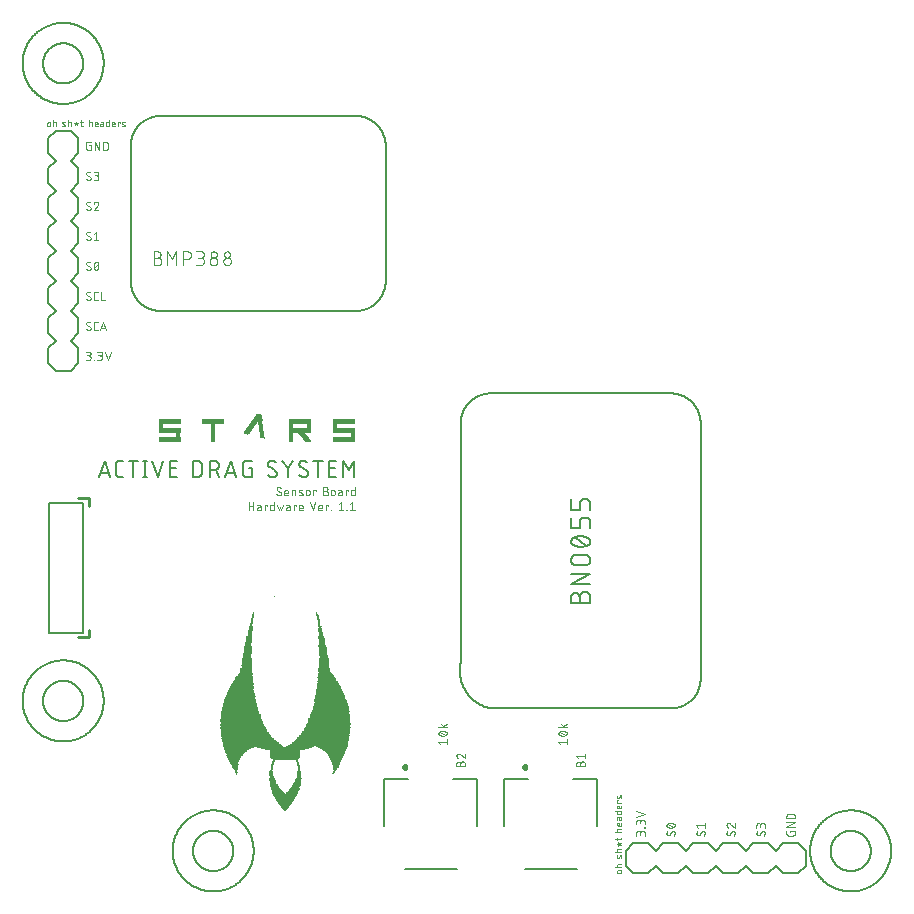
<source format=gto>
G04 EAGLE Gerber RS-274X export*
G75*
%MOMM*%
%FSLAX34Y34*%
%LPD*%
%INTop Silkscreen*%
%IPPOS*%
%AMOC8*
5,1,8,0,0,1.08239X$1,22.5*%
G01*
%ADD10C,0.050800*%
%ADD11C,0.254000*%
%ADD12R,0.045719X0.022856*%
%ADD13R,0.091438X0.022856*%
%ADD14R,0.137156X0.022863*%
%ADD15R,0.182881X0.022856*%
%ADD16R,0.228600X0.022856*%
%ADD17R,0.274319X0.022856*%
%ADD18R,0.320038X0.022856*%
%ADD19R,0.365756X0.022863*%
%ADD20R,0.411481X0.022856*%
%ADD21R,0.457200X0.022856*%
%ADD22R,0.502919X0.022856*%
%ADD23R,0.548638X0.022856*%
%ADD24R,0.594356X0.022863*%
%ADD25R,0.617219X0.022856*%
%ADD26R,0.640081X0.022856*%
%ADD27R,0.685800X0.022856*%
%ADD28R,0.731519X0.022856*%
%ADD29R,0.777238X0.022863*%
%ADD30R,0.822956X0.022856*%
%ADD31R,0.868681X0.022856*%
%ADD32R,0.891538X0.022856*%
%ADD33R,0.914400X0.022856*%
%ADD34R,0.960119X0.022863*%
%ADD35R,0.982981X0.022856*%
%ADD36R,1.005837X0.022856*%
%ADD37R,1.051556X0.022856*%
%ADD38R,1.097281X0.022856*%
%ADD39R,1.143000X0.022863*%
%ADD40R,1.165856X0.022856*%
%ADD41R,1.188719X0.022856*%
%ADD42R,1.211581X0.022856*%
%ADD43R,1.257300X0.022856*%
%ADD44R,1.303019X0.022863*%
%ADD45R,1.303019X0.022856*%
%ADD46R,1.348738X0.022856*%
%ADD47R,1.394456X0.022856*%
%ADD48R,1.417319X0.022856*%
%ADD49R,1.440181X0.022863*%
%ADD50R,1.463037X0.022856*%
%ADD51R,1.508756X0.022856*%
%ADD52R,1.554481X0.022856*%
%ADD53R,1.577338X0.022856*%
%ADD54R,1.577338X0.022863*%
%ADD55R,1.600200X0.022856*%
%ADD56R,1.623056X0.022856*%
%ADD57R,1.645919X0.022856*%
%ADD58R,1.691638X0.022856*%
%ADD59R,1.714500X0.022863*%
%ADD60R,1.714500X0.022856*%
%ADD61R,1.737356X0.022856*%
%ADD62R,1.783081X0.022856*%
%ADD63R,1.805938X0.022856*%
%ADD64R,1.828800X0.022863*%
%ADD65R,1.851656X0.022856*%
%ADD66R,1.874519X0.022856*%
%ADD67R,1.920238X0.022856*%
%ADD68R,1.943100X0.022856*%
%ADD69R,1.965956X0.022863*%
%ADD70R,1.988819X0.022856*%
%ADD71R,0.982981X0.022863*%
%ADD72R,0.982975X0.022863*%
%ADD73R,0.960119X0.022856*%
%ADD74R,0.982975X0.022856*%
%ADD75R,0.937256X0.022856*%
%ADD76R,0.937262X0.022856*%
%ADD77R,0.891538X0.022863*%
%ADD78R,0.868675X0.022856*%
%ADD79R,0.845819X0.022856*%
%ADD80R,0.845819X0.022863*%
%ADD81R,0.822963X0.022856*%
%ADD82R,0.800100X0.022856*%
%ADD83R,0.800100X0.022863*%
%ADD84R,0.777238X0.022856*%
%ADD85R,0.754381X0.022856*%
%ADD86R,0.754375X0.022856*%
%ADD87R,0.731519X0.022863*%
%ADD88R,0.754381X0.022863*%
%ADD89R,0.662938X0.022863*%
%ADD90R,0.685800X0.022863*%
%ADD91R,0.662938X0.022856*%
%ADD92R,0.640075X0.022856*%
%ADD93R,0.640081X0.022863*%
%ADD94R,0.594356X0.022856*%
%ADD95R,0.571500X0.022863*%
%ADD96R,0.571500X0.022856*%
%ADD97R,0.594363X0.022856*%
%ADD98R,0.548638X0.022863*%
%ADD99R,0.525781X0.022856*%
%ADD100R,0.502919X0.022863*%
%ADD101R,0.480056X0.022856*%
%ADD102R,0.457200X0.022863*%
%ADD103R,0.480056X0.022863*%
%ADD104R,0.434338X0.022856*%
%ADD105R,0.434338X0.022863*%
%ADD106R,0.411475X0.022856*%
%ADD107R,0.388619X0.022856*%
%ADD108R,0.388619X0.022863*%
%ADD109R,0.365756X0.022856*%
%ADD110R,0.342900X0.022863*%
%ADD111R,0.342900X0.022856*%
%ADD112R,0.320038X0.022863*%
%ADD113R,0.022856X0.022856*%
%ADD114R,0.297175X0.022856*%
%ADD115R,0.297181X0.022856*%
%ADD116R,0.045719X0.022863*%
%ADD117R,0.297175X0.022863*%
%ADD118R,0.297181X0.022863*%
%ADD119R,0.068581X0.022856*%
%ADD120R,0.068575X0.022856*%
%ADD121R,0.114300X0.022863*%
%ADD122R,0.274319X0.022863*%
%ADD123R,0.091438X0.022863*%
%ADD124R,0.137162X0.022856*%
%ADD125R,0.114300X0.022856*%
%ADD126R,0.160019X0.022856*%
%ADD127R,0.137156X0.022856*%
%ADD128R,0.205738X0.022863*%
%ADD129R,0.228600X0.022863*%
%ADD130R,0.182881X0.022863*%
%ADD131R,0.205738X0.022856*%
%ADD132R,0.182875X0.022863*%
%ADD133R,0.182875X0.022856*%
%ADD134R,0.525775X0.022856*%
%ADD135R,0.160019X0.022863*%
%ADD136R,0.525781X0.022863*%
%ADD137R,0.617219X0.022863*%
%ADD138R,0.822956X0.022863*%
%ADD139R,0.068581X0.022863*%
%ADD140R,2.057400X0.022856*%
%ADD141R,2.125981X0.022856*%
%ADD142R,1.028700X0.022863*%
%ADD143R,2.194562X0.022863*%
%ADD144R,1.005837X0.022863*%
%ADD145R,1.028700X0.022856*%
%ADD146R,2.286000X0.022856*%
%ADD147R,1.074419X0.022856*%
%ADD148R,2.331719X0.022856*%
%ADD149R,2.377438X0.022856*%
%ADD150R,1.097275X0.022856*%
%ADD151R,2.400300X0.022856*%
%ADD152R,2.423156X0.022863*%
%ADD153R,1.097281X0.022863*%
%ADD154R,1.165863X0.022856*%
%ADD155R,2.468881X0.022856*%
%ADD156R,1.143000X0.022856*%
%ADD157R,2.491738X0.022856*%
%ADD158R,2.514600X0.022856*%
%ADD159R,1.234438X0.022856*%
%ADD160R,2.537456X0.022856*%
%ADD161R,1.257300X0.022863*%
%ADD162R,2.537456X0.022863*%
%ADD163R,1.234438X0.022863*%
%ADD164R,1.280156X0.022856*%
%ADD165R,1.280163X0.022856*%
%ADD166R,1.325875X0.022856*%
%ADD167R,1.371600X0.022856*%
%ADD168R,1.325881X0.022856*%
%ADD169R,1.371600X0.022863*%
%ADD170R,1.485900X0.022856*%
%ADD171R,1.508763X0.022856*%
%ADD172R,1.531619X0.022863*%
%ADD173R,1.508756X0.022863*%
%ADD174R,1.531619X0.022856*%
%ADD175R,1.668781X0.022856*%
%ADD176R,1.691638X0.022863*%
%ADD177R,1.668781X0.022863*%
%ADD178R,1.760219X0.022856*%
%ADD179R,1.828800X0.022856*%
%ADD180R,1.874519X0.022863*%
%ADD181R,1.897375X0.022856*%
%ADD182R,1.897381X0.022856*%
%ADD183R,2.903219X0.022856*%
%ADD184R,2.057400X0.022863*%
%ADD185R,3.314700X0.022863*%
%ADD186R,3.543300X0.022856*%
%ADD187R,2.171700X0.022856*%
%ADD188R,3.886200X0.022856*%
%ADD189R,2.125975X0.022856*%
%ADD190R,2.217419X0.022856*%
%ADD191R,4.046219X0.022856*%
%ADD192R,2.263138X0.022856*%
%ADD193R,4.114800X0.022856*%
%ADD194R,2.308856X0.022863*%
%ADD195R,4.274819X0.022863*%
%ADD196R,2.263138X0.022863*%
%ADD197R,2.354581X0.022856*%
%ADD198R,2.308863X0.022856*%
%ADD199R,2.423156X0.022856*%
%ADD200R,2.240281X0.022856*%
%ADD201R,2.240275X0.022856*%
%ADD202R,2.308856X0.022856*%
%ADD203R,2.628900X0.022863*%
%ADD204R,5.029200X0.022856*%
%ADD205R,2.628900X0.022856*%
%ADD206R,4.960619X0.022856*%
%ADD207R,4.914900X0.022856*%
%ADD208R,4.869181X0.022863*%
%ADD209R,4.914900X0.022863*%
%ADD210R,4.823463X0.022856*%
%ADD211R,4.869175X0.022856*%
%ADD212R,4.846319X0.022856*%
%ADD213R,4.823456X0.022856*%
%ADD214R,4.777738X0.022856*%
%ADD215R,4.732019X0.022856*%
%ADD216R,4.754881X0.022863*%
%ADD217R,4.732019X0.022863*%
%ADD218R,4.709156X0.022856*%
%ADD219R,4.754881X0.022856*%
%ADD220R,4.686300X0.022856*%
%ADD221R,4.709163X0.022856*%
%ADD222R,4.640575X0.022856*%
%ADD223R,4.617719X0.022863*%
%ADD224R,4.640581X0.022863*%
%ADD225R,4.617719X0.022856*%
%ADD226R,4.572000X0.022856*%
%ADD227R,4.549138X0.022856*%
%ADD228R,4.526275X0.022856*%
%ADD229R,4.526275X0.022863*%
%ADD230R,4.526281X0.022863*%
%ADD231R,4.503419X0.022856*%
%ADD232R,4.526281X0.022856*%
%ADD233R,4.480556X0.022856*%
%ADD234R,4.480563X0.022856*%
%ADD235R,4.434838X0.022856*%
%ADD236R,4.411981X0.022863*%
%ADD237R,4.434838X0.022863*%
%ADD238R,4.411975X0.022856*%
%ADD239R,4.389119X0.022856*%
%ADD240R,4.366256X0.022856*%
%ADD241R,4.343400X0.022863*%
%ADD242R,4.366256X0.022863*%
%ADD243R,4.343400X0.022856*%
%ADD244R,4.297681X0.022856*%
%ADD245R,4.274819X0.022856*%
%ADD246R,4.297675X0.022856*%
%ADD247R,4.251956X0.022863*%
%ADD248R,4.297681X0.022863*%
%ADD249R,4.229100X0.022856*%
%ADD250R,4.251963X0.022856*%
%ADD251R,4.183381X0.022856*%
%ADD252R,4.206238X0.022856*%
%ADD253R,4.206238X0.022863*%
%ADD254R,4.183375X0.022856*%
%ADD255R,4.137656X0.022856*%
%ADD256R,4.114800X0.022863*%
%ADD257R,4.137656X0.022863*%
%ADD258R,4.091938X0.022856*%
%ADD259R,4.069075X0.022856*%
%ADD260R,4.069081X0.022856*%
%ADD261R,4.046219X0.022863*%
%ADD262R,4.069081X0.022863*%
%ADD263R,4.023356X0.022856*%
%ADD264R,4.000500X0.022856*%
%ADD265R,3.977638X0.022856*%
%ADD266R,3.977638X0.022863*%
%ADD267R,3.954775X0.022856*%
%ADD268R,3.931919X0.022856*%
%ADD269R,3.954781X0.022856*%
%ADD270R,3.909056X0.022856*%
%ADD271R,3.909063X0.022863*%
%ADD272R,3.909056X0.022863*%
%ADD273R,3.909063X0.022856*%
%ADD274R,3.840481X0.022863*%
%ADD275R,3.886200X0.022863*%
%ADD276R,3.840481X0.022856*%
%ADD277R,3.840475X0.022856*%
%ADD278R,3.863338X0.022856*%
%ADD279R,3.817619X0.022856*%
%ADD280R,3.794756X0.022863*%
%ADD281R,3.817619X0.022863*%
%ADD282R,3.794756X0.022856*%
%ADD283R,3.771900X0.022856*%
%ADD284R,3.749038X0.022863*%
%ADD285R,3.771900X0.022863*%
%ADD286R,3.726181X0.022856*%
%ADD287R,3.749038X0.022856*%
%ADD288R,3.726175X0.022856*%
%ADD289R,3.703319X0.022856*%
%ADD290R,3.703319X0.022863*%
%ADD291R,3.680456X0.022856*%
%ADD292R,3.657600X0.022856*%
%ADD293R,3.634737X0.022856*%
%ADD294R,3.634737X0.022863*%
%ADD295R,3.611881X0.022856*%
%ADD296R,3.589019X0.022856*%
%ADD297R,3.611875X0.022856*%
%ADD298R,3.589019X0.022863*%
%ADD299R,3.566156X0.022856*%
%ADD300R,3.543300X0.022863*%
%ADD301R,3.566156X0.022863*%
%ADD302R,3.520438X0.022856*%
%ADD303R,3.474719X0.022856*%
%ADD304R,3.474719X0.022863*%
%ADD305R,3.429000X0.022856*%
%ADD306R,3.383275X0.022863*%
%ADD307R,3.429000X0.022863*%
%ADD308R,3.383275X0.022856*%
%ADD309R,3.383281X0.022856*%
%ADD310R,3.360419X0.022856*%
%ADD311R,3.337556X0.022863*%
%ADD312R,3.360419X0.022863*%
%ADD313R,3.337556X0.022856*%
%ADD314R,3.314700X0.022856*%
%ADD315R,3.291838X0.022856*%
%ADD316R,3.268975X0.022856*%
%ADD317R,3.268975X0.022863*%
%ADD318R,3.268981X0.022863*%
%ADD319R,3.246119X0.022856*%
%ADD320R,3.268981X0.022856*%
%ADD321R,3.223256X0.022856*%
%ADD322R,3.200400X0.022863*%
%ADD323R,3.223256X0.022863*%
%ADD324R,3.200400X0.022856*%
%ADD325R,3.154681X0.022856*%
%ADD326R,3.154681X0.022863*%
%ADD327R,3.131819X0.022856*%
%ADD328R,3.108956X0.022856*%
%ADD329R,3.108956X0.022863*%
%ADD330R,3.040381X0.022856*%
%ADD331R,3.040375X0.022856*%
%ADD332R,3.040381X0.022863*%
%ADD333R,3.040375X0.022863*%
%ADD334R,3.017519X0.022856*%
%ADD335R,2.971800X0.022856*%
%ADD336R,2.971800X0.022863*%
%ADD337R,2.948937X0.022856*%
%ADD338R,2.926075X0.022856*%
%ADD339R,2.926081X0.022856*%
%ADD340R,2.903219X0.022863*%
%ADD341R,2.926081X0.022863*%
%ADD342R,2.880356X0.022856*%
%ADD343R,2.857500X0.022856*%
%ADD344R,2.880362X0.022856*%
%ADD345R,2.857500X0.022863*%
%ADD346R,2.834637X0.022856*%
%ADD347R,2.788919X0.022863*%
%ADD348R,2.834637X0.022863*%
%ADD349R,2.788919X0.022856*%
%ADD350R,2.766056X0.022856*%
%ADD351R,2.743200X0.022856*%
%ADD352R,2.743200X0.022863*%
%ADD353R,2.720338X0.022856*%
%ADD354R,2.697481X0.022856*%
%ADD355R,2.674619X0.022863*%
%ADD356R,2.697481X0.022863*%
%ADD357R,2.674619X0.022856*%
%ADD358R,2.651756X0.022856*%
%ADD359R,2.583175X0.022863*%
%ADD360R,2.583175X0.022856*%
%ADD361R,2.583181X0.022856*%
%ADD362R,2.560319X0.022856*%
%ADD363R,2.560319X0.022863*%
%ADD364R,2.491738X0.022863*%
%ADD365R,2.423163X0.022856*%
%ADD366R,2.468875X0.022856*%
%ADD367R,2.400300X0.022863*%
%ADD368R,2.354581X0.022863*%
%ADD369R,2.286000X0.022863*%
%ADD370R,2.217419X0.022863*%
%ADD371R,2.240281X0.022863*%
%ADD372R,2.194556X0.022856*%
%ADD373R,2.103119X0.022863*%
%ADD374R,2.125975X0.022863*%
%ADD375R,2.103119X0.022856*%
%ADD376R,2.080256X0.022856*%
%ADD377R,2.080256X0.022863*%
%ADD378R,2.034537X0.022856*%
%ADD379R,2.011681X0.022856*%
%ADD380R,2.011675X0.022856*%
%ADD381R,1.988819X0.022863*%
%ADD382R,1.965956X0.022856*%
%ADD383R,1.897381X0.022863*%
%ADD384R,1.920238X0.022863*%
%ADD385R,1.805938X0.022863*%
%ADD386R,1.783075X0.022856*%
%ADD387R,1.737356X0.022863*%
%ADD388R,1.760219X0.022863*%
%ADD389R,1.645919X0.022863*%
%ADD390R,1.623063X0.022856*%
%ADD391R,1.600200X0.022863*%
%ADD392R,1.554475X0.022856*%
%ADD393R,1.508763X0.022863*%
%ADD394R,1.440175X0.022856*%
%ADD395R,1.440181X0.022856*%
%ADD396R,1.417319X0.022863*%
%ADD397R,1.280156X0.022863*%
%ADD398R,1.211575X0.022856*%
%ADD399R,1.188719X0.022863*%
%ADD400R,1.211575X0.022863*%
%ADD401R,1.120138X0.022856*%
%ADD402R,1.120138X0.022863*%
%ADD403R,1.051556X0.022863*%
%ADD404R,0.914400X0.022863*%
%ADD405R,0.708656X0.022856*%
%ADD406R,0.708663X0.022856*%
%ADD407R,0.708656X0.022863*%
%ADD408R,0.708663X0.022863*%
%ADD409R,0.640075X0.022863*%
%ADD410R,0.594363X0.022863*%
%ADD411R,0.480063X0.022856*%
%ADD412R,0.411481X0.022863*%
%ADD413R,0.365762X0.022856*%
%ADD414R,0.251456X0.022856*%
%ADD415R,0.251456X0.022863*%
%ADD416R,0.251463X0.022856*%
%ADD417R,0.251463X0.022863*%
%ADD418R,1.840231X0.008887*%
%ADD419R,0.355600X0.008887*%
%ADD420R,0.444500X0.008887*%
%ADD421R,1.831338X0.008887*%
%ADD422R,0.435606X0.008887*%
%ADD423R,0.017781X0.008887*%
%ADD424R,0.053338X0.008887*%
%ADD425R,0.097787X0.008887*%
%ADD426R,0.124456X0.008887*%
%ADD427R,0.160019X0.008887*%
%ADD428R,0.204469X0.008887*%
%ADD429R,0.231138X0.008887*%
%ADD430R,0.266700X0.008887*%
%ADD431R,0.311150X0.008887*%
%ADD432R,0.346706X0.008887*%
%ADD433R,0.373375X0.008887*%
%ADD434R,0.364488X0.008887*%
%ADD435R,0.382269X0.008887*%
%ADD436R,0.435613X0.008887*%
%ADD437R,0.373381X0.008887*%
%ADD438R,0.008887X0.008887*%
%ADD439R,0.133350X0.008887*%
%ADD440R,0.186688X0.008887*%
%ADD441R,0.222250X0.008887*%
%ADD442R,0.293369X0.008887*%
%ADD443R,0.391156X0.008887*%
%ADD444R,0.426719X0.008887*%
%ADD445R,0.462281X0.008887*%
%ADD446R,0.462275X0.008887*%
%ADD447R,0.453387X0.008887*%
%ADD448R,0.826769X0.008887*%
%ADD449R,0.817881X0.008887*%
%ADD450R,0.808988X0.008887*%
%ADD451R,0.800100X0.008887*%
%ADD452R,0.782319X0.008887*%
%ADD453R,0.773425X0.008887*%
%ADD454R,0.764538X0.008887*%
%ADD455R,0.755650X0.008887*%
%ADD456R,0.746756X0.008887*%
%ADD457R,0.728975X0.008887*%
%ADD458R,0.720087X0.008887*%
%ADD459R,0.711200X0.008887*%
%ADD460R,0.702306X0.008887*%
%ADD461R,0.693419X0.008887*%
%ADD462R,0.684531X0.008887*%
%ADD463R,0.675638X0.008887*%
%ADD464R,0.666750X0.008887*%
%ADD465R,0.657863X0.008887*%
%ADD466R,0.648969X0.008887*%
%ADD467R,0.640081X0.008887*%
%ADD468R,0.631188X0.008887*%
%ADD469R,0.622300X0.008887*%
%ADD470R,0.613406X0.008887*%
%ADD471R,0.604519X0.008887*%
%ADD472R,0.595631X0.008887*%
%ADD473R,0.577850X0.008887*%
%ADD474R,0.568956X0.008887*%
%ADD475R,0.560069X0.008887*%
%ADD476R,0.551181X0.008887*%
%ADD477R,0.542288X0.008887*%
%ADD478R,0.524506X0.008887*%
%ADD479R,0.515619X0.008887*%
%ADD480R,0.506725X0.008887*%
%ADD481R,0.497838X0.008887*%
%ADD482R,0.488950X0.008887*%
%ADD483R,0.480056X0.008887*%
%ADD484R,0.471169X0.008887*%
%ADD485R,0.417831X0.008887*%
%ADD486R,0.408938X0.008887*%
%ADD487R,0.328925X0.008887*%
%ADD488R,0.284481X0.008887*%
%ADD489R,0.240031X0.008887*%
%ADD490R,0.195581X0.008887*%
%ADD491R,0.106675X0.008887*%
%ADD492R,0.062225X0.008887*%
%ADD493R,0.035556X0.008887*%
%ADD494C,0.127000*%
%ADD495C,0.300000*%
%ADD496C,0.101600*%
%ADD497C,0.152400*%
%ADD498C,0.203200*%


D10*
X453307Y129059D02*
X451726Y131035D01*
X458838Y131035D01*
X458838Y133010D02*
X458838Y129059D01*
X455282Y135917D02*
X455134Y135919D01*
X454987Y135924D01*
X454839Y135934D01*
X454692Y135947D01*
X454545Y135963D01*
X454399Y135984D01*
X454254Y136008D01*
X454108Y136036D01*
X453964Y136067D01*
X453821Y136102D01*
X453678Y136141D01*
X453537Y136183D01*
X453396Y136229D01*
X453257Y136278D01*
X453119Y136331D01*
X452982Y136387D01*
X452847Y136447D01*
X452714Y136510D01*
X452643Y136536D01*
X452574Y136566D01*
X452506Y136600D01*
X452440Y136637D01*
X452376Y136677D01*
X452314Y136721D01*
X452255Y136767D01*
X452198Y136817D01*
X452144Y136870D01*
X452092Y136925D01*
X452044Y136983D01*
X451998Y137043D01*
X451956Y137106D01*
X451917Y137171D01*
X451881Y137237D01*
X451849Y137306D01*
X451821Y137375D01*
X451796Y137447D01*
X451775Y137519D01*
X451757Y137593D01*
X451744Y137667D01*
X451734Y137742D01*
X451728Y137817D01*
X451726Y137893D01*
X451728Y137969D01*
X451734Y138044D01*
X451744Y138119D01*
X451757Y138193D01*
X451775Y138267D01*
X451796Y138339D01*
X451821Y138411D01*
X451849Y138480D01*
X451881Y138549D01*
X451917Y138615D01*
X451956Y138680D01*
X451998Y138743D01*
X452044Y138803D01*
X452092Y138861D01*
X452144Y138916D01*
X452198Y138969D01*
X452255Y139019D01*
X452314Y139065D01*
X452376Y139109D01*
X452440Y139149D01*
X452506Y139186D01*
X452574Y139220D01*
X452643Y139250D01*
X452714Y139276D01*
X452714Y139275D02*
X452847Y139338D01*
X452982Y139398D01*
X453119Y139454D01*
X453257Y139507D01*
X453396Y139556D01*
X453537Y139602D01*
X453678Y139644D01*
X453821Y139683D01*
X453964Y139718D01*
X454108Y139749D01*
X454254Y139777D01*
X454399Y139801D01*
X454545Y139822D01*
X454692Y139838D01*
X454839Y139851D01*
X454987Y139861D01*
X455134Y139866D01*
X455282Y139868D01*
X455282Y135917D02*
X455430Y135919D01*
X455577Y135924D01*
X455725Y135934D01*
X455872Y135947D01*
X456019Y135963D01*
X456165Y135984D01*
X456310Y136008D01*
X456456Y136036D01*
X456600Y136067D01*
X456743Y136102D01*
X456886Y136141D01*
X457027Y136183D01*
X457168Y136229D01*
X457307Y136278D01*
X457445Y136331D01*
X457582Y136387D01*
X457717Y136447D01*
X457850Y136510D01*
X457921Y136536D01*
X457990Y136566D01*
X458058Y136600D01*
X458124Y136637D01*
X458188Y136677D01*
X458250Y136721D01*
X458309Y136767D01*
X458366Y136817D01*
X458420Y136870D01*
X458472Y136925D01*
X458520Y136983D01*
X458566Y137043D01*
X458608Y137106D01*
X458647Y137171D01*
X458683Y137237D01*
X458715Y137306D01*
X458743Y137376D01*
X458768Y137447D01*
X458789Y137519D01*
X458807Y137593D01*
X458820Y137667D01*
X458830Y137742D01*
X458836Y137817D01*
X458838Y137893D01*
X457850Y139275D02*
X457717Y139338D01*
X457582Y139398D01*
X457445Y139454D01*
X457307Y139507D01*
X457168Y139556D01*
X457027Y139602D01*
X456886Y139644D01*
X456743Y139683D01*
X456600Y139718D01*
X456456Y139749D01*
X456310Y139777D01*
X456165Y139801D01*
X456019Y139822D01*
X455872Y139838D01*
X455725Y139851D01*
X455577Y139861D01*
X455430Y139866D01*
X455282Y139868D01*
X457850Y139276D02*
X457921Y139250D01*
X457990Y139220D01*
X458058Y139186D01*
X458124Y139149D01*
X458188Y139109D01*
X458250Y139065D01*
X458309Y139019D01*
X458366Y138969D01*
X458420Y138916D01*
X458472Y138861D01*
X458520Y138803D01*
X458566Y138743D01*
X458608Y138680D01*
X458647Y138615D01*
X458683Y138549D01*
X458715Y138480D01*
X458743Y138410D01*
X458768Y138339D01*
X458789Y138267D01*
X458807Y138193D01*
X458820Y138119D01*
X458830Y138044D01*
X458836Y137969D01*
X458838Y137893D01*
X457258Y136312D02*
X453307Y139473D01*
X451726Y143016D02*
X458838Y143016D01*
X456468Y143016D02*
X454097Y146177D01*
X455480Y144399D02*
X458838Y146177D01*
X351707Y129059D02*
X350126Y131035D01*
X357238Y131035D01*
X357238Y133010D02*
X357238Y129059D01*
X353682Y135917D02*
X353534Y135919D01*
X353387Y135924D01*
X353239Y135934D01*
X353092Y135947D01*
X352945Y135963D01*
X352799Y135984D01*
X352654Y136008D01*
X352508Y136036D01*
X352364Y136067D01*
X352221Y136102D01*
X352078Y136141D01*
X351937Y136183D01*
X351796Y136229D01*
X351657Y136278D01*
X351519Y136331D01*
X351382Y136387D01*
X351247Y136447D01*
X351114Y136510D01*
X351043Y136536D01*
X350974Y136566D01*
X350906Y136600D01*
X350840Y136637D01*
X350776Y136677D01*
X350714Y136721D01*
X350655Y136767D01*
X350598Y136817D01*
X350544Y136870D01*
X350492Y136925D01*
X350444Y136983D01*
X350398Y137043D01*
X350356Y137106D01*
X350317Y137171D01*
X350281Y137237D01*
X350249Y137306D01*
X350221Y137375D01*
X350196Y137447D01*
X350175Y137519D01*
X350157Y137593D01*
X350144Y137667D01*
X350134Y137742D01*
X350128Y137817D01*
X350126Y137893D01*
X350128Y137969D01*
X350134Y138044D01*
X350144Y138119D01*
X350157Y138193D01*
X350175Y138267D01*
X350196Y138339D01*
X350221Y138411D01*
X350249Y138480D01*
X350281Y138549D01*
X350317Y138615D01*
X350356Y138680D01*
X350398Y138743D01*
X350444Y138803D01*
X350492Y138861D01*
X350544Y138916D01*
X350598Y138969D01*
X350655Y139019D01*
X350714Y139065D01*
X350776Y139109D01*
X350840Y139149D01*
X350906Y139186D01*
X350974Y139220D01*
X351043Y139250D01*
X351114Y139276D01*
X351114Y139275D02*
X351247Y139338D01*
X351382Y139398D01*
X351519Y139454D01*
X351657Y139507D01*
X351796Y139556D01*
X351937Y139602D01*
X352078Y139644D01*
X352221Y139683D01*
X352364Y139718D01*
X352508Y139749D01*
X352654Y139777D01*
X352799Y139801D01*
X352945Y139822D01*
X353092Y139838D01*
X353239Y139851D01*
X353387Y139861D01*
X353534Y139866D01*
X353682Y139868D01*
X353682Y135917D02*
X353830Y135919D01*
X353977Y135924D01*
X354125Y135934D01*
X354272Y135947D01*
X354419Y135963D01*
X354565Y135984D01*
X354710Y136008D01*
X354856Y136036D01*
X355000Y136067D01*
X355143Y136102D01*
X355286Y136141D01*
X355427Y136183D01*
X355568Y136229D01*
X355707Y136278D01*
X355845Y136331D01*
X355982Y136387D01*
X356117Y136447D01*
X356250Y136510D01*
X356321Y136536D01*
X356390Y136566D01*
X356458Y136600D01*
X356524Y136637D01*
X356588Y136677D01*
X356650Y136721D01*
X356709Y136767D01*
X356766Y136817D01*
X356820Y136870D01*
X356872Y136925D01*
X356920Y136983D01*
X356966Y137043D01*
X357008Y137106D01*
X357047Y137171D01*
X357083Y137237D01*
X357115Y137306D01*
X357143Y137376D01*
X357168Y137447D01*
X357189Y137519D01*
X357207Y137593D01*
X357220Y137667D01*
X357230Y137742D01*
X357236Y137817D01*
X357238Y137893D01*
X356250Y139275D02*
X356117Y139338D01*
X355982Y139398D01*
X355845Y139454D01*
X355707Y139507D01*
X355568Y139556D01*
X355427Y139602D01*
X355286Y139644D01*
X355143Y139683D01*
X355000Y139718D01*
X354856Y139749D01*
X354710Y139777D01*
X354565Y139801D01*
X354419Y139822D01*
X354272Y139838D01*
X354125Y139851D01*
X353977Y139861D01*
X353830Y139866D01*
X353682Y139868D01*
X356250Y139276D02*
X356321Y139250D01*
X356390Y139220D01*
X356458Y139186D01*
X356524Y139149D01*
X356588Y139109D01*
X356650Y139065D01*
X356709Y139019D01*
X356766Y138969D01*
X356820Y138916D01*
X356872Y138861D01*
X356920Y138803D01*
X356966Y138743D01*
X357008Y138680D01*
X357047Y138615D01*
X357083Y138549D01*
X357115Y138480D01*
X357143Y138410D01*
X357168Y138339D01*
X357189Y138267D01*
X357207Y138193D01*
X357220Y138119D01*
X357230Y138044D01*
X357236Y137969D01*
X357238Y137893D01*
X355658Y136312D02*
X351707Y139473D01*
X350126Y143016D02*
X357238Y143016D01*
X354868Y143016D02*
X352497Y146177D01*
X353880Y144399D02*
X357238Y146177D01*
X55627Y635776D02*
X54442Y635776D01*
X55627Y635776D02*
X55627Y631825D01*
X53257Y631825D01*
X53257Y631826D02*
X53179Y631828D01*
X53102Y631834D01*
X53025Y631843D01*
X52949Y631856D01*
X52873Y631873D01*
X52798Y631894D01*
X52725Y631918D01*
X52652Y631946D01*
X52581Y631978D01*
X52512Y632013D01*
X52445Y632051D01*
X52379Y632092D01*
X52316Y632137D01*
X52255Y632185D01*
X52196Y632235D01*
X52140Y632289D01*
X52086Y632345D01*
X52036Y632404D01*
X51988Y632465D01*
X51943Y632528D01*
X51902Y632594D01*
X51864Y632661D01*
X51829Y632730D01*
X51797Y632801D01*
X51769Y632874D01*
X51745Y632947D01*
X51724Y633022D01*
X51707Y633098D01*
X51694Y633174D01*
X51685Y633251D01*
X51679Y633328D01*
X51677Y633406D01*
X51676Y633406D02*
X51676Y637357D01*
X51677Y637357D02*
X51679Y637435D01*
X51685Y637512D01*
X51694Y637589D01*
X51707Y637665D01*
X51724Y637741D01*
X51745Y637816D01*
X51769Y637889D01*
X51797Y637962D01*
X51829Y638033D01*
X51864Y638102D01*
X51902Y638169D01*
X51943Y638235D01*
X51988Y638298D01*
X52036Y638359D01*
X52086Y638418D01*
X52140Y638474D01*
X52196Y638528D01*
X52255Y638578D01*
X52316Y638626D01*
X52379Y638671D01*
X52445Y638712D01*
X52512Y638750D01*
X52581Y638785D01*
X52652Y638817D01*
X52725Y638845D01*
X52798Y638869D01*
X52873Y638890D01*
X52949Y638907D01*
X53025Y638920D01*
X53102Y638929D01*
X53179Y638935D01*
X53257Y638937D01*
X55627Y638937D01*
X58991Y638937D02*
X58991Y631825D01*
X62943Y631825D02*
X58991Y638937D01*
X62943Y638937D02*
X62943Y631825D01*
X66307Y631825D02*
X66307Y638937D01*
X68282Y638937D01*
X68282Y638938D02*
X68368Y638936D01*
X68454Y638930D01*
X68540Y638921D01*
X68625Y638908D01*
X68710Y638891D01*
X68793Y638871D01*
X68876Y638847D01*
X68958Y638819D01*
X69038Y638788D01*
X69117Y638753D01*
X69194Y638715D01*
X69270Y638673D01*
X69344Y638629D01*
X69415Y638581D01*
X69485Y638530D01*
X69552Y638476D01*
X69617Y638419D01*
X69679Y638359D01*
X69739Y638297D01*
X69796Y638232D01*
X69850Y638165D01*
X69901Y638095D01*
X69949Y638024D01*
X69993Y637950D01*
X70035Y637874D01*
X70073Y637797D01*
X70108Y637718D01*
X70139Y637638D01*
X70167Y637556D01*
X70191Y637473D01*
X70211Y637390D01*
X70228Y637305D01*
X70241Y637220D01*
X70250Y637134D01*
X70256Y637048D01*
X70258Y636962D01*
X70258Y633801D01*
X70256Y633715D01*
X70250Y633629D01*
X70241Y633543D01*
X70228Y633458D01*
X70211Y633373D01*
X70191Y633290D01*
X70167Y633207D01*
X70139Y633125D01*
X70108Y633045D01*
X70073Y632966D01*
X70035Y632889D01*
X69993Y632813D01*
X69949Y632739D01*
X69901Y632668D01*
X69850Y632598D01*
X69796Y632531D01*
X69739Y632466D01*
X69679Y632404D01*
X69617Y632344D01*
X69552Y632287D01*
X69485Y632233D01*
X69415Y632182D01*
X69344Y632134D01*
X69270Y632090D01*
X69194Y632048D01*
X69117Y632010D01*
X69038Y631975D01*
X68958Y631944D01*
X68876Y631916D01*
X68793Y631892D01*
X68710Y631872D01*
X68625Y631855D01*
X68540Y631842D01*
X68454Y631833D01*
X68368Y631827D01*
X68282Y631825D01*
X66307Y631825D01*
X55627Y608006D02*
X55625Y607928D01*
X55619Y607851D01*
X55610Y607774D01*
X55597Y607698D01*
X55580Y607622D01*
X55559Y607547D01*
X55535Y607474D01*
X55507Y607401D01*
X55475Y607330D01*
X55440Y607261D01*
X55402Y607194D01*
X55361Y607128D01*
X55316Y607065D01*
X55268Y607004D01*
X55218Y606945D01*
X55164Y606889D01*
X55108Y606835D01*
X55049Y606785D01*
X54988Y606737D01*
X54925Y606692D01*
X54859Y606651D01*
X54792Y606613D01*
X54723Y606578D01*
X54652Y606546D01*
X54579Y606518D01*
X54506Y606494D01*
X54431Y606473D01*
X54355Y606456D01*
X54279Y606443D01*
X54202Y606434D01*
X54125Y606428D01*
X54047Y606426D01*
X54047Y606425D02*
X53932Y606427D01*
X53818Y606433D01*
X53704Y606443D01*
X53590Y606456D01*
X53477Y606474D01*
X53364Y606496D01*
X53252Y606521D01*
X53142Y606550D01*
X53032Y606583D01*
X52923Y606620D01*
X52816Y606660D01*
X52710Y606704D01*
X52606Y606752D01*
X52503Y606803D01*
X52403Y606858D01*
X52304Y606916D01*
X52207Y606978D01*
X52113Y607042D01*
X52020Y607110D01*
X51930Y607182D01*
X51843Y607256D01*
X51758Y607333D01*
X51676Y607413D01*
X51874Y611957D02*
X51876Y612035D01*
X51882Y612112D01*
X51891Y612189D01*
X51904Y612265D01*
X51921Y612341D01*
X51942Y612416D01*
X51966Y612489D01*
X51994Y612562D01*
X52026Y612633D01*
X52061Y612702D01*
X52099Y612769D01*
X52140Y612835D01*
X52185Y612898D01*
X52233Y612959D01*
X52283Y613018D01*
X52337Y613074D01*
X52393Y613128D01*
X52452Y613178D01*
X52513Y613226D01*
X52576Y613271D01*
X52642Y613312D01*
X52709Y613350D01*
X52778Y613385D01*
X52849Y613417D01*
X52922Y613445D01*
X52995Y613469D01*
X53070Y613490D01*
X53146Y613507D01*
X53222Y613520D01*
X53299Y613529D01*
X53377Y613535D01*
X53454Y613537D01*
X53560Y613535D01*
X53666Y613529D01*
X53771Y613520D01*
X53876Y613507D01*
X53981Y613490D01*
X54085Y613469D01*
X54188Y613445D01*
X54290Y613417D01*
X54391Y613385D01*
X54491Y613350D01*
X54589Y613311D01*
X54687Y613268D01*
X54782Y613223D01*
X54876Y613174D01*
X54968Y613121D01*
X55058Y613065D01*
X55146Y613006D01*
X55232Y612944D01*
X52664Y610574D02*
X52597Y610616D01*
X52532Y610661D01*
X52469Y610710D01*
X52408Y610761D01*
X52351Y610816D01*
X52296Y610873D01*
X52243Y610933D01*
X52194Y610995D01*
X52148Y611060D01*
X52106Y611126D01*
X52066Y611195D01*
X52030Y611266D01*
X51998Y611339D01*
X51969Y611413D01*
X51944Y611488D01*
X51923Y611564D01*
X51905Y611642D01*
X51892Y611720D01*
X51882Y611799D01*
X51876Y611878D01*
X51874Y611957D01*
X54837Y609389D02*
X54904Y609347D01*
X54969Y609302D01*
X55032Y609253D01*
X55093Y609202D01*
X55150Y609147D01*
X55205Y609090D01*
X55258Y609030D01*
X55307Y608968D01*
X55353Y608903D01*
X55395Y608837D01*
X55435Y608768D01*
X55471Y608697D01*
X55503Y608624D01*
X55532Y608550D01*
X55557Y608475D01*
X55578Y608399D01*
X55596Y608321D01*
X55609Y608243D01*
X55619Y608164D01*
X55625Y608085D01*
X55627Y608006D01*
X54837Y609388D02*
X52664Y610574D01*
X58306Y606425D02*
X60281Y606425D01*
X60368Y606427D01*
X60456Y606433D01*
X60543Y606442D01*
X60629Y606456D01*
X60715Y606473D01*
X60799Y606494D01*
X60883Y606519D01*
X60966Y606548D01*
X61047Y606580D01*
X61127Y606615D01*
X61205Y606654D01*
X61282Y606697D01*
X61356Y606743D01*
X61428Y606792D01*
X61498Y606844D01*
X61566Y606900D01*
X61631Y606958D01*
X61694Y607019D01*
X61753Y607083D01*
X61810Y607150D01*
X61864Y607218D01*
X61915Y607290D01*
X61962Y607363D01*
X62007Y607438D01*
X62048Y607516D01*
X62085Y607595D01*
X62119Y607675D01*
X62149Y607757D01*
X62176Y607840D01*
X62199Y607925D01*
X62218Y608010D01*
X62233Y608096D01*
X62245Y608183D01*
X62253Y608270D01*
X62257Y608357D01*
X62257Y608445D01*
X62253Y608532D01*
X62245Y608619D01*
X62233Y608706D01*
X62218Y608792D01*
X62199Y608877D01*
X62176Y608962D01*
X62149Y609045D01*
X62119Y609127D01*
X62085Y609207D01*
X62048Y609286D01*
X62007Y609364D01*
X61962Y609439D01*
X61915Y609512D01*
X61864Y609584D01*
X61810Y609652D01*
X61753Y609719D01*
X61694Y609783D01*
X61631Y609844D01*
X61566Y609902D01*
X61498Y609958D01*
X61428Y610010D01*
X61356Y610059D01*
X61282Y610105D01*
X61205Y610148D01*
X61127Y610187D01*
X61047Y610222D01*
X60966Y610254D01*
X60883Y610283D01*
X60799Y610308D01*
X60715Y610329D01*
X60629Y610346D01*
X60543Y610360D01*
X60456Y610369D01*
X60368Y610375D01*
X60281Y610377D01*
X60676Y613537D02*
X58306Y613537D01*
X60676Y613537D02*
X60755Y613535D01*
X60833Y613529D01*
X60911Y613519D01*
X60989Y613506D01*
X61066Y613488D01*
X61142Y613467D01*
X61216Y613442D01*
X61290Y613413D01*
X61362Y613381D01*
X61432Y613345D01*
X61500Y613305D01*
X61566Y613262D01*
X61630Y613216D01*
X61692Y613167D01*
X61751Y613115D01*
X61807Y613060D01*
X61861Y613002D01*
X61911Y612942D01*
X61959Y612879D01*
X62003Y612814D01*
X62044Y612747D01*
X62082Y612678D01*
X62116Y612607D01*
X62147Y612534D01*
X62174Y612460D01*
X62197Y612385D01*
X62216Y612309D01*
X62232Y612231D01*
X62244Y612153D01*
X62252Y612075D01*
X62256Y611996D01*
X62256Y611918D01*
X62252Y611839D01*
X62244Y611761D01*
X62232Y611683D01*
X62216Y611605D01*
X62197Y611529D01*
X62174Y611454D01*
X62147Y611380D01*
X62116Y611307D01*
X62082Y611236D01*
X62044Y611167D01*
X62003Y611100D01*
X61959Y611035D01*
X61911Y610972D01*
X61861Y610912D01*
X61807Y610854D01*
X61751Y610799D01*
X61692Y610747D01*
X61630Y610698D01*
X61566Y610652D01*
X61500Y610609D01*
X61432Y610569D01*
X61362Y610533D01*
X61290Y610501D01*
X61216Y610472D01*
X61142Y610447D01*
X61066Y610426D01*
X60989Y610408D01*
X60911Y610395D01*
X60833Y610385D01*
X60755Y610379D01*
X60676Y610377D01*
X60676Y610376D02*
X59096Y610376D01*
X55627Y582606D02*
X55625Y582528D01*
X55619Y582451D01*
X55610Y582374D01*
X55597Y582298D01*
X55580Y582222D01*
X55559Y582147D01*
X55535Y582074D01*
X55507Y582001D01*
X55475Y581930D01*
X55440Y581861D01*
X55402Y581794D01*
X55361Y581728D01*
X55316Y581665D01*
X55268Y581604D01*
X55218Y581545D01*
X55164Y581489D01*
X55108Y581435D01*
X55049Y581385D01*
X54988Y581337D01*
X54925Y581292D01*
X54859Y581251D01*
X54792Y581213D01*
X54723Y581178D01*
X54652Y581146D01*
X54579Y581118D01*
X54506Y581094D01*
X54431Y581073D01*
X54355Y581056D01*
X54279Y581043D01*
X54202Y581034D01*
X54125Y581028D01*
X54047Y581026D01*
X54047Y581025D02*
X53932Y581027D01*
X53818Y581033D01*
X53704Y581043D01*
X53590Y581056D01*
X53477Y581074D01*
X53364Y581096D01*
X53252Y581121D01*
X53142Y581150D01*
X53032Y581183D01*
X52923Y581220D01*
X52816Y581260D01*
X52710Y581304D01*
X52606Y581352D01*
X52503Y581403D01*
X52403Y581458D01*
X52304Y581516D01*
X52207Y581578D01*
X52113Y581642D01*
X52020Y581710D01*
X51930Y581782D01*
X51843Y581856D01*
X51758Y581933D01*
X51676Y582013D01*
X51874Y586557D02*
X51876Y586635D01*
X51882Y586712D01*
X51891Y586789D01*
X51904Y586865D01*
X51921Y586941D01*
X51942Y587016D01*
X51966Y587089D01*
X51994Y587162D01*
X52026Y587233D01*
X52061Y587302D01*
X52099Y587369D01*
X52140Y587435D01*
X52185Y587498D01*
X52233Y587559D01*
X52283Y587618D01*
X52337Y587674D01*
X52393Y587728D01*
X52452Y587778D01*
X52513Y587826D01*
X52576Y587871D01*
X52642Y587912D01*
X52709Y587950D01*
X52778Y587985D01*
X52849Y588017D01*
X52922Y588045D01*
X52995Y588069D01*
X53070Y588090D01*
X53146Y588107D01*
X53222Y588120D01*
X53299Y588129D01*
X53377Y588135D01*
X53454Y588137D01*
X53560Y588135D01*
X53666Y588129D01*
X53771Y588120D01*
X53876Y588107D01*
X53981Y588090D01*
X54085Y588069D01*
X54188Y588045D01*
X54290Y588017D01*
X54391Y587985D01*
X54491Y587950D01*
X54589Y587911D01*
X54687Y587868D01*
X54782Y587823D01*
X54876Y587774D01*
X54968Y587721D01*
X55058Y587665D01*
X55146Y587606D01*
X55232Y587544D01*
X52664Y585174D02*
X52597Y585216D01*
X52532Y585261D01*
X52469Y585310D01*
X52408Y585361D01*
X52351Y585416D01*
X52296Y585473D01*
X52243Y585533D01*
X52194Y585595D01*
X52148Y585660D01*
X52106Y585726D01*
X52066Y585795D01*
X52030Y585866D01*
X51998Y585939D01*
X51969Y586013D01*
X51944Y586088D01*
X51923Y586164D01*
X51905Y586242D01*
X51892Y586320D01*
X51882Y586399D01*
X51876Y586478D01*
X51874Y586557D01*
X54837Y583989D02*
X54904Y583947D01*
X54969Y583902D01*
X55032Y583853D01*
X55093Y583802D01*
X55150Y583747D01*
X55205Y583690D01*
X55258Y583630D01*
X55307Y583568D01*
X55353Y583503D01*
X55395Y583437D01*
X55435Y583368D01*
X55471Y583297D01*
X55503Y583224D01*
X55532Y583150D01*
X55557Y583075D01*
X55578Y582999D01*
X55596Y582921D01*
X55609Y582843D01*
X55619Y582764D01*
X55625Y582685D01*
X55627Y582606D01*
X54837Y583988D02*
X52664Y585174D01*
X60479Y588137D02*
X60561Y588135D01*
X60643Y588129D01*
X60725Y588120D01*
X60806Y588107D01*
X60886Y588090D01*
X60966Y588069D01*
X61044Y588045D01*
X61121Y588017D01*
X61197Y587986D01*
X61272Y587951D01*
X61344Y587912D01*
X61415Y587871D01*
X61484Y587826D01*
X61550Y587778D01*
X61615Y587727D01*
X61677Y587673D01*
X61736Y587616D01*
X61793Y587557D01*
X61847Y587495D01*
X61898Y587430D01*
X61946Y587364D01*
X61991Y587295D01*
X62032Y587224D01*
X62071Y587152D01*
X62106Y587077D01*
X62137Y587001D01*
X62165Y586924D01*
X62189Y586846D01*
X62210Y586766D01*
X62227Y586686D01*
X62240Y586605D01*
X62249Y586523D01*
X62255Y586441D01*
X62257Y586359D01*
X60479Y588137D02*
X60386Y588135D01*
X60294Y588129D01*
X60202Y588120D01*
X60110Y588107D01*
X60019Y588090D01*
X59929Y588070D01*
X59839Y588046D01*
X59751Y588018D01*
X59663Y587986D01*
X59578Y587952D01*
X59493Y587913D01*
X59411Y587872D01*
X59330Y587827D01*
X59250Y587778D01*
X59173Y587727D01*
X59098Y587673D01*
X59026Y587615D01*
X58956Y587555D01*
X58888Y587491D01*
X58823Y587426D01*
X58760Y587357D01*
X58701Y587286D01*
X58644Y587213D01*
X58590Y587137D01*
X58540Y587060D01*
X58492Y586980D01*
X58448Y586899D01*
X58408Y586815D01*
X58370Y586731D01*
X58336Y586644D01*
X58306Y586557D01*
X61664Y584976D02*
X61725Y585037D01*
X61783Y585100D01*
X61838Y585166D01*
X61891Y585234D01*
X61940Y585305D01*
X61985Y585377D01*
X62028Y585452D01*
X62067Y585528D01*
X62103Y585607D01*
X62135Y585686D01*
X62163Y585767D01*
X62188Y585850D01*
X62209Y585933D01*
X62226Y586017D01*
X62240Y586102D01*
X62249Y586187D01*
X62255Y586273D01*
X62257Y586359D01*
X61664Y584976D02*
X58306Y581025D01*
X62257Y581025D01*
X55627Y557206D02*
X55625Y557128D01*
X55619Y557051D01*
X55610Y556974D01*
X55597Y556898D01*
X55580Y556822D01*
X55559Y556747D01*
X55535Y556674D01*
X55507Y556601D01*
X55475Y556530D01*
X55440Y556461D01*
X55402Y556394D01*
X55361Y556328D01*
X55316Y556265D01*
X55268Y556204D01*
X55218Y556145D01*
X55164Y556089D01*
X55108Y556035D01*
X55049Y555985D01*
X54988Y555937D01*
X54925Y555892D01*
X54859Y555851D01*
X54792Y555813D01*
X54723Y555778D01*
X54652Y555746D01*
X54579Y555718D01*
X54506Y555694D01*
X54431Y555673D01*
X54355Y555656D01*
X54279Y555643D01*
X54202Y555634D01*
X54125Y555628D01*
X54047Y555626D01*
X54047Y555625D02*
X53932Y555627D01*
X53818Y555633D01*
X53704Y555643D01*
X53590Y555656D01*
X53477Y555674D01*
X53364Y555696D01*
X53252Y555721D01*
X53142Y555750D01*
X53032Y555783D01*
X52923Y555820D01*
X52816Y555860D01*
X52710Y555904D01*
X52606Y555952D01*
X52503Y556003D01*
X52403Y556058D01*
X52304Y556116D01*
X52207Y556178D01*
X52113Y556242D01*
X52020Y556310D01*
X51930Y556382D01*
X51843Y556456D01*
X51758Y556533D01*
X51676Y556613D01*
X51874Y561157D02*
X51876Y561235D01*
X51882Y561312D01*
X51891Y561389D01*
X51904Y561465D01*
X51921Y561541D01*
X51942Y561616D01*
X51966Y561689D01*
X51994Y561762D01*
X52026Y561833D01*
X52061Y561902D01*
X52099Y561969D01*
X52140Y562035D01*
X52185Y562098D01*
X52233Y562159D01*
X52283Y562218D01*
X52337Y562274D01*
X52393Y562328D01*
X52452Y562378D01*
X52513Y562426D01*
X52576Y562471D01*
X52642Y562512D01*
X52709Y562550D01*
X52778Y562585D01*
X52849Y562617D01*
X52922Y562645D01*
X52995Y562669D01*
X53070Y562690D01*
X53146Y562707D01*
X53222Y562720D01*
X53299Y562729D01*
X53377Y562735D01*
X53454Y562737D01*
X53560Y562735D01*
X53666Y562729D01*
X53771Y562720D01*
X53876Y562707D01*
X53981Y562690D01*
X54085Y562669D01*
X54188Y562645D01*
X54290Y562617D01*
X54391Y562585D01*
X54491Y562550D01*
X54589Y562511D01*
X54687Y562468D01*
X54782Y562423D01*
X54876Y562374D01*
X54968Y562321D01*
X55058Y562265D01*
X55146Y562206D01*
X55232Y562144D01*
X52664Y559774D02*
X52597Y559816D01*
X52532Y559861D01*
X52469Y559910D01*
X52408Y559961D01*
X52351Y560016D01*
X52296Y560073D01*
X52243Y560133D01*
X52194Y560195D01*
X52148Y560260D01*
X52106Y560326D01*
X52066Y560395D01*
X52030Y560466D01*
X51998Y560539D01*
X51969Y560613D01*
X51944Y560688D01*
X51923Y560764D01*
X51905Y560842D01*
X51892Y560920D01*
X51882Y560999D01*
X51876Y561078D01*
X51874Y561157D01*
X54837Y558589D02*
X54904Y558547D01*
X54969Y558502D01*
X55032Y558453D01*
X55093Y558402D01*
X55150Y558347D01*
X55205Y558290D01*
X55258Y558230D01*
X55307Y558168D01*
X55353Y558103D01*
X55395Y558037D01*
X55435Y557968D01*
X55471Y557897D01*
X55503Y557824D01*
X55532Y557750D01*
X55557Y557675D01*
X55578Y557599D01*
X55596Y557521D01*
X55609Y557443D01*
X55619Y557364D01*
X55625Y557285D01*
X55627Y557206D01*
X54837Y558588D02*
X52664Y559774D01*
X58306Y561157D02*
X60281Y562737D01*
X60281Y555625D01*
X58306Y555625D02*
X62257Y555625D01*
X55627Y531806D02*
X55625Y531728D01*
X55619Y531651D01*
X55610Y531574D01*
X55597Y531498D01*
X55580Y531422D01*
X55559Y531347D01*
X55535Y531274D01*
X55507Y531201D01*
X55475Y531130D01*
X55440Y531061D01*
X55402Y530994D01*
X55361Y530928D01*
X55316Y530865D01*
X55268Y530804D01*
X55218Y530745D01*
X55164Y530689D01*
X55108Y530635D01*
X55049Y530585D01*
X54988Y530537D01*
X54925Y530492D01*
X54859Y530451D01*
X54792Y530413D01*
X54723Y530378D01*
X54652Y530346D01*
X54579Y530318D01*
X54506Y530294D01*
X54431Y530273D01*
X54355Y530256D01*
X54279Y530243D01*
X54202Y530234D01*
X54125Y530228D01*
X54047Y530226D01*
X54047Y530225D02*
X53932Y530227D01*
X53818Y530233D01*
X53704Y530243D01*
X53590Y530256D01*
X53477Y530274D01*
X53364Y530296D01*
X53252Y530321D01*
X53142Y530350D01*
X53032Y530383D01*
X52923Y530420D01*
X52816Y530460D01*
X52710Y530504D01*
X52606Y530552D01*
X52503Y530603D01*
X52403Y530658D01*
X52304Y530716D01*
X52207Y530778D01*
X52113Y530842D01*
X52020Y530910D01*
X51930Y530982D01*
X51843Y531056D01*
X51758Y531133D01*
X51676Y531213D01*
X51874Y535757D02*
X51876Y535835D01*
X51882Y535912D01*
X51891Y535989D01*
X51904Y536065D01*
X51921Y536141D01*
X51942Y536216D01*
X51966Y536289D01*
X51994Y536362D01*
X52026Y536433D01*
X52061Y536502D01*
X52099Y536569D01*
X52140Y536635D01*
X52185Y536698D01*
X52233Y536759D01*
X52283Y536818D01*
X52337Y536874D01*
X52393Y536928D01*
X52452Y536978D01*
X52513Y537026D01*
X52576Y537071D01*
X52642Y537112D01*
X52709Y537150D01*
X52778Y537185D01*
X52849Y537217D01*
X52922Y537245D01*
X52995Y537269D01*
X53070Y537290D01*
X53146Y537307D01*
X53222Y537320D01*
X53299Y537329D01*
X53377Y537335D01*
X53454Y537337D01*
X53560Y537335D01*
X53666Y537329D01*
X53771Y537320D01*
X53876Y537307D01*
X53981Y537290D01*
X54085Y537269D01*
X54188Y537245D01*
X54290Y537217D01*
X54391Y537185D01*
X54491Y537150D01*
X54589Y537111D01*
X54687Y537068D01*
X54782Y537023D01*
X54876Y536974D01*
X54968Y536921D01*
X55058Y536865D01*
X55146Y536806D01*
X55232Y536744D01*
X52664Y534374D02*
X52597Y534416D01*
X52532Y534461D01*
X52469Y534510D01*
X52408Y534561D01*
X52351Y534616D01*
X52296Y534673D01*
X52243Y534733D01*
X52194Y534795D01*
X52148Y534860D01*
X52106Y534926D01*
X52066Y534995D01*
X52030Y535066D01*
X51998Y535139D01*
X51969Y535213D01*
X51944Y535288D01*
X51923Y535364D01*
X51905Y535442D01*
X51892Y535520D01*
X51882Y535599D01*
X51876Y535678D01*
X51874Y535757D01*
X54837Y533189D02*
X54904Y533147D01*
X54969Y533102D01*
X55032Y533053D01*
X55093Y533002D01*
X55150Y532947D01*
X55205Y532890D01*
X55258Y532830D01*
X55307Y532768D01*
X55353Y532703D01*
X55395Y532637D01*
X55435Y532568D01*
X55471Y532497D01*
X55503Y532424D01*
X55532Y532350D01*
X55557Y532275D01*
X55578Y532199D01*
X55596Y532121D01*
X55609Y532043D01*
X55619Y531964D01*
X55625Y531885D01*
X55627Y531806D01*
X54837Y533188D02*
X52664Y534374D01*
X58306Y533781D02*
X58308Y533929D01*
X58313Y534076D01*
X58323Y534224D01*
X58336Y534371D01*
X58352Y534518D01*
X58373Y534664D01*
X58397Y534810D01*
X58425Y534955D01*
X58456Y535099D01*
X58491Y535242D01*
X58530Y535385D01*
X58572Y535526D01*
X58618Y535667D01*
X58667Y535806D01*
X58720Y535944D01*
X58776Y536081D01*
X58836Y536216D01*
X58899Y536349D01*
X58898Y536349D02*
X58924Y536420D01*
X58954Y536489D01*
X58988Y536557D01*
X59025Y536623D01*
X59065Y536687D01*
X59109Y536749D01*
X59155Y536808D01*
X59205Y536865D01*
X59258Y536919D01*
X59313Y536971D01*
X59371Y537019D01*
X59431Y537065D01*
X59494Y537107D01*
X59559Y537146D01*
X59625Y537182D01*
X59694Y537214D01*
X59763Y537242D01*
X59835Y537267D01*
X59907Y537288D01*
X59981Y537306D01*
X60055Y537319D01*
X60130Y537329D01*
X60205Y537335D01*
X60281Y537337D01*
X60357Y537335D01*
X60432Y537329D01*
X60507Y537319D01*
X60581Y537306D01*
X60655Y537288D01*
X60727Y537267D01*
X60798Y537242D01*
X60868Y537214D01*
X60937Y537182D01*
X61003Y537146D01*
X61068Y537107D01*
X61131Y537065D01*
X61191Y537019D01*
X61249Y536971D01*
X61304Y536919D01*
X61357Y536865D01*
X61407Y536808D01*
X61453Y536749D01*
X61497Y536687D01*
X61537Y536623D01*
X61574Y536557D01*
X61608Y536489D01*
X61638Y536420D01*
X61664Y536349D01*
X61727Y536216D01*
X61787Y536081D01*
X61843Y535944D01*
X61896Y535806D01*
X61945Y535667D01*
X61991Y535526D01*
X62033Y535385D01*
X62072Y535242D01*
X62107Y535099D01*
X62138Y534955D01*
X62166Y534810D01*
X62190Y534664D01*
X62211Y534518D01*
X62227Y534371D01*
X62240Y534224D01*
X62250Y534076D01*
X62255Y533929D01*
X62257Y533781D01*
X58306Y533781D02*
X58308Y533633D01*
X58313Y533486D01*
X58323Y533338D01*
X58336Y533191D01*
X58352Y533044D01*
X58373Y532898D01*
X58397Y532753D01*
X58425Y532607D01*
X58456Y532463D01*
X58491Y532320D01*
X58530Y532177D01*
X58572Y532036D01*
X58618Y531895D01*
X58667Y531756D01*
X58720Y531618D01*
X58776Y531481D01*
X58836Y531346D01*
X58899Y531213D01*
X58898Y531213D02*
X58924Y531142D01*
X58954Y531073D01*
X58988Y531005D01*
X59025Y530939D01*
X59065Y530875D01*
X59109Y530813D01*
X59155Y530754D01*
X59205Y530697D01*
X59258Y530643D01*
X59313Y530591D01*
X59371Y530543D01*
X59431Y530497D01*
X59494Y530455D01*
X59559Y530416D01*
X59625Y530380D01*
X59694Y530348D01*
X59764Y530320D01*
X59835Y530295D01*
X59907Y530274D01*
X59981Y530256D01*
X60055Y530243D01*
X60130Y530233D01*
X60205Y530227D01*
X60281Y530225D01*
X61664Y531213D02*
X61727Y531346D01*
X61787Y531481D01*
X61843Y531618D01*
X61896Y531756D01*
X61945Y531895D01*
X61991Y532036D01*
X62033Y532177D01*
X62072Y532320D01*
X62107Y532463D01*
X62138Y532607D01*
X62166Y532753D01*
X62190Y532898D01*
X62211Y533044D01*
X62227Y533191D01*
X62240Y533338D01*
X62250Y533486D01*
X62255Y533633D01*
X62257Y533781D01*
X61664Y531213D02*
X61638Y531142D01*
X61608Y531073D01*
X61574Y531005D01*
X61537Y530939D01*
X61497Y530875D01*
X61453Y530813D01*
X61407Y530754D01*
X61357Y530697D01*
X61304Y530643D01*
X61249Y530591D01*
X61191Y530543D01*
X61131Y530497D01*
X61068Y530455D01*
X61003Y530416D01*
X60937Y530380D01*
X60868Y530348D01*
X60798Y530320D01*
X60727Y530295D01*
X60655Y530274D01*
X60581Y530256D01*
X60507Y530243D01*
X60432Y530233D01*
X60357Y530227D01*
X60281Y530225D01*
X58701Y531806D02*
X61862Y535757D01*
X55627Y506406D02*
X55625Y506328D01*
X55619Y506251D01*
X55610Y506174D01*
X55597Y506098D01*
X55580Y506022D01*
X55559Y505947D01*
X55535Y505874D01*
X55507Y505801D01*
X55475Y505730D01*
X55440Y505661D01*
X55402Y505594D01*
X55361Y505528D01*
X55316Y505465D01*
X55268Y505404D01*
X55218Y505345D01*
X55164Y505289D01*
X55108Y505235D01*
X55049Y505185D01*
X54988Y505137D01*
X54925Y505092D01*
X54859Y505051D01*
X54792Y505013D01*
X54723Y504978D01*
X54652Y504946D01*
X54579Y504918D01*
X54506Y504894D01*
X54431Y504873D01*
X54355Y504856D01*
X54279Y504843D01*
X54202Y504834D01*
X54125Y504828D01*
X54047Y504826D01*
X54047Y504825D02*
X53932Y504827D01*
X53818Y504833D01*
X53704Y504843D01*
X53590Y504856D01*
X53477Y504874D01*
X53364Y504896D01*
X53252Y504921D01*
X53142Y504950D01*
X53032Y504983D01*
X52923Y505020D01*
X52816Y505060D01*
X52710Y505104D01*
X52606Y505152D01*
X52503Y505203D01*
X52403Y505258D01*
X52304Y505316D01*
X52207Y505378D01*
X52113Y505442D01*
X52020Y505510D01*
X51930Y505582D01*
X51843Y505656D01*
X51758Y505733D01*
X51676Y505813D01*
X51874Y510357D02*
X51876Y510435D01*
X51882Y510512D01*
X51891Y510589D01*
X51904Y510665D01*
X51921Y510741D01*
X51942Y510816D01*
X51966Y510889D01*
X51994Y510962D01*
X52026Y511033D01*
X52061Y511102D01*
X52099Y511169D01*
X52140Y511235D01*
X52185Y511298D01*
X52233Y511359D01*
X52283Y511418D01*
X52337Y511474D01*
X52393Y511528D01*
X52452Y511578D01*
X52513Y511626D01*
X52576Y511671D01*
X52642Y511712D01*
X52709Y511750D01*
X52778Y511785D01*
X52849Y511817D01*
X52922Y511845D01*
X52995Y511869D01*
X53070Y511890D01*
X53146Y511907D01*
X53222Y511920D01*
X53299Y511929D01*
X53377Y511935D01*
X53454Y511937D01*
X53560Y511935D01*
X53666Y511929D01*
X53771Y511920D01*
X53876Y511907D01*
X53981Y511890D01*
X54085Y511869D01*
X54188Y511845D01*
X54290Y511817D01*
X54391Y511785D01*
X54491Y511750D01*
X54589Y511711D01*
X54687Y511668D01*
X54782Y511623D01*
X54876Y511574D01*
X54968Y511521D01*
X55058Y511465D01*
X55146Y511406D01*
X55232Y511344D01*
X52664Y508974D02*
X52597Y509016D01*
X52532Y509061D01*
X52469Y509110D01*
X52408Y509161D01*
X52351Y509216D01*
X52296Y509273D01*
X52243Y509333D01*
X52194Y509395D01*
X52148Y509460D01*
X52106Y509526D01*
X52066Y509595D01*
X52030Y509666D01*
X51998Y509739D01*
X51969Y509813D01*
X51944Y509888D01*
X51923Y509964D01*
X51905Y510042D01*
X51892Y510120D01*
X51882Y510199D01*
X51876Y510278D01*
X51874Y510357D01*
X54837Y507789D02*
X54904Y507747D01*
X54969Y507702D01*
X55032Y507653D01*
X55093Y507602D01*
X55150Y507547D01*
X55205Y507490D01*
X55258Y507430D01*
X55307Y507368D01*
X55353Y507303D01*
X55395Y507237D01*
X55435Y507168D01*
X55471Y507097D01*
X55503Y507024D01*
X55532Y506950D01*
X55557Y506875D01*
X55578Y506799D01*
X55596Y506721D01*
X55609Y506643D01*
X55619Y506564D01*
X55625Y506485D01*
X55627Y506406D01*
X54837Y507788D02*
X52664Y508974D01*
X59868Y504825D02*
X61448Y504825D01*
X59868Y504826D02*
X59790Y504828D01*
X59713Y504834D01*
X59636Y504843D01*
X59560Y504856D01*
X59484Y504873D01*
X59409Y504894D01*
X59336Y504918D01*
X59263Y504946D01*
X59192Y504978D01*
X59123Y505013D01*
X59056Y505051D01*
X58990Y505092D01*
X58927Y505137D01*
X58866Y505185D01*
X58807Y505235D01*
X58751Y505289D01*
X58697Y505345D01*
X58647Y505404D01*
X58599Y505465D01*
X58554Y505528D01*
X58513Y505594D01*
X58475Y505661D01*
X58440Y505730D01*
X58408Y505801D01*
X58380Y505874D01*
X58356Y505947D01*
X58335Y506022D01*
X58318Y506098D01*
X58305Y506174D01*
X58296Y506251D01*
X58290Y506328D01*
X58288Y506406D01*
X58287Y506406D02*
X58287Y510357D01*
X58288Y510357D02*
X58290Y510435D01*
X58296Y510512D01*
X58305Y510589D01*
X58318Y510665D01*
X58335Y510741D01*
X58356Y510816D01*
X58380Y510889D01*
X58408Y510962D01*
X58440Y511033D01*
X58475Y511102D01*
X58513Y511169D01*
X58554Y511235D01*
X58599Y511298D01*
X58647Y511359D01*
X58697Y511418D01*
X58751Y511474D01*
X58807Y511528D01*
X58866Y511578D01*
X58927Y511626D01*
X58990Y511671D01*
X59056Y511712D01*
X59123Y511750D01*
X59192Y511785D01*
X59263Y511817D01*
X59336Y511845D01*
X59409Y511869D01*
X59484Y511890D01*
X59560Y511907D01*
X59636Y511920D01*
X59713Y511929D01*
X59790Y511935D01*
X59868Y511937D01*
X61448Y511937D01*
X64262Y511937D02*
X64262Y504825D01*
X67423Y504825D01*
X55627Y481006D02*
X55625Y480928D01*
X55619Y480851D01*
X55610Y480774D01*
X55597Y480698D01*
X55580Y480622D01*
X55559Y480547D01*
X55535Y480474D01*
X55507Y480401D01*
X55475Y480330D01*
X55440Y480261D01*
X55402Y480194D01*
X55361Y480128D01*
X55316Y480065D01*
X55268Y480004D01*
X55218Y479945D01*
X55164Y479889D01*
X55108Y479835D01*
X55049Y479785D01*
X54988Y479737D01*
X54925Y479692D01*
X54859Y479651D01*
X54792Y479613D01*
X54723Y479578D01*
X54652Y479546D01*
X54579Y479518D01*
X54506Y479494D01*
X54431Y479473D01*
X54355Y479456D01*
X54279Y479443D01*
X54202Y479434D01*
X54125Y479428D01*
X54047Y479426D01*
X54047Y479425D02*
X53932Y479427D01*
X53818Y479433D01*
X53704Y479443D01*
X53590Y479456D01*
X53477Y479474D01*
X53364Y479496D01*
X53252Y479521D01*
X53142Y479550D01*
X53032Y479583D01*
X52923Y479620D01*
X52816Y479660D01*
X52710Y479704D01*
X52606Y479752D01*
X52503Y479803D01*
X52403Y479858D01*
X52304Y479916D01*
X52207Y479978D01*
X52113Y480042D01*
X52020Y480110D01*
X51930Y480182D01*
X51843Y480256D01*
X51758Y480333D01*
X51676Y480413D01*
X51874Y484957D02*
X51876Y485035D01*
X51882Y485112D01*
X51891Y485189D01*
X51904Y485265D01*
X51921Y485341D01*
X51942Y485416D01*
X51966Y485489D01*
X51994Y485562D01*
X52026Y485633D01*
X52061Y485702D01*
X52099Y485769D01*
X52140Y485835D01*
X52185Y485898D01*
X52233Y485959D01*
X52283Y486018D01*
X52337Y486074D01*
X52393Y486128D01*
X52452Y486178D01*
X52513Y486226D01*
X52576Y486271D01*
X52642Y486312D01*
X52709Y486350D01*
X52778Y486385D01*
X52849Y486417D01*
X52922Y486445D01*
X52995Y486469D01*
X53070Y486490D01*
X53146Y486507D01*
X53222Y486520D01*
X53299Y486529D01*
X53377Y486535D01*
X53454Y486537D01*
X53560Y486535D01*
X53666Y486529D01*
X53771Y486520D01*
X53876Y486507D01*
X53981Y486490D01*
X54085Y486469D01*
X54188Y486445D01*
X54290Y486417D01*
X54391Y486385D01*
X54491Y486350D01*
X54589Y486311D01*
X54687Y486268D01*
X54782Y486223D01*
X54876Y486174D01*
X54968Y486121D01*
X55058Y486065D01*
X55146Y486006D01*
X55232Y485944D01*
X52664Y483574D02*
X52597Y483616D01*
X52532Y483661D01*
X52469Y483710D01*
X52408Y483761D01*
X52351Y483816D01*
X52296Y483873D01*
X52243Y483933D01*
X52194Y483995D01*
X52148Y484060D01*
X52106Y484126D01*
X52066Y484195D01*
X52030Y484266D01*
X51998Y484339D01*
X51969Y484413D01*
X51944Y484488D01*
X51923Y484564D01*
X51905Y484642D01*
X51892Y484720D01*
X51882Y484799D01*
X51876Y484878D01*
X51874Y484957D01*
X54837Y482389D02*
X54904Y482347D01*
X54969Y482302D01*
X55032Y482253D01*
X55093Y482202D01*
X55150Y482147D01*
X55205Y482090D01*
X55258Y482030D01*
X55307Y481968D01*
X55353Y481903D01*
X55395Y481837D01*
X55435Y481768D01*
X55471Y481697D01*
X55503Y481624D01*
X55532Y481550D01*
X55557Y481475D01*
X55578Y481399D01*
X55596Y481321D01*
X55609Y481243D01*
X55619Y481164D01*
X55625Y481085D01*
X55627Y481006D01*
X54837Y482388D02*
X52664Y483574D01*
X59868Y479425D02*
X61448Y479425D01*
X59868Y479426D02*
X59790Y479428D01*
X59713Y479434D01*
X59636Y479443D01*
X59560Y479456D01*
X59484Y479473D01*
X59409Y479494D01*
X59336Y479518D01*
X59263Y479546D01*
X59192Y479578D01*
X59123Y479613D01*
X59056Y479651D01*
X58990Y479692D01*
X58927Y479737D01*
X58866Y479785D01*
X58807Y479835D01*
X58751Y479889D01*
X58697Y479945D01*
X58647Y480004D01*
X58599Y480065D01*
X58554Y480128D01*
X58513Y480194D01*
X58475Y480261D01*
X58440Y480330D01*
X58408Y480401D01*
X58380Y480474D01*
X58356Y480547D01*
X58335Y480622D01*
X58318Y480698D01*
X58305Y480774D01*
X58296Y480851D01*
X58290Y480928D01*
X58288Y481006D01*
X58287Y481006D02*
X58287Y484957D01*
X58288Y484957D02*
X58290Y485035D01*
X58296Y485112D01*
X58305Y485189D01*
X58318Y485265D01*
X58335Y485341D01*
X58356Y485416D01*
X58380Y485489D01*
X58408Y485562D01*
X58440Y485633D01*
X58475Y485702D01*
X58513Y485769D01*
X58554Y485835D01*
X58599Y485898D01*
X58647Y485959D01*
X58697Y486018D01*
X58751Y486074D01*
X58807Y486128D01*
X58866Y486178D01*
X58927Y486226D01*
X58990Y486271D01*
X59056Y486312D01*
X59123Y486350D01*
X59192Y486385D01*
X59263Y486417D01*
X59336Y486445D01*
X59409Y486469D01*
X59484Y486490D01*
X59560Y486507D01*
X59636Y486520D01*
X59713Y486529D01*
X59790Y486535D01*
X59868Y486537D01*
X61448Y486537D01*
X65996Y486537D02*
X63626Y479425D01*
X68367Y479425D02*
X65996Y486537D01*
X67774Y481203D02*
X64218Y481203D01*
X53652Y454025D02*
X51676Y454025D01*
X53652Y454025D02*
X53739Y454027D01*
X53827Y454033D01*
X53914Y454042D01*
X54000Y454056D01*
X54086Y454073D01*
X54170Y454094D01*
X54254Y454119D01*
X54337Y454148D01*
X54418Y454180D01*
X54498Y454215D01*
X54576Y454254D01*
X54653Y454297D01*
X54727Y454343D01*
X54799Y454392D01*
X54869Y454444D01*
X54937Y454500D01*
X55002Y454558D01*
X55065Y454619D01*
X55124Y454683D01*
X55181Y454750D01*
X55235Y454818D01*
X55286Y454890D01*
X55333Y454963D01*
X55378Y455038D01*
X55419Y455116D01*
X55456Y455195D01*
X55490Y455275D01*
X55520Y455357D01*
X55547Y455440D01*
X55570Y455525D01*
X55589Y455610D01*
X55604Y455696D01*
X55616Y455783D01*
X55624Y455870D01*
X55628Y455957D01*
X55628Y456045D01*
X55624Y456132D01*
X55616Y456219D01*
X55604Y456306D01*
X55589Y456392D01*
X55570Y456477D01*
X55547Y456562D01*
X55520Y456645D01*
X55490Y456727D01*
X55456Y456807D01*
X55419Y456886D01*
X55378Y456964D01*
X55333Y457039D01*
X55286Y457112D01*
X55235Y457184D01*
X55181Y457252D01*
X55124Y457319D01*
X55065Y457383D01*
X55002Y457444D01*
X54937Y457502D01*
X54869Y457558D01*
X54799Y457610D01*
X54727Y457659D01*
X54653Y457705D01*
X54576Y457748D01*
X54498Y457787D01*
X54418Y457822D01*
X54337Y457854D01*
X54254Y457883D01*
X54170Y457908D01*
X54086Y457929D01*
X54000Y457946D01*
X53914Y457960D01*
X53827Y457969D01*
X53739Y457975D01*
X53652Y457977D01*
X54047Y461137D02*
X51676Y461137D01*
X54047Y461137D02*
X54126Y461135D01*
X54204Y461129D01*
X54282Y461119D01*
X54360Y461106D01*
X54437Y461088D01*
X54513Y461067D01*
X54587Y461042D01*
X54661Y461013D01*
X54733Y460981D01*
X54803Y460945D01*
X54871Y460905D01*
X54937Y460862D01*
X55001Y460816D01*
X55063Y460767D01*
X55122Y460715D01*
X55178Y460660D01*
X55232Y460602D01*
X55282Y460542D01*
X55330Y460479D01*
X55374Y460414D01*
X55415Y460347D01*
X55453Y460278D01*
X55487Y460207D01*
X55518Y460134D01*
X55545Y460060D01*
X55568Y459985D01*
X55587Y459909D01*
X55603Y459831D01*
X55615Y459753D01*
X55623Y459675D01*
X55627Y459596D01*
X55627Y459518D01*
X55623Y459439D01*
X55615Y459361D01*
X55603Y459283D01*
X55587Y459205D01*
X55568Y459129D01*
X55545Y459054D01*
X55518Y458980D01*
X55487Y458907D01*
X55453Y458836D01*
X55415Y458767D01*
X55374Y458700D01*
X55330Y458635D01*
X55282Y458572D01*
X55232Y458512D01*
X55178Y458454D01*
X55122Y458399D01*
X55063Y458347D01*
X55001Y458298D01*
X54937Y458252D01*
X54871Y458209D01*
X54803Y458169D01*
X54733Y458133D01*
X54661Y458101D01*
X54587Y458072D01*
X54513Y458047D01*
X54437Y458026D01*
X54360Y458008D01*
X54282Y457995D01*
X54204Y457985D01*
X54126Y457979D01*
X54047Y457977D01*
X54047Y457976D02*
X52467Y457976D01*
X58255Y454420D02*
X58255Y454025D01*
X58255Y454420D02*
X58650Y454420D01*
X58650Y454025D01*
X58255Y454025D01*
X61277Y454025D02*
X63253Y454025D01*
X63340Y454027D01*
X63428Y454033D01*
X63515Y454042D01*
X63601Y454056D01*
X63687Y454073D01*
X63771Y454094D01*
X63855Y454119D01*
X63938Y454148D01*
X64019Y454180D01*
X64099Y454215D01*
X64177Y454254D01*
X64254Y454297D01*
X64328Y454343D01*
X64400Y454392D01*
X64470Y454444D01*
X64538Y454500D01*
X64603Y454558D01*
X64666Y454619D01*
X64725Y454683D01*
X64782Y454750D01*
X64836Y454818D01*
X64887Y454890D01*
X64934Y454963D01*
X64979Y455038D01*
X65020Y455116D01*
X65057Y455195D01*
X65091Y455275D01*
X65121Y455357D01*
X65148Y455440D01*
X65171Y455525D01*
X65190Y455610D01*
X65205Y455696D01*
X65217Y455783D01*
X65225Y455870D01*
X65229Y455957D01*
X65229Y456045D01*
X65225Y456132D01*
X65217Y456219D01*
X65205Y456306D01*
X65190Y456392D01*
X65171Y456477D01*
X65148Y456562D01*
X65121Y456645D01*
X65091Y456727D01*
X65057Y456807D01*
X65020Y456886D01*
X64979Y456964D01*
X64934Y457039D01*
X64887Y457112D01*
X64836Y457184D01*
X64782Y457252D01*
X64725Y457319D01*
X64666Y457383D01*
X64603Y457444D01*
X64538Y457502D01*
X64470Y457558D01*
X64400Y457610D01*
X64328Y457659D01*
X64254Y457705D01*
X64177Y457748D01*
X64099Y457787D01*
X64019Y457822D01*
X63938Y457854D01*
X63855Y457883D01*
X63771Y457908D01*
X63687Y457929D01*
X63601Y457946D01*
X63515Y457960D01*
X63428Y457969D01*
X63340Y457975D01*
X63253Y457977D01*
X63648Y461137D02*
X61277Y461137D01*
X63648Y461137D02*
X63727Y461135D01*
X63805Y461129D01*
X63883Y461119D01*
X63961Y461106D01*
X64038Y461088D01*
X64114Y461067D01*
X64188Y461042D01*
X64262Y461013D01*
X64334Y460981D01*
X64404Y460945D01*
X64472Y460905D01*
X64538Y460862D01*
X64602Y460816D01*
X64664Y460767D01*
X64723Y460715D01*
X64779Y460660D01*
X64833Y460602D01*
X64883Y460542D01*
X64931Y460479D01*
X64975Y460414D01*
X65016Y460347D01*
X65054Y460278D01*
X65088Y460207D01*
X65119Y460134D01*
X65146Y460060D01*
X65169Y459985D01*
X65188Y459909D01*
X65204Y459831D01*
X65216Y459753D01*
X65224Y459675D01*
X65228Y459596D01*
X65228Y459518D01*
X65224Y459439D01*
X65216Y459361D01*
X65204Y459283D01*
X65188Y459205D01*
X65169Y459129D01*
X65146Y459054D01*
X65119Y458980D01*
X65088Y458907D01*
X65054Y458836D01*
X65016Y458767D01*
X64975Y458700D01*
X64931Y458635D01*
X64883Y458572D01*
X64833Y458512D01*
X64779Y458454D01*
X64723Y458399D01*
X64664Y458347D01*
X64602Y458298D01*
X64538Y458252D01*
X64472Y458209D01*
X64404Y458169D01*
X64334Y458133D01*
X64262Y458101D01*
X64188Y458072D01*
X64114Y458047D01*
X64038Y458026D01*
X63961Y458008D01*
X63883Y457995D01*
X63805Y457985D01*
X63727Y457979D01*
X63648Y457977D01*
X63648Y457976D02*
X62068Y457976D01*
X67740Y461137D02*
X70111Y454025D01*
X72482Y461137D01*
X18923Y653120D02*
X18923Y654362D01*
X18925Y654432D01*
X18931Y654501D01*
X18941Y654570D01*
X18954Y654638D01*
X18972Y654706D01*
X18993Y654772D01*
X19018Y654837D01*
X19046Y654901D01*
X19078Y654963D01*
X19113Y655023D01*
X19152Y655081D01*
X19194Y655136D01*
X19239Y655190D01*
X19287Y655240D01*
X19337Y655288D01*
X19391Y655333D01*
X19446Y655375D01*
X19504Y655414D01*
X19564Y655449D01*
X19626Y655481D01*
X19690Y655509D01*
X19755Y655534D01*
X19821Y655555D01*
X19889Y655573D01*
X19957Y655586D01*
X20026Y655596D01*
X20095Y655602D01*
X20165Y655604D01*
X20235Y655602D01*
X20304Y655596D01*
X20373Y655586D01*
X20441Y655573D01*
X20509Y655555D01*
X20575Y655534D01*
X20640Y655509D01*
X20704Y655481D01*
X20766Y655449D01*
X20826Y655414D01*
X20884Y655375D01*
X20939Y655333D01*
X20993Y655288D01*
X21043Y655240D01*
X21091Y655190D01*
X21136Y655136D01*
X21178Y655081D01*
X21217Y655023D01*
X21252Y654963D01*
X21284Y654901D01*
X21312Y654837D01*
X21337Y654772D01*
X21358Y654706D01*
X21376Y654638D01*
X21389Y654570D01*
X21399Y654501D01*
X21405Y654432D01*
X21407Y654362D01*
X21406Y654362D02*
X21406Y653120D01*
X21407Y653120D02*
X21405Y653050D01*
X21399Y652981D01*
X21389Y652912D01*
X21376Y652844D01*
X21358Y652776D01*
X21337Y652710D01*
X21312Y652645D01*
X21284Y652581D01*
X21252Y652519D01*
X21217Y652459D01*
X21178Y652401D01*
X21136Y652346D01*
X21091Y652292D01*
X21043Y652242D01*
X20993Y652194D01*
X20939Y652149D01*
X20884Y652107D01*
X20826Y652068D01*
X20766Y652033D01*
X20704Y652001D01*
X20640Y651973D01*
X20575Y651948D01*
X20509Y651927D01*
X20441Y651909D01*
X20373Y651896D01*
X20304Y651886D01*
X20235Y651880D01*
X20165Y651878D01*
X20095Y651880D01*
X20026Y651886D01*
X19957Y651896D01*
X19889Y651909D01*
X19821Y651927D01*
X19755Y651948D01*
X19690Y651973D01*
X19626Y652001D01*
X19564Y652033D01*
X19504Y652068D01*
X19446Y652107D01*
X19391Y652149D01*
X19337Y652194D01*
X19287Y652242D01*
X19239Y652292D01*
X19194Y652346D01*
X19152Y652401D01*
X19113Y652459D01*
X19078Y652519D01*
X19046Y652581D01*
X19018Y652645D01*
X18993Y652710D01*
X18972Y652776D01*
X18954Y652844D01*
X18941Y652912D01*
X18931Y652981D01*
X18925Y653050D01*
X18923Y653120D01*
X23861Y651878D02*
X23861Y657466D01*
X23861Y655604D02*
X25413Y655604D01*
X25413Y655603D02*
X25471Y655601D01*
X25530Y655596D01*
X25587Y655587D01*
X25645Y655574D01*
X25701Y655557D01*
X25756Y655538D01*
X25809Y655514D01*
X25862Y655488D01*
X25912Y655458D01*
X25960Y655425D01*
X26006Y655389D01*
X26050Y655351D01*
X26092Y655309D01*
X26130Y655265D01*
X26166Y655219D01*
X26199Y655171D01*
X26229Y655121D01*
X26255Y655068D01*
X26279Y655015D01*
X26298Y654960D01*
X26315Y654904D01*
X26328Y654846D01*
X26337Y654789D01*
X26342Y654730D01*
X26344Y654672D01*
X26344Y651878D01*
X32190Y654051D02*
X33742Y653431D01*
X32190Y654052D02*
X32139Y654074D01*
X32090Y654100D01*
X32042Y654129D01*
X31997Y654162D01*
X31954Y654198D01*
X31913Y654236D01*
X31876Y654278D01*
X31841Y654321D01*
X31809Y654367D01*
X31781Y654416D01*
X31756Y654466D01*
X31735Y654517D01*
X31717Y654570D01*
X31703Y654624D01*
X31693Y654679D01*
X31687Y654735D01*
X31684Y654790D01*
X31685Y654846D01*
X31691Y654902D01*
X31700Y654957D01*
X31712Y655011D01*
X31729Y655065D01*
X31749Y655117D01*
X31773Y655167D01*
X31800Y655216D01*
X31831Y655263D01*
X31865Y655307D01*
X31901Y655349D01*
X31941Y655389D01*
X31983Y655425D01*
X32028Y655459D01*
X32075Y655489D01*
X32123Y655516D01*
X32174Y655540D01*
X32226Y655560D01*
X32280Y655576D01*
X32334Y655589D01*
X32389Y655598D01*
X32445Y655603D01*
X32501Y655604D01*
X32500Y655604D02*
X32611Y655600D01*
X32722Y655594D01*
X32832Y655583D01*
X32942Y655569D01*
X33052Y655552D01*
X33161Y655532D01*
X33269Y655508D01*
X33376Y655480D01*
X33483Y655449D01*
X33588Y655415D01*
X33693Y655378D01*
X33796Y655337D01*
X33898Y655293D01*
X33742Y653430D02*
X33793Y653408D01*
X33842Y653382D01*
X33890Y653353D01*
X33935Y653320D01*
X33978Y653284D01*
X34019Y653246D01*
X34056Y653204D01*
X34091Y653161D01*
X34123Y653115D01*
X34151Y653066D01*
X34176Y653016D01*
X34197Y652965D01*
X34215Y652912D01*
X34229Y652858D01*
X34239Y652803D01*
X34245Y652747D01*
X34248Y652692D01*
X34247Y652636D01*
X34241Y652580D01*
X34232Y652525D01*
X34220Y652471D01*
X34203Y652417D01*
X34183Y652365D01*
X34159Y652315D01*
X34132Y652266D01*
X34101Y652219D01*
X34067Y652175D01*
X34031Y652133D01*
X33991Y652093D01*
X33949Y652057D01*
X33904Y652023D01*
X33857Y651993D01*
X33809Y651966D01*
X33758Y651942D01*
X33706Y651922D01*
X33652Y651906D01*
X33598Y651893D01*
X33543Y651884D01*
X33487Y651879D01*
X33431Y651878D01*
X33432Y651879D02*
X33298Y651882D01*
X33164Y651889D01*
X33030Y651900D01*
X32897Y651913D01*
X32764Y651931D01*
X32631Y651951D01*
X32499Y651975D01*
X32368Y652003D01*
X32237Y652033D01*
X32108Y652067D01*
X31979Y652105D01*
X31851Y652145D01*
X31724Y652189D01*
X36662Y651878D02*
X36662Y657466D01*
X36662Y655604D02*
X38214Y655604D01*
X38214Y655603D02*
X38272Y655601D01*
X38331Y655596D01*
X38388Y655587D01*
X38446Y655574D01*
X38502Y655557D01*
X38557Y655538D01*
X38610Y655514D01*
X38663Y655488D01*
X38713Y655458D01*
X38761Y655425D01*
X38807Y655389D01*
X38851Y655351D01*
X38893Y655309D01*
X38931Y655265D01*
X38967Y655219D01*
X39000Y655171D01*
X39030Y655121D01*
X39056Y655068D01*
X39080Y655015D01*
X39099Y654960D01*
X39116Y654904D01*
X39129Y654846D01*
X39138Y654789D01*
X39143Y654730D01*
X39145Y654672D01*
X39146Y654672D02*
X39146Y651878D01*
X43390Y654051D02*
X43390Y655914D01*
X43390Y654051D02*
X44477Y652654D01*
X43390Y654051D02*
X42304Y652654D01*
X43390Y654051D02*
X45098Y654672D01*
X43390Y654051D02*
X41683Y654672D01*
X46986Y655604D02*
X48848Y655604D01*
X47607Y657466D02*
X47607Y652810D01*
X47609Y652752D01*
X47614Y652693D01*
X47623Y652636D01*
X47636Y652578D01*
X47653Y652522D01*
X47672Y652467D01*
X47696Y652414D01*
X47722Y652361D01*
X47752Y652311D01*
X47785Y652263D01*
X47821Y652217D01*
X47859Y652173D01*
X47901Y652131D01*
X47945Y652093D01*
X47991Y652057D01*
X48039Y652024D01*
X48090Y651994D01*
X48142Y651968D01*
X48195Y651944D01*
X48250Y651925D01*
X48306Y651908D01*
X48364Y651895D01*
X48421Y651886D01*
X48480Y651881D01*
X48538Y651879D01*
X48538Y651878D02*
X48848Y651878D01*
X54036Y651878D02*
X54036Y657466D01*
X54036Y655604D02*
X55588Y655604D01*
X55588Y655603D02*
X55646Y655601D01*
X55705Y655596D01*
X55762Y655587D01*
X55820Y655574D01*
X55876Y655557D01*
X55931Y655538D01*
X55984Y655514D01*
X56037Y655488D01*
X56087Y655458D01*
X56135Y655425D01*
X56181Y655389D01*
X56225Y655351D01*
X56267Y655309D01*
X56305Y655265D01*
X56341Y655219D01*
X56374Y655171D01*
X56404Y655121D01*
X56430Y655068D01*
X56454Y655015D01*
X56473Y654960D01*
X56490Y654904D01*
X56503Y654846D01*
X56512Y654789D01*
X56517Y654730D01*
X56519Y654672D01*
X56519Y651878D01*
X59905Y651878D02*
X61457Y651878D01*
X59905Y651879D02*
X59847Y651881D01*
X59788Y651886D01*
X59731Y651895D01*
X59673Y651908D01*
X59617Y651925D01*
X59562Y651944D01*
X59509Y651968D01*
X59456Y651994D01*
X59406Y652024D01*
X59358Y652057D01*
X59312Y652093D01*
X59268Y652131D01*
X59226Y652173D01*
X59188Y652217D01*
X59152Y652263D01*
X59119Y652311D01*
X59089Y652361D01*
X59063Y652414D01*
X59039Y652467D01*
X59020Y652522D01*
X59003Y652578D01*
X58990Y652636D01*
X58981Y652693D01*
X58976Y652752D01*
X58974Y652810D01*
X58973Y652810D02*
X58973Y654362D01*
X58975Y654432D01*
X58981Y654501D01*
X58991Y654570D01*
X59004Y654638D01*
X59022Y654706D01*
X59043Y654772D01*
X59068Y654837D01*
X59096Y654901D01*
X59128Y654963D01*
X59163Y655023D01*
X59202Y655081D01*
X59244Y655136D01*
X59289Y655190D01*
X59337Y655240D01*
X59387Y655288D01*
X59441Y655333D01*
X59496Y655375D01*
X59554Y655414D01*
X59614Y655449D01*
X59676Y655481D01*
X59740Y655509D01*
X59805Y655534D01*
X59871Y655555D01*
X59939Y655573D01*
X60007Y655586D01*
X60076Y655596D01*
X60145Y655602D01*
X60215Y655604D01*
X60285Y655602D01*
X60354Y655596D01*
X60423Y655586D01*
X60491Y655573D01*
X60559Y655555D01*
X60625Y655534D01*
X60690Y655509D01*
X60754Y655481D01*
X60816Y655449D01*
X60876Y655414D01*
X60934Y655375D01*
X60989Y655333D01*
X61043Y655288D01*
X61093Y655240D01*
X61141Y655190D01*
X61186Y655136D01*
X61228Y655081D01*
X61267Y655023D01*
X61302Y654963D01*
X61334Y654901D01*
X61362Y654837D01*
X61387Y654772D01*
X61408Y654706D01*
X61426Y654638D01*
X61439Y654570D01*
X61449Y654501D01*
X61455Y654432D01*
X61457Y654362D01*
X61457Y653741D01*
X58973Y653741D01*
X64786Y654051D02*
X66183Y654051D01*
X64786Y654052D02*
X64722Y654050D01*
X64657Y654044D01*
X64594Y654035D01*
X64531Y654022D01*
X64469Y654005D01*
X64408Y653984D01*
X64348Y653960D01*
X64290Y653932D01*
X64233Y653901D01*
X64179Y653867D01*
X64126Y653829D01*
X64076Y653788D01*
X64029Y653745D01*
X63984Y653699D01*
X63942Y653650D01*
X63903Y653599D01*
X63867Y653545D01*
X63834Y653490D01*
X63805Y653432D01*
X63779Y653374D01*
X63756Y653313D01*
X63737Y653252D01*
X63722Y653189D01*
X63711Y653125D01*
X63703Y653062D01*
X63699Y652997D01*
X63699Y652933D01*
X63703Y652868D01*
X63711Y652805D01*
X63722Y652741D01*
X63737Y652678D01*
X63756Y652617D01*
X63779Y652556D01*
X63805Y652498D01*
X63834Y652440D01*
X63867Y652385D01*
X63903Y652331D01*
X63942Y652280D01*
X63984Y652231D01*
X64029Y652185D01*
X64076Y652142D01*
X64126Y652101D01*
X64179Y652063D01*
X64233Y652029D01*
X64290Y651998D01*
X64348Y651970D01*
X64408Y651946D01*
X64469Y651925D01*
X64531Y651908D01*
X64594Y651895D01*
X64657Y651886D01*
X64722Y651880D01*
X64786Y651878D01*
X66183Y651878D01*
X66183Y654672D01*
X66181Y654730D01*
X66176Y654789D01*
X66167Y654846D01*
X66154Y654904D01*
X66137Y654960D01*
X66118Y655015D01*
X66094Y655068D01*
X66068Y655121D01*
X66038Y655171D01*
X66005Y655219D01*
X65969Y655265D01*
X65931Y655309D01*
X65889Y655351D01*
X65845Y655389D01*
X65799Y655425D01*
X65751Y655458D01*
X65701Y655488D01*
X65648Y655514D01*
X65595Y655538D01*
X65540Y655557D01*
X65484Y655574D01*
X65426Y655587D01*
X65369Y655596D01*
X65310Y655601D01*
X65252Y655603D01*
X65252Y655604D02*
X64010Y655604D01*
X71121Y657466D02*
X71121Y651878D01*
X69568Y651878D01*
X69568Y651879D02*
X69510Y651881D01*
X69451Y651886D01*
X69394Y651895D01*
X69336Y651908D01*
X69280Y651925D01*
X69225Y651944D01*
X69172Y651968D01*
X69119Y651994D01*
X69069Y652024D01*
X69021Y652057D01*
X68975Y652093D01*
X68931Y652131D01*
X68889Y652173D01*
X68851Y652217D01*
X68815Y652263D01*
X68782Y652311D01*
X68752Y652361D01*
X68726Y652414D01*
X68702Y652467D01*
X68683Y652522D01*
X68666Y652578D01*
X68653Y652636D01*
X68644Y652693D01*
X68639Y652752D01*
X68637Y652810D01*
X68637Y654672D01*
X68639Y654730D01*
X68644Y654789D01*
X68653Y654846D01*
X68666Y654904D01*
X68683Y654960D01*
X68702Y655015D01*
X68726Y655068D01*
X68752Y655121D01*
X68782Y655171D01*
X68815Y655219D01*
X68851Y655265D01*
X68889Y655309D01*
X68931Y655351D01*
X68975Y655389D01*
X69021Y655425D01*
X69069Y655458D01*
X69119Y655488D01*
X69172Y655514D01*
X69225Y655538D01*
X69280Y655557D01*
X69336Y655574D01*
X69394Y655587D01*
X69451Y655596D01*
X69510Y655601D01*
X69568Y655603D01*
X69568Y655604D02*
X71121Y655604D01*
X74535Y651878D02*
X76087Y651878D01*
X74535Y651879D02*
X74477Y651881D01*
X74418Y651886D01*
X74361Y651895D01*
X74303Y651908D01*
X74247Y651925D01*
X74192Y651944D01*
X74139Y651968D01*
X74086Y651994D01*
X74036Y652024D01*
X73988Y652057D01*
X73942Y652093D01*
X73898Y652131D01*
X73856Y652173D01*
X73818Y652217D01*
X73782Y652263D01*
X73749Y652311D01*
X73719Y652361D01*
X73693Y652414D01*
X73669Y652467D01*
X73650Y652522D01*
X73633Y652578D01*
X73620Y652636D01*
X73611Y652693D01*
X73606Y652752D01*
X73604Y652810D01*
X73604Y654362D01*
X73603Y654362D02*
X73605Y654432D01*
X73611Y654501D01*
X73621Y654570D01*
X73634Y654638D01*
X73652Y654706D01*
X73673Y654772D01*
X73698Y654837D01*
X73726Y654901D01*
X73758Y654963D01*
X73793Y655023D01*
X73832Y655081D01*
X73874Y655136D01*
X73919Y655190D01*
X73967Y655240D01*
X74017Y655288D01*
X74071Y655333D01*
X74126Y655375D01*
X74184Y655414D01*
X74244Y655449D01*
X74306Y655481D01*
X74370Y655509D01*
X74435Y655534D01*
X74501Y655555D01*
X74569Y655573D01*
X74637Y655586D01*
X74706Y655596D01*
X74775Y655602D01*
X74845Y655604D01*
X74915Y655602D01*
X74984Y655596D01*
X75053Y655586D01*
X75121Y655573D01*
X75189Y655555D01*
X75255Y655534D01*
X75320Y655509D01*
X75384Y655481D01*
X75446Y655449D01*
X75506Y655414D01*
X75564Y655375D01*
X75619Y655333D01*
X75673Y655288D01*
X75723Y655240D01*
X75771Y655190D01*
X75816Y655136D01*
X75858Y655081D01*
X75897Y655023D01*
X75932Y654963D01*
X75964Y654901D01*
X75992Y654837D01*
X76017Y654772D01*
X76038Y654706D01*
X76056Y654638D01*
X76069Y654570D01*
X76079Y654501D01*
X76085Y654432D01*
X76087Y654362D01*
X76087Y653741D01*
X73604Y653741D01*
X78574Y651878D02*
X78574Y655604D01*
X80437Y655604D01*
X80437Y654983D01*
X82665Y654051D02*
X84217Y653431D01*
X82664Y654052D02*
X82613Y654074D01*
X82564Y654100D01*
X82516Y654129D01*
X82471Y654162D01*
X82428Y654198D01*
X82387Y654236D01*
X82350Y654278D01*
X82315Y654321D01*
X82283Y654367D01*
X82255Y654416D01*
X82230Y654466D01*
X82209Y654517D01*
X82191Y654570D01*
X82177Y654624D01*
X82167Y654679D01*
X82161Y654735D01*
X82158Y654790D01*
X82159Y654846D01*
X82165Y654902D01*
X82174Y654957D01*
X82186Y655011D01*
X82203Y655065D01*
X82223Y655117D01*
X82247Y655167D01*
X82274Y655216D01*
X82305Y655263D01*
X82339Y655307D01*
X82375Y655349D01*
X82415Y655389D01*
X82457Y655425D01*
X82502Y655459D01*
X82549Y655489D01*
X82597Y655516D01*
X82648Y655540D01*
X82700Y655560D01*
X82754Y655576D01*
X82808Y655589D01*
X82863Y655598D01*
X82919Y655603D01*
X82975Y655604D01*
X83086Y655600D01*
X83197Y655594D01*
X83307Y655583D01*
X83417Y655569D01*
X83527Y655552D01*
X83636Y655532D01*
X83744Y655508D01*
X83851Y655480D01*
X83958Y655449D01*
X84063Y655415D01*
X84168Y655378D01*
X84271Y655337D01*
X84373Y655293D01*
X84217Y653430D02*
X84268Y653408D01*
X84317Y653382D01*
X84365Y653353D01*
X84410Y653320D01*
X84453Y653284D01*
X84494Y653246D01*
X84531Y653204D01*
X84566Y653161D01*
X84598Y653115D01*
X84626Y653066D01*
X84651Y653016D01*
X84672Y652965D01*
X84690Y652912D01*
X84704Y652858D01*
X84714Y652803D01*
X84720Y652747D01*
X84723Y652692D01*
X84722Y652636D01*
X84716Y652580D01*
X84707Y652525D01*
X84695Y652471D01*
X84678Y652417D01*
X84658Y652365D01*
X84634Y652315D01*
X84607Y652266D01*
X84576Y652219D01*
X84542Y652175D01*
X84506Y652133D01*
X84466Y652093D01*
X84424Y652057D01*
X84379Y652023D01*
X84332Y651993D01*
X84284Y651966D01*
X84233Y651942D01*
X84181Y651922D01*
X84127Y651906D01*
X84073Y651893D01*
X84018Y651884D01*
X83962Y651879D01*
X83906Y651878D01*
X83907Y651879D02*
X83773Y651882D01*
X83639Y651889D01*
X83505Y651900D01*
X83372Y651913D01*
X83239Y651931D01*
X83106Y651951D01*
X82974Y651975D01*
X82843Y652003D01*
X82712Y652033D01*
X82583Y652067D01*
X82454Y652105D01*
X82326Y652145D01*
X82199Y652189D01*
X502583Y19685D02*
X503825Y19685D01*
X502583Y19685D02*
X502513Y19687D01*
X502444Y19693D01*
X502375Y19703D01*
X502307Y19716D01*
X502239Y19734D01*
X502173Y19755D01*
X502108Y19780D01*
X502044Y19808D01*
X501982Y19840D01*
X501922Y19875D01*
X501864Y19914D01*
X501809Y19956D01*
X501755Y20001D01*
X501705Y20049D01*
X501657Y20099D01*
X501612Y20153D01*
X501570Y20208D01*
X501531Y20266D01*
X501496Y20326D01*
X501464Y20388D01*
X501436Y20452D01*
X501411Y20517D01*
X501390Y20583D01*
X501372Y20651D01*
X501359Y20719D01*
X501349Y20788D01*
X501343Y20857D01*
X501341Y20927D01*
X501343Y20997D01*
X501349Y21066D01*
X501359Y21135D01*
X501372Y21203D01*
X501390Y21271D01*
X501411Y21337D01*
X501436Y21402D01*
X501464Y21466D01*
X501496Y21528D01*
X501531Y21588D01*
X501570Y21646D01*
X501612Y21701D01*
X501657Y21755D01*
X501705Y21805D01*
X501755Y21853D01*
X501809Y21898D01*
X501864Y21940D01*
X501922Y21979D01*
X501982Y22014D01*
X502044Y22046D01*
X502108Y22074D01*
X502173Y22099D01*
X502239Y22120D01*
X502307Y22138D01*
X502375Y22151D01*
X502444Y22161D01*
X502513Y22167D01*
X502583Y22169D01*
X503825Y22169D01*
X503895Y22167D01*
X503964Y22161D01*
X504033Y22151D01*
X504101Y22138D01*
X504169Y22120D01*
X504235Y22099D01*
X504300Y22074D01*
X504364Y22046D01*
X504426Y22014D01*
X504486Y21979D01*
X504544Y21940D01*
X504599Y21898D01*
X504653Y21853D01*
X504703Y21805D01*
X504751Y21755D01*
X504796Y21701D01*
X504838Y21646D01*
X504877Y21588D01*
X504912Y21528D01*
X504944Y21466D01*
X504972Y21402D01*
X504997Y21337D01*
X505018Y21271D01*
X505036Y21203D01*
X505049Y21135D01*
X505059Y21066D01*
X505065Y20997D01*
X505067Y20927D01*
X505065Y20857D01*
X505059Y20788D01*
X505049Y20719D01*
X505036Y20651D01*
X505018Y20583D01*
X504997Y20517D01*
X504972Y20452D01*
X504944Y20388D01*
X504912Y20326D01*
X504877Y20266D01*
X504838Y20208D01*
X504796Y20153D01*
X504751Y20099D01*
X504703Y20049D01*
X504653Y20001D01*
X504599Y19956D01*
X504544Y19914D01*
X504486Y19875D01*
X504426Y19840D01*
X504364Y19808D01*
X504300Y19780D01*
X504235Y19755D01*
X504169Y19734D01*
X504101Y19716D01*
X504033Y19703D01*
X503964Y19693D01*
X503895Y19687D01*
X503825Y19685D01*
X505066Y24623D02*
X499478Y24623D01*
X501341Y24623D02*
X501341Y26175D01*
X501343Y26233D01*
X501348Y26292D01*
X501357Y26349D01*
X501370Y26407D01*
X501387Y26463D01*
X501406Y26518D01*
X501430Y26571D01*
X501456Y26624D01*
X501486Y26674D01*
X501519Y26722D01*
X501555Y26768D01*
X501593Y26812D01*
X501635Y26854D01*
X501679Y26892D01*
X501725Y26928D01*
X501773Y26961D01*
X501823Y26991D01*
X501876Y27017D01*
X501929Y27041D01*
X501984Y27060D01*
X502040Y27077D01*
X502098Y27090D01*
X502155Y27099D01*
X502214Y27104D01*
X502272Y27106D01*
X505066Y27106D01*
X502893Y32952D02*
X503514Y34504D01*
X502893Y32952D02*
X502871Y32901D01*
X502845Y32852D01*
X502816Y32804D01*
X502783Y32759D01*
X502747Y32716D01*
X502709Y32675D01*
X502667Y32638D01*
X502624Y32603D01*
X502578Y32571D01*
X502529Y32543D01*
X502479Y32518D01*
X502428Y32497D01*
X502375Y32479D01*
X502321Y32465D01*
X502266Y32455D01*
X502210Y32449D01*
X502155Y32446D01*
X502099Y32447D01*
X502043Y32453D01*
X501988Y32462D01*
X501934Y32474D01*
X501880Y32491D01*
X501828Y32511D01*
X501778Y32535D01*
X501729Y32562D01*
X501682Y32593D01*
X501638Y32627D01*
X501596Y32663D01*
X501556Y32703D01*
X501520Y32745D01*
X501486Y32790D01*
X501456Y32837D01*
X501429Y32885D01*
X501405Y32936D01*
X501385Y32988D01*
X501369Y33042D01*
X501356Y33096D01*
X501347Y33151D01*
X501342Y33207D01*
X501341Y33263D01*
X501340Y33262D02*
X501344Y33373D01*
X501350Y33484D01*
X501361Y33594D01*
X501375Y33704D01*
X501392Y33814D01*
X501412Y33923D01*
X501436Y34031D01*
X501464Y34138D01*
X501495Y34245D01*
X501529Y34350D01*
X501566Y34455D01*
X501607Y34558D01*
X501651Y34660D01*
X503514Y34504D02*
X503536Y34555D01*
X503562Y34604D01*
X503591Y34652D01*
X503624Y34697D01*
X503660Y34740D01*
X503698Y34781D01*
X503740Y34818D01*
X503783Y34853D01*
X503829Y34885D01*
X503878Y34913D01*
X503928Y34938D01*
X503979Y34959D01*
X504032Y34977D01*
X504086Y34991D01*
X504141Y35001D01*
X504197Y35007D01*
X504252Y35010D01*
X504308Y35009D01*
X504364Y35003D01*
X504419Y34994D01*
X504473Y34982D01*
X504527Y34965D01*
X504579Y34945D01*
X504629Y34921D01*
X504678Y34894D01*
X504725Y34863D01*
X504769Y34829D01*
X504811Y34793D01*
X504851Y34753D01*
X504887Y34711D01*
X504921Y34666D01*
X504951Y34619D01*
X504978Y34571D01*
X505002Y34520D01*
X505022Y34468D01*
X505038Y34414D01*
X505051Y34360D01*
X505060Y34305D01*
X505065Y34249D01*
X505066Y34193D01*
X505066Y34194D02*
X505063Y34060D01*
X505056Y33926D01*
X505045Y33792D01*
X505032Y33659D01*
X505014Y33526D01*
X504994Y33393D01*
X504970Y33261D01*
X504942Y33130D01*
X504912Y32999D01*
X504878Y32870D01*
X504840Y32741D01*
X504800Y32613D01*
X504756Y32486D01*
X505066Y37424D02*
X499478Y37424D01*
X501341Y37424D02*
X501341Y38977D01*
X501343Y39035D01*
X501348Y39094D01*
X501357Y39151D01*
X501370Y39209D01*
X501387Y39265D01*
X501406Y39320D01*
X501430Y39373D01*
X501456Y39426D01*
X501486Y39476D01*
X501519Y39524D01*
X501555Y39570D01*
X501593Y39614D01*
X501635Y39656D01*
X501679Y39694D01*
X501725Y39730D01*
X501773Y39763D01*
X501823Y39793D01*
X501876Y39819D01*
X501929Y39843D01*
X501984Y39862D01*
X502040Y39879D01*
X502098Y39892D01*
X502155Y39901D01*
X502214Y39906D01*
X502272Y39908D01*
X505066Y39908D01*
X502893Y44152D02*
X501031Y44152D01*
X502893Y44152D02*
X504290Y45239D01*
X502893Y44152D02*
X504290Y43066D01*
X502893Y44152D02*
X502272Y45860D01*
X502893Y44152D02*
X502272Y42445D01*
X501341Y47748D02*
X501341Y49610D01*
X499478Y48369D02*
X504135Y48369D01*
X504193Y48371D01*
X504252Y48376D01*
X504309Y48385D01*
X504367Y48398D01*
X504423Y48415D01*
X504478Y48434D01*
X504531Y48458D01*
X504584Y48484D01*
X504634Y48514D01*
X504682Y48547D01*
X504728Y48583D01*
X504772Y48621D01*
X504814Y48663D01*
X504852Y48707D01*
X504888Y48753D01*
X504921Y48801D01*
X504951Y48852D01*
X504977Y48904D01*
X505001Y48957D01*
X505020Y49012D01*
X505037Y49068D01*
X505050Y49126D01*
X505059Y49183D01*
X505064Y49242D01*
X505066Y49300D01*
X505066Y49610D01*
X505066Y54798D02*
X499478Y54798D01*
X501341Y54798D02*
X501341Y56350D01*
X501343Y56408D01*
X501348Y56467D01*
X501357Y56524D01*
X501370Y56582D01*
X501387Y56638D01*
X501406Y56693D01*
X501430Y56746D01*
X501456Y56799D01*
X501486Y56849D01*
X501519Y56897D01*
X501555Y56943D01*
X501593Y56987D01*
X501635Y57029D01*
X501679Y57067D01*
X501725Y57103D01*
X501773Y57136D01*
X501823Y57166D01*
X501876Y57192D01*
X501929Y57216D01*
X501984Y57235D01*
X502040Y57252D01*
X502098Y57265D01*
X502155Y57274D01*
X502214Y57279D01*
X502272Y57281D01*
X505066Y57281D01*
X505066Y60667D02*
X505066Y62219D01*
X505066Y60667D02*
X505064Y60609D01*
X505059Y60550D01*
X505050Y60493D01*
X505037Y60435D01*
X505020Y60379D01*
X505001Y60324D01*
X504977Y60271D01*
X504951Y60218D01*
X504921Y60168D01*
X504888Y60120D01*
X504852Y60074D01*
X504814Y60030D01*
X504772Y59988D01*
X504728Y59950D01*
X504682Y59914D01*
X504634Y59881D01*
X504584Y59851D01*
X504531Y59825D01*
X504478Y59801D01*
X504423Y59782D01*
X504367Y59765D01*
X504309Y59752D01*
X504252Y59743D01*
X504193Y59738D01*
X504135Y59736D01*
X504135Y59735D02*
X502583Y59735D01*
X502513Y59737D01*
X502444Y59743D01*
X502375Y59753D01*
X502307Y59766D01*
X502239Y59784D01*
X502173Y59805D01*
X502108Y59830D01*
X502044Y59858D01*
X501982Y59890D01*
X501922Y59925D01*
X501864Y59964D01*
X501809Y60006D01*
X501755Y60051D01*
X501705Y60099D01*
X501657Y60149D01*
X501612Y60203D01*
X501570Y60258D01*
X501531Y60316D01*
X501496Y60376D01*
X501464Y60438D01*
X501436Y60502D01*
X501411Y60567D01*
X501390Y60633D01*
X501372Y60701D01*
X501359Y60769D01*
X501349Y60838D01*
X501343Y60907D01*
X501341Y60977D01*
X501343Y61047D01*
X501349Y61116D01*
X501359Y61185D01*
X501372Y61253D01*
X501390Y61321D01*
X501411Y61387D01*
X501436Y61452D01*
X501464Y61516D01*
X501496Y61578D01*
X501531Y61638D01*
X501570Y61696D01*
X501612Y61751D01*
X501657Y61805D01*
X501705Y61855D01*
X501755Y61903D01*
X501809Y61948D01*
X501864Y61990D01*
X501922Y62029D01*
X501982Y62064D01*
X502044Y62096D01*
X502108Y62124D01*
X502173Y62149D01*
X502239Y62170D01*
X502307Y62188D01*
X502375Y62201D01*
X502444Y62211D01*
X502513Y62217D01*
X502583Y62219D01*
X503204Y62219D01*
X503204Y59735D01*
X502893Y65548D02*
X502893Y66945D01*
X502893Y65548D02*
X502895Y65484D01*
X502901Y65419D01*
X502910Y65356D01*
X502923Y65293D01*
X502940Y65231D01*
X502961Y65170D01*
X502985Y65110D01*
X503013Y65052D01*
X503044Y64995D01*
X503078Y64941D01*
X503116Y64888D01*
X503157Y64838D01*
X503200Y64791D01*
X503246Y64746D01*
X503295Y64704D01*
X503346Y64665D01*
X503400Y64629D01*
X503455Y64596D01*
X503513Y64567D01*
X503571Y64541D01*
X503632Y64518D01*
X503693Y64499D01*
X503756Y64484D01*
X503820Y64473D01*
X503883Y64465D01*
X503948Y64461D01*
X504012Y64461D01*
X504077Y64465D01*
X504140Y64473D01*
X504204Y64484D01*
X504267Y64499D01*
X504328Y64518D01*
X504389Y64541D01*
X504447Y64567D01*
X504505Y64596D01*
X504560Y64629D01*
X504614Y64665D01*
X504665Y64704D01*
X504714Y64746D01*
X504760Y64791D01*
X504803Y64838D01*
X504844Y64888D01*
X504882Y64941D01*
X504916Y64995D01*
X504947Y65052D01*
X504975Y65110D01*
X504999Y65170D01*
X505020Y65231D01*
X505037Y65293D01*
X505050Y65356D01*
X505059Y65419D01*
X505065Y65484D01*
X505067Y65548D01*
X505066Y65548D02*
X505066Y66945D01*
X502272Y66945D01*
X502214Y66943D01*
X502155Y66938D01*
X502098Y66929D01*
X502040Y66916D01*
X501984Y66899D01*
X501929Y66880D01*
X501876Y66856D01*
X501823Y66830D01*
X501773Y66800D01*
X501725Y66767D01*
X501679Y66731D01*
X501635Y66693D01*
X501593Y66651D01*
X501555Y66607D01*
X501519Y66561D01*
X501486Y66513D01*
X501456Y66463D01*
X501430Y66410D01*
X501406Y66357D01*
X501387Y66302D01*
X501370Y66246D01*
X501357Y66188D01*
X501348Y66131D01*
X501343Y66072D01*
X501341Y66014D01*
X501341Y64772D01*
X499478Y71883D02*
X505066Y71883D01*
X505066Y70330D01*
X505064Y70272D01*
X505059Y70213D01*
X505050Y70156D01*
X505037Y70098D01*
X505020Y70042D01*
X505001Y69987D01*
X504977Y69934D01*
X504951Y69881D01*
X504921Y69831D01*
X504888Y69783D01*
X504852Y69737D01*
X504814Y69693D01*
X504772Y69651D01*
X504728Y69613D01*
X504682Y69577D01*
X504634Y69544D01*
X504584Y69514D01*
X504531Y69488D01*
X504478Y69464D01*
X504423Y69445D01*
X504367Y69428D01*
X504309Y69415D01*
X504252Y69406D01*
X504193Y69401D01*
X504135Y69399D01*
X502272Y69399D01*
X502214Y69401D01*
X502155Y69406D01*
X502098Y69415D01*
X502040Y69428D01*
X501984Y69445D01*
X501929Y69464D01*
X501876Y69488D01*
X501823Y69514D01*
X501773Y69544D01*
X501725Y69577D01*
X501679Y69613D01*
X501635Y69651D01*
X501593Y69693D01*
X501555Y69737D01*
X501519Y69783D01*
X501486Y69831D01*
X501456Y69881D01*
X501430Y69934D01*
X501406Y69987D01*
X501387Y70042D01*
X501370Y70098D01*
X501357Y70156D01*
X501348Y70213D01*
X501343Y70272D01*
X501341Y70330D01*
X501341Y71883D01*
X505066Y75297D02*
X505066Y76849D01*
X505066Y75297D02*
X505064Y75239D01*
X505059Y75180D01*
X505050Y75123D01*
X505037Y75065D01*
X505020Y75009D01*
X505001Y74954D01*
X504977Y74901D01*
X504951Y74848D01*
X504921Y74798D01*
X504888Y74750D01*
X504852Y74704D01*
X504814Y74660D01*
X504772Y74618D01*
X504728Y74580D01*
X504682Y74544D01*
X504634Y74511D01*
X504584Y74481D01*
X504531Y74455D01*
X504478Y74431D01*
X504423Y74412D01*
X504367Y74395D01*
X504309Y74382D01*
X504252Y74373D01*
X504193Y74368D01*
X504135Y74366D01*
X502583Y74366D01*
X502583Y74365D02*
X502513Y74367D01*
X502444Y74373D01*
X502375Y74383D01*
X502307Y74396D01*
X502239Y74414D01*
X502173Y74435D01*
X502108Y74460D01*
X502044Y74488D01*
X501982Y74520D01*
X501922Y74555D01*
X501864Y74594D01*
X501809Y74636D01*
X501755Y74681D01*
X501705Y74729D01*
X501657Y74779D01*
X501612Y74833D01*
X501570Y74888D01*
X501531Y74946D01*
X501496Y75006D01*
X501464Y75068D01*
X501436Y75132D01*
X501411Y75197D01*
X501390Y75263D01*
X501372Y75331D01*
X501359Y75399D01*
X501349Y75468D01*
X501343Y75537D01*
X501341Y75607D01*
X501343Y75677D01*
X501349Y75746D01*
X501359Y75815D01*
X501372Y75883D01*
X501390Y75951D01*
X501411Y76017D01*
X501436Y76082D01*
X501464Y76146D01*
X501496Y76208D01*
X501531Y76268D01*
X501570Y76326D01*
X501612Y76381D01*
X501657Y76435D01*
X501705Y76485D01*
X501755Y76533D01*
X501809Y76578D01*
X501864Y76620D01*
X501922Y76659D01*
X501982Y76694D01*
X502044Y76726D01*
X502108Y76754D01*
X502173Y76779D01*
X502239Y76800D01*
X502307Y76818D01*
X502375Y76831D01*
X502444Y76841D01*
X502513Y76847D01*
X502583Y76849D01*
X503204Y76849D01*
X503204Y74366D01*
X505066Y79336D02*
X501341Y79336D01*
X501341Y81199D01*
X501962Y81199D01*
X502893Y83427D02*
X503514Y84979D01*
X502893Y83427D02*
X502871Y83376D01*
X502845Y83327D01*
X502816Y83279D01*
X502783Y83234D01*
X502747Y83191D01*
X502709Y83150D01*
X502667Y83113D01*
X502624Y83078D01*
X502578Y83046D01*
X502529Y83018D01*
X502479Y82993D01*
X502428Y82972D01*
X502375Y82954D01*
X502321Y82940D01*
X502266Y82930D01*
X502210Y82924D01*
X502155Y82921D01*
X502099Y82922D01*
X502043Y82928D01*
X501988Y82937D01*
X501934Y82949D01*
X501880Y82966D01*
X501828Y82986D01*
X501778Y83010D01*
X501729Y83037D01*
X501682Y83068D01*
X501638Y83102D01*
X501596Y83138D01*
X501556Y83178D01*
X501520Y83220D01*
X501486Y83265D01*
X501456Y83312D01*
X501429Y83360D01*
X501405Y83411D01*
X501385Y83463D01*
X501369Y83517D01*
X501356Y83571D01*
X501347Y83626D01*
X501342Y83682D01*
X501341Y83738D01*
X501340Y83737D02*
X501344Y83848D01*
X501350Y83959D01*
X501361Y84069D01*
X501375Y84179D01*
X501392Y84289D01*
X501412Y84398D01*
X501436Y84506D01*
X501464Y84613D01*
X501495Y84720D01*
X501529Y84825D01*
X501566Y84930D01*
X501607Y85033D01*
X501651Y85135D01*
X503514Y84979D02*
X503536Y85030D01*
X503562Y85079D01*
X503591Y85127D01*
X503624Y85172D01*
X503660Y85215D01*
X503698Y85256D01*
X503740Y85293D01*
X503783Y85328D01*
X503829Y85360D01*
X503878Y85388D01*
X503928Y85413D01*
X503979Y85434D01*
X504032Y85452D01*
X504086Y85466D01*
X504141Y85476D01*
X504197Y85482D01*
X504252Y85485D01*
X504308Y85484D01*
X504364Y85478D01*
X504419Y85469D01*
X504473Y85457D01*
X504527Y85440D01*
X504579Y85420D01*
X504629Y85396D01*
X504678Y85369D01*
X504725Y85338D01*
X504769Y85304D01*
X504811Y85268D01*
X504851Y85228D01*
X504887Y85186D01*
X504921Y85141D01*
X504951Y85094D01*
X504978Y85046D01*
X505002Y84995D01*
X505022Y84943D01*
X505038Y84889D01*
X505051Y84835D01*
X505060Y84780D01*
X505065Y84724D01*
X505066Y84668D01*
X505066Y84669D02*
X505063Y84535D01*
X505056Y84401D01*
X505045Y84267D01*
X505032Y84134D01*
X505014Y84001D01*
X504994Y83868D01*
X504970Y83736D01*
X504942Y83605D01*
X504912Y83474D01*
X504878Y83345D01*
X504840Y83216D01*
X504800Y83088D01*
X504756Y82961D01*
X647927Y55386D02*
X647927Y54201D01*
X647927Y55386D02*
X651878Y55386D01*
X651878Y53016D01*
X651876Y52938D01*
X651870Y52861D01*
X651861Y52784D01*
X651848Y52708D01*
X651831Y52632D01*
X651810Y52557D01*
X651786Y52484D01*
X651758Y52411D01*
X651726Y52340D01*
X651691Y52271D01*
X651653Y52204D01*
X651612Y52138D01*
X651567Y52075D01*
X651519Y52014D01*
X651469Y51955D01*
X651415Y51899D01*
X651359Y51845D01*
X651300Y51795D01*
X651239Y51747D01*
X651176Y51702D01*
X651110Y51661D01*
X651043Y51623D01*
X650974Y51588D01*
X650903Y51556D01*
X650830Y51528D01*
X650757Y51504D01*
X650682Y51483D01*
X650606Y51466D01*
X650530Y51453D01*
X650453Y51444D01*
X650376Y51438D01*
X650298Y51436D01*
X650298Y51435D02*
X646347Y51435D01*
X646269Y51437D01*
X646192Y51443D01*
X646115Y51452D01*
X646039Y51465D01*
X645963Y51482D01*
X645888Y51503D01*
X645814Y51527D01*
X645742Y51555D01*
X645671Y51587D01*
X645602Y51622D01*
X645534Y51660D01*
X645469Y51701D01*
X645405Y51746D01*
X645344Y51794D01*
X645285Y51845D01*
X645229Y51898D01*
X645176Y51954D01*
X645125Y52013D01*
X645077Y52074D01*
X645032Y52138D01*
X644991Y52203D01*
X644953Y52271D01*
X644918Y52340D01*
X644886Y52411D01*
X644858Y52483D01*
X644834Y52557D01*
X644813Y52632D01*
X644796Y52708D01*
X644783Y52784D01*
X644774Y52861D01*
X644768Y52938D01*
X644766Y53016D01*
X644766Y55386D01*
X644766Y58750D02*
X651878Y58750D01*
X651878Y62701D02*
X644766Y58750D01*
X644766Y62701D02*
X651878Y62701D01*
X651878Y66065D02*
X644766Y66065D01*
X644766Y68041D01*
X644768Y68127D01*
X644774Y68213D01*
X644783Y68299D01*
X644796Y68384D01*
X644813Y68469D01*
X644833Y68552D01*
X644857Y68635D01*
X644885Y68717D01*
X644916Y68797D01*
X644951Y68876D01*
X644989Y68953D01*
X645031Y69029D01*
X645075Y69103D01*
X645123Y69174D01*
X645174Y69244D01*
X645228Y69311D01*
X645285Y69376D01*
X645345Y69438D01*
X645407Y69498D01*
X645472Y69555D01*
X645539Y69609D01*
X645609Y69660D01*
X645680Y69708D01*
X645754Y69752D01*
X645830Y69794D01*
X645907Y69832D01*
X645986Y69867D01*
X646066Y69898D01*
X646148Y69926D01*
X646231Y69950D01*
X646314Y69970D01*
X646399Y69987D01*
X646484Y70000D01*
X646570Y70009D01*
X646656Y70015D01*
X646742Y70017D01*
X646742Y70016D02*
X649903Y70016D01*
X649903Y70017D02*
X649989Y70015D01*
X650075Y70009D01*
X650161Y70000D01*
X650246Y69987D01*
X650331Y69970D01*
X650414Y69950D01*
X650497Y69926D01*
X650579Y69898D01*
X650659Y69867D01*
X650738Y69832D01*
X650815Y69794D01*
X650891Y69752D01*
X650965Y69708D01*
X651036Y69660D01*
X651106Y69609D01*
X651173Y69555D01*
X651238Y69498D01*
X651300Y69438D01*
X651360Y69376D01*
X651417Y69311D01*
X651471Y69244D01*
X651522Y69174D01*
X651570Y69103D01*
X651614Y69029D01*
X651656Y68953D01*
X651694Y68876D01*
X651729Y68797D01*
X651760Y68717D01*
X651788Y68635D01*
X651812Y68552D01*
X651832Y68469D01*
X651849Y68384D01*
X651862Y68299D01*
X651871Y68213D01*
X651877Y68127D01*
X651879Y68041D01*
X651878Y68041D02*
X651878Y66065D01*
X626478Y53806D02*
X626476Y53884D01*
X626470Y53961D01*
X626461Y54038D01*
X626448Y54114D01*
X626431Y54190D01*
X626410Y54265D01*
X626386Y54338D01*
X626358Y54411D01*
X626326Y54482D01*
X626291Y54551D01*
X626253Y54618D01*
X626212Y54684D01*
X626167Y54747D01*
X626119Y54808D01*
X626069Y54867D01*
X626015Y54923D01*
X625959Y54977D01*
X625900Y55027D01*
X625839Y55075D01*
X625776Y55120D01*
X625710Y55161D01*
X625643Y55199D01*
X625574Y55234D01*
X625503Y55266D01*
X625430Y55294D01*
X625357Y55318D01*
X625282Y55339D01*
X625206Y55356D01*
X625130Y55369D01*
X625053Y55378D01*
X624976Y55384D01*
X624898Y55386D01*
X626479Y53806D02*
X626477Y53691D01*
X626471Y53577D01*
X626461Y53463D01*
X626448Y53349D01*
X626430Y53236D01*
X626408Y53123D01*
X626383Y53011D01*
X626354Y52901D01*
X626321Y52791D01*
X626284Y52682D01*
X626244Y52575D01*
X626200Y52469D01*
X626152Y52365D01*
X626101Y52262D01*
X626046Y52162D01*
X625988Y52063D01*
X625926Y51966D01*
X625862Y51872D01*
X625794Y51779D01*
X625722Y51689D01*
X625648Y51602D01*
X625571Y51517D01*
X625491Y51435D01*
X620947Y51633D02*
X620869Y51635D01*
X620792Y51641D01*
X620715Y51650D01*
X620639Y51663D01*
X620563Y51680D01*
X620488Y51701D01*
X620415Y51725D01*
X620342Y51753D01*
X620271Y51785D01*
X620202Y51820D01*
X620135Y51858D01*
X620069Y51899D01*
X620006Y51944D01*
X619945Y51992D01*
X619886Y52042D01*
X619830Y52096D01*
X619776Y52152D01*
X619726Y52211D01*
X619678Y52272D01*
X619633Y52335D01*
X619592Y52401D01*
X619554Y52468D01*
X619519Y52537D01*
X619487Y52608D01*
X619459Y52681D01*
X619435Y52754D01*
X619414Y52829D01*
X619397Y52905D01*
X619384Y52981D01*
X619375Y53058D01*
X619369Y53135D01*
X619367Y53213D01*
X619369Y53319D01*
X619375Y53425D01*
X619384Y53530D01*
X619397Y53635D01*
X619414Y53740D01*
X619435Y53844D01*
X619459Y53947D01*
X619487Y54049D01*
X619519Y54150D01*
X619554Y54250D01*
X619593Y54348D01*
X619636Y54446D01*
X619681Y54541D01*
X619730Y54635D01*
X619783Y54727D01*
X619839Y54817D01*
X619898Y54905D01*
X619960Y54991D01*
X622330Y52423D02*
X622288Y52356D01*
X622243Y52291D01*
X622194Y52228D01*
X622143Y52167D01*
X622088Y52110D01*
X622031Y52055D01*
X621971Y52002D01*
X621909Y51953D01*
X621844Y51907D01*
X621778Y51865D01*
X621709Y51825D01*
X621638Y51789D01*
X621565Y51757D01*
X621491Y51728D01*
X621416Y51703D01*
X621340Y51682D01*
X621262Y51664D01*
X621184Y51651D01*
X621105Y51641D01*
X621026Y51635D01*
X620947Y51633D01*
X623515Y54596D02*
X623557Y54663D01*
X623602Y54728D01*
X623651Y54791D01*
X623702Y54852D01*
X623757Y54909D01*
X623814Y54964D01*
X623874Y55017D01*
X623936Y55066D01*
X624001Y55112D01*
X624067Y55154D01*
X624136Y55194D01*
X624207Y55230D01*
X624280Y55262D01*
X624354Y55291D01*
X624429Y55316D01*
X624505Y55337D01*
X624583Y55355D01*
X624661Y55368D01*
X624740Y55378D01*
X624819Y55384D01*
X624898Y55386D01*
X623515Y54596D02*
X622330Y52423D01*
X626478Y58064D02*
X626478Y60040D01*
X626479Y60040D02*
X626477Y60127D01*
X626471Y60215D01*
X626462Y60302D01*
X626448Y60388D01*
X626431Y60474D01*
X626410Y60558D01*
X626385Y60642D01*
X626356Y60725D01*
X626324Y60806D01*
X626289Y60886D01*
X626250Y60964D01*
X626207Y61041D01*
X626161Y61115D01*
X626112Y61187D01*
X626060Y61257D01*
X626004Y61325D01*
X625946Y61390D01*
X625885Y61453D01*
X625821Y61512D01*
X625754Y61569D01*
X625686Y61623D01*
X625614Y61674D01*
X625541Y61721D01*
X625466Y61766D01*
X625388Y61807D01*
X625309Y61844D01*
X625229Y61878D01*
X625147Y61908D01*
X625064Y61935D01*
X624979Y61958D01*
X624894Y61977D01*
X624808Y61992D01*
X624721Y62004D01*
X624634Y62012D01*
X624547Y62016D01*
X624459Y62016D01*
X624372Y62012D01*
X624285Y62004D01*
X624198Y61992D01*
X624112Y61977D01*
X624027Y61958D01*
X623942Y61935D01*
X623859Y61908D01*
X623777Y61878D01*
X623697Y61844D01*
X623618Y61807D01*
X623540Y61766D01*
X623465Y61721D01*
X623392Y61674D01*
X623320Y61623D01*
X623252Y61569D01*
X623185Y61512D01*
X623121Y61453D01*
X623060Y61390D01*
X623002Y61325D01*
X622946Y61257D01*
X622894Y61187D01*
X622845Y61115D01*
X622799Y61041D01*
X622756Y60964D01*
X622717Y60886D01*
X622682Y60806D01*
X622650Y60725D01*
X622621Y60642D01*
X622596Y60558D01*
X622575Y60474D01*
X622558Y60388D01*
X622544Y60302D01*
X622535Y60215D01*
X622529Y60127D01*
X622527Y60040D01*
X619366Y60435D02*
X619366Y58064D01*
X619367Y60435D02*
X619369Y60514D01*
X619375Y60592D01*
X619385Y60670D01*
X619398Y60748D01*
X619416Y60825D01*
X619437Y60901D01*
X619462Y60975D01*
X619491Y61049D01*
X619523Y61121D01*
X619559Y61191D01*
X619599Y61259D01*
X619642Y61325D01*
X619688Y61389D01*
X619737Y61451D01*
X619789Y61510D01*
X619844Y61566D01*
X619902Y61620D01*
X619962Y61670D01*
X620025Y61718D01*
X620090Y61762D01*
X620157Y61803D01*
X620226Y61841D01*
X620297Y61875D01*
X620370Y61906D01*
X620444Y61933D01*
X620519Y61956D01*
X620595Y61975D01*
X620673Y61991D01*
X620751Y62003D01*
X620829Y62011D01*
X620908Y62015D01*
X620986Y62015D01*
X621065Y62011D01*
X621143Y62003D01*
X621221Y61991D01*
X621299Y61975D01*
X621375Y61956D01*
X621450Y61933D01*
X621524Y61906D01*
X621597Y61875D01*
X621668Y61841D01*
X621737Y61803D01*
X621804Y61762D01*
X621869Y61718D01*
X621932Y61670D01*
X621992Y61620D01*
X622050Y61566D01*
X622105Y61510D01*
X622157Y61451D01*
X622206Y61389D01*
X622252Y61325D01*
X622295Y61259D01*
X622335Y61191D01*
X622371Y61121D01*
X622403Y61049D01*
X622432Y60975D01*
X622457Y60901D01*
X622478Y60825D01*
X622496Y60748D01*
X622509Y60670D01*
X622519Y60592D01*
X622525Y60514D01*
X622527Y60435D01*
X622527Y58855D01*
X601078Y53806D02*
X601076Y53884D01*
X601070Y53961D01*
X601061Y54038D01*
X601048Y54114D01*
X601031Y54190D01*
X601010Y54265D01*
X600986Y54338D01*
X600958Y54411D01*
X600926Y54482D01*
X600891Y54551D01*
X600853Y54618D01*
X600812Y54684D01*
X600767Y54747D01*
X600719Y54808D01*
X600669Y54867D01*
X600615Y54923D01*
X600559Y54977D01*
X600500Y55027D01*
X600439Y55075D01*
X600376Y55120D01*
X600310Y55161D01*
X600243Y55199D01*
X600174Y55234D01*
X600103Y55266D01*
X600030Y55294D01*
X599957Y55318D01*
X599882Y55339D01*
X599806Y55356D01*
X599730Y55369D01*
X599653Y55378D01*
X599576Y55384D01*
X599498Y55386D01*
X601079Y53806D02*
X601077Y53691D01*
X601071Y53577D01*
X601061Y53463D01*
X601048Y53349D01*
X601030Y53236D01*
X601008Y53123D01*
X600983Y53011D01*
X600954Y52901D01*
X600921Y52791D01*
X600884Y52682D01*
X600844Y52575D01*
X600800Y52469D01*
X600752Y52365D01*
X600701Y52262D01*
X600646Y52162D01*
X600588Y52063D01*
X600526Y51966D01*
X600462Y51872D01*
X600394Y51779D01*
X600322Y51689D01*
X600248Y51602D01*
X600171Y51517D01*
X600091Y51435D01*
X595547Y51633D02*
X595469Y51635D01*
X595392Y51641D01*
X595315Y51650D01*
X595239Y51663D01*
X595163Y51680D01*
X595088Y51701D01*
X595015Y51725D01*
X594942Y51753D01*
X594871Y51785D01*
X594802Y51820D01*
X594735Y51858D01*
X594669Y51899D01*
X594606Y51944D01*
X594545Y51992D01*
X594486Y52042D01*
X594430Y52096D01*
X594376Y52152D01*
X594326Y52211D01*
X594278Y52272D01*
X594233Y52335D01*
X594192Y52401D01*
X594154Y52468D01*
X594119Y52537D01*
X594087Y52608D01*
X594059Y52681D01*
X594035Y52754D01*
X594014Y52829D01*
X593997Y52905D01*
X593984Y52981D01*
X593975Y53058D01*
X593969Y53135D01*
X593967Y53213D01*
X593969Y53319D01*
X593975Y53425D01*
X593984Y53530D01*
X593997Y53635D01*
X594014Y53740D01*
X594035Y53844D01*
X594059Y53947D01*
X594087Y54049D01*
X594119Y54150D01*
X594154Y54250D01*
X594193Y54348D01*
X594236Y54446D01*
X594281Y54541D01*
X594330Y54635D01*
X594383Y54727D01*
X594439Y54817D01*
X594498Y54905D01*
X594560Y54991D01*
X596930Y52423D02*
X596888Y52356D01*
X596843Y52291D01*
X596794Y52228D01*
X596743Y52167D01*
X596688Y52110D01*
X596631Y52055D01*
X596571Y52002D01*
X596509Y51953D01*
X596444Y51907D01*
X596378Y51865D01*
X596309Y51825D01*
X596238Y51789D01*
X596165Y51757D01*
X596091Y51728D01*
X596016Y51703D01*
X595940Y51682D01*
X595862Y51664D01*
X595784Y51651D01*
X595705Y51641D01*
X595626Y51635D01*
X595547Y51633D01*
X598115Y54596D02*
X598157Y54663D01*
X598202Y54728D01*
X598251Y54791D01*
X598302Y54852D01*
X598357Y54909D01*
X598414Y54964D01*
X598474Y55017D01*
X598536Y55066D01*
X598601Y55112D01*
X598667Y55154D01*
X598736Y55194D01*
X598807Y55230D01*
X598880Y55262D01*
X598954Y55291D01*
X599029Y55316D01*
X599105Y55337D01*
X599183Y55355D01*
X599261Y55368D01*
X599340Y55378D01*
X599419Y55384D01*
X599498Y55386D01*
X598115Y54596D02*
X596930Y52423D01*
X593966Y60238D02*
X593968Y60320D01*
X593974Y60402D01*
X593983Y60484D01*
X593996Y60565D01*
X594013Y60645D01*
X594034Y60725D01*
X594058Y60803D01*
X594086Y60880D01*
X594117Y60956D01*
X594152Y61031D01*
X594191Y61103D01*
X594232Y61174D01*
X594277Y61243D01*
X594325Y61309D01*
X594376Y61374D01*
X594430Y61436D01*
X594487Y61495D01*
X594546Y61552D01*
X594608Y61606D01*
X594673Y61657D01*
X594739Y61705D01*
X594808Y61750D01*
X594879Y61791D01*
X594951Y61830D01*
X595026Y61865D01*
X595102Y61896D01*
X595179Y61924D01*
X595257Y61948D01*
X595337Y61969D01*
X595417Y61986D01*
X595498Y61999D01*
X595580Y62008D01*
X595662Y62014D01*
X595744Y62016D01*
X593967Y60238D02*
X593969Y60145D01*
X593975Y60053D01*
X593984Y59961D01*
X593997Y59869D01*
X594014Y59778D01*
X594034Y59688D01*
X594058Y59598D01*
X594086Y59510D01*
X594118Y59422D01*
X594152Y59337D01*
X594191Y59252D01*
X594232Y59170D01*
X594277Y59089D01*
X594326Y59009D01*
X594377Y58932D01*
X594431Y58857D01*
X594489Y58785D01*
X594549Y58714D01*
X594613Y58647D01*
X594678Y58582D01*
X594747Y58519D01*
X594818Y58460D01*
X594891Y58403D01*
X594967Y58349D01*
X595044Y58299D01*
X595124Y58251D01*
X595206Y58207D01*
X595289Y58167D01*
X595374Y58129D01*
X595460Y58095D01*
X595547Y58065D01*
X597127Y61423D02*
X597066Y61484D01*
X597003Y61542D01*
X596937Y61597D01*
X596869Y61650D01*
X596798Y61699D01*
X596726Y61744D01*
X596651Y61787D01*
X596575Y61826D01*
X596496Y61862D01*
X596417Y61894D01*
X596336Y61922D01*
X596253Y61947D01*
X596170Y61968D01*
X596086Y61985D01*
X596001Y61999D01*
X595916Y62008D01*
X595830Y62014D01*
X595744Y62016D01*
X597127Y61423D02*
X601078Y58064D01*
X601078Y62016D01*
X575678Y53806D02*
X575676Y53884D01*
X575670Y53961D01*
X575661Y54038D01*
X575648Y54114D01*
X575631Y54190D01*
X575610Y54265D01*
X575586Y54338D01*
X575558Y54411D01*
X575526Y54482D01*
X575491Y54551D01*
X575453Y54618D01*
X575412Y54684D01*
X575367Y54747D01*
X575319Y54808D01*
X575269Y54867D01*
X575215Y54923D01*
X575159Y54977D01*
X575100Y55027D01*
X575039Y55075D01*
X574976Y55120D01*
X574910Y55161D01*
X574843Y55199D01*
X574774Y55234D01*
X574703Y55266D01*
X574630Y55294D01*
X574557Y55318D01*
X574482Y55339D01*
X574406Y55356D01*
X574330Y55369D01*
X574253Y55378D01*
X574176Y55384D01*
X574098Y55386D01*
X575679Y53806D02*
X575677Y53691D01*
X575671Y53577D01*
X575661Y53463D01*
X575648Y53349D01*
X575630Y53236D01*
X575608Y53123D01*
X575583Y53011D01*
X575554Y52901D01*
X575521Y52791D01*
X575484Y52682D01*
X575444Y52575D01*
X575400Y52469D01*
X575352Y52365D01*
X575301Y52262D01*
X575246Y52162D01*
X575188Y52063D01*
X575126Y51966D01*
X575062Y51872D01*
X574994Y51779D01*
X574922Y51689D01*
X574848Y51602D01*
X574771Y51517D01*
X574691Y51435D01*
X570147Y51633D02*
X570069Y51635D01*
X569992Y51641D01*
X569915Y51650D01*
X569839Y51663D01*
X569763Y51680D01*
X569688Y51701D01*
X569615Y51725D01*
X569542Y51753D01*
X569471Y51785D01*
X569402Y51820D01*
X569335Y51858D01*
X569269Y51899D01*
X569206Y51944D01*
X569145Y51992D01*
X569086Y52042D01*
X569030Y52096D01*
X568976Y52152D01*
X568926Y52211D01*
X568878Y52272D01*
X568833Y52335D01*
X568792Y52401D01*
X568754Y52468D01*
X568719Y52537D01*
X568687Y52608D01*
X568659Y52681D01*
X568635Y52754D01*
X568614Y52829D01*
X568597Y52905D01*
X568584Y52981D01*
X568575Y53058D01*
X568569Y53135D01*
X568567Y53213D01*
X568569Y53319D01*
X568575Y53425D01*
X568584Y53530D01*
X568597Y53635D01*
X568614Y53740D01*
X568635Y53844D01*
X568659Y53947D01*
X568687Y54049D01*
X568719Y54150D01*
X568754Y54250D01*
X568793Y54348D01*
X568836Y54446D01*
X568881Y54541D01*
X568930Y54635D01*
X568983Y54727D01*
X569039Y54817D01*
X569098Y54905D01*
X569160Y54991D01*
X571530Y52423D02*
X571488Y52356D01*
X571443Y52291D01*
X571394Y52228D01*
X571343Y52167D01*
X571288Y52110D01*
X571231Y52055D01*
X571171Y52002D01*
X571109Y51953D01*
X571044Y51907D01*
X570978Y51865D01*
X570909Y51825D01*
X570838Y51789D01*
X570765Y51757D01*
X570691Y51728D01*
X570616Y51703D01*
X570540Y51682D01*
X570462Y51664D01*
X570384Y51651D01*
X570305Y51641D01*
X570226Y51635D01*
X570147Y51633D01*
X572715Y54596D02*
X572757Y54663D01*
X572802Y54728D01*
X572851Y54791D01*
X572902Y54852D01*
X572957Y54909D01*
X573014Y54964D01*
X573074Y55017D01*
X573136Y55066D01*
X573201Y55112D01*
X573267Y55154D01*
X573336Y55194D01*
X573407Y55230D01*
X573480Y55262D01*
X573554Y55291D01*
X573629Y55316D01*
X573705Y55337D01*
X573783Y55355D01*
X573861Y55368D01*
X573940Y55378D01*
X574019Y55384D01*
X574098Y55386D01*
X572715Y54596D02*
X571530Y52423D01*
X570147Y58064D02*
X568566Y60040D01*
X575678Y60040D01*
X575678Y58064D02*
X575678Y62016D01*
X550278Y53806D02*
X550276Y53884D01*
X550270Y53961D01*
X550261Y54038D01*
X550248Y54114D01*
X550231Y54190D01*
X550210Y54265D01*
X550186Y54338D01*
X550158Y54411D01*
X550126Y54482D01*
X550091Y54551D01*
X550053Y54618D01*
X550012Y54684D01*
X549967Y54747D01*
X549919Y54808D01*
X549869Y54867D01*
X549815Y54923D01*
X549759Y54977D01*
X549700Y55027D01*
X549639Y55075D01*
X549576Y55120D01*
X549510Y55161D01*
X549443Y55199D01*
X549374Y55234D01*
X549303Y55266D01*
X549230Y55294D01*
X549157Y55318D01*
X549082Y55339D01*
X549006Y55356D01*
X548930Y55369D01*
X548853Y55378D01*
X548776Y55384D01*
X548698Y55386D01*
X550279Y53806D02*
X550277Y53691D01*
X550271Y53577D01*
X550261Y53463D01*
X550248Y53349D01*
X550230Y53236D01*
X550208Y53123D01*
X550183Y53011D01*
X550154Y52901D01*
X550121Y52791D01*
X550084Y52682D01*
X550044Y52575D01*
X550000Y52469D01*
X549952Y52365D01*
X549901Y52262D01*
X549846Y52162D01*
X549788Y52063D01*
X549726Y51966D01*
X549662Y51872D01*
X549594Y51779D01*
X549522Y51689D01*
X549448Y51602D01*
X549371Y51517D01*
X549291Y51435D01*
X544747Y51633D02*
X544669Y51635D01*
X544592Y51641D01*
X544515Y51650D01*
X544439Y51663D01*
X544363Y51680D01*
X544288Y51701D01*
X544215Y51725D01*
X544142Y51753D01*
X544071Y51785D01*
X544002Y51820D01*
X543935Y51858D01*
X543869Y51899D01*
X543806Y51944D01*
X543745Y51992D01*
X543686Y52042D01*
X543630Y52096D01*
X543576Y52152D01*
X543526Y52211D01*
X543478Y52272D01*
X543433Y52335D01*
X543392Y52401D01*
X543354Y52468D01*
X543319Y52537D01*
X543287Y52608D01*
X543259Y52681D01*
X543235Y52754D01*
X543214Y52829D01*
X543197Y52905D01*
X543184Y52981D01*
X543175Y53058D01*
X543169Y53135D01*
X543167Y53213D01*
X543169Y53319D01*
X543175Y53425D01*
X543184Y53530D01*
X543197Y53635D01*
X543214Y53740D01*
X543235Y53844D01*
X543259Y53947D01*
X543287Y54049D01*
X543319Y54150D01*
X543354Y54250D01*
X543393Y54348D01*
X543436Y54446D01*
X543481Y54541D01*
X543530Y54635D01*
X543583Y54727D01*
X543639Y54817D01*
X543698Y54905D01*
X543760Y54991D01*
X546130Y52423D02*
X546088Y52356D01*
X546043Y52291D01*
X545994Y52228D01*
X545943Y52167D01*
X545888Y52110D01*
X545831Y52055D01*
X545771Y52002D01*
X545709Y51953D01*
X545644Y51907D01*
X545578Y51865D01*
X545509Y51825D01*
X545438Y51789D01*
X545365Y51757D01*
X545291Y51728D01*
X545216Y51703D01*
X545140Y51682D01*
X545062Y51664D01*
X544984Y51651D01*
X544905Y51641D01*
X544826Y51635D01*
X544747Y51633D01*
X547315Y54596D02*
X547357Y54663D01*
X547402Y54728D01*
X547451Y54791D01*
X547502Y54852D01*
X547557Y54909D01*
X547614Y54964D01*
X547674Y55017D01*
X547736Y55066D01*
X547801Y55112D01*
X547867Y55154D01*
X547936Y55194D01*
X548007Y55230D01*
X548080Y55262D01*
X548154Y55291D01*
X548229Y55316D01*
X548305Y55337D01*
X548383Y55355D01*
X548461Y55368D01*
X548540Y55378D01*
X548619Y55384D01*
X548698Y55386D01*
X547315Y54596D02*
X546130Y52423D01*
X546722Y58064D02*
X546574Y58066D01*
X546427Y58071D01*
X546279Y58081D01*
X546132Y58094D01*
X545985Y58110D01*
X545839Y58131D01*
X545694Y58155D01*
X545548Y58183D01*
X545404Y58214D01*
X545261Y58249D01*
X545118Y58288D01*
X544977Y58330D01*
X544836Y58376D01*
X544697Y58425D01*
X544559Y58478D01*
X544422Y58534D01*
X544287Y58594D01*
X544154Y58657D01*
X544083Y58683D01*
X544014Y58713D01*
X543946Y58747D01*
X543880Y58784D01*
X543816Y58824D01*
X543754Y58868D01*
X543695Y58914D01*
X543638Y58964D01*
X543584Y59017D01*
X543532Y59072D01*
X543484Y59130D01*
X543438Y59190D01*
X543396Y59253D01*
X543357Y59318D01*
X543321Y59384D01*
X543289Y59453D01*
X543261Y59522D01*
X543236Y59594D01*
X543215Y59666D01*
X543197Y59740D01*
X543184Y59814D01*
X543174Y59889D01*
X543168Y59964D01*
X543166Y60040D01*
X543168Y60116D01*
X543174Y60191D01*
X543184Y60266D01*
X543197Y60340D01*
X543215Y60414D01*
X543236Y60486D01*
X543261Y60558D01*
X543289Y60627D01*
X543321Y60696D01*
X543357Y60762D01*
X543396Y60827D01*
X543438Y60890D01*
X543484Y60950D01*
X543532Y61008D01*
X543584Y61063D01*
X543638Y61116D01*
X543695Y61166D01*
X543754Y61212D01*
X543816Y61256D01*
X543880Y61296D01*
X543946Y61333D01*
X544014Y61367D01*
X544083Y61397D01*
X544154Y61423D01*
X544287Y61486D01*
X544422Y61546D01*
X544559Y61602D01*
X544697Y61655D01*
X544836Y61704D01*
X544977Y61750D01*
X545118Y61792D01*
X545261Y61831D01*
X545404Y61866D01*
X545548Y61897D01*
X545694Y61925D01*
X545839Y61949D01*
X545985Y61970D01*
X546132Y61986D01*
X546279Y61999D01*
X546427Y62009D01*
X546574Y62014D01*
X546722Y62016D01*
X546722Y58064D02*
X546870Y58066D01*
X547017Y58071D01*
X547165Y58081D01*
X547312Y58094D01*
X547459Y58110D01*
X547605Y58131D01*
X547750Y58155D01*
X547896Y58183D01*
X548040Y58214D01*
X548183Y58249D01*
X548326Y58288D01*
X548467Y58330D01*
X548608Y58376D01*
X548747Y58425D01*
X548885Y58478D01*
X549022Y58534D01*
X549157Y58594D01*
X549290Y58657D01*
X549361Y58683D01*
X549430Y58713D01*
X549498Y58747D01*
X549564Y58784D01*
X549628Y58824D01*
X549690Y58868D01*
X549749Y58914D01*
X549806Y58964D01*
X549860Y59017D01*
X549912Y59072D01*
X549960Y59130D01*
X550006Y59190D01*
X550048Y59253D01*
X550087Y59318D01*
X550123Y59384D01*
X550155Y59453D01*
X550183Y59523D01*
X550208Y59594D01*
X550229Y59666D01*
X550247Y59740D01*
X550260Y59814D01*
X550270Y59889D01*
X550276Y59964D01*
X550278Y60040D01*
X549290Y61423D02*
X549157Y61486D01*
X549022Y61546D01*
X548885Y61602D01*
X548747Y61655D01*
X548608Y61704D01*
X548467Y61750D01*
X548326Y61792D01*
X548183Y61831D01*
X548040Y61866D01*
X547896Y61897D01*
X547750Y61925D01*
X547605Y61949D01*
X547459Y61970D01*
X547312Y61986D01*
X547165Y61999D01*
X547017Y62009D01*
X546870Y62014D01*
X546722Y62016D01*
X549290Y61423D02*
X549361Y61397D01*
X549430Y61367D01*
X549498Y61333D01*
X549564Y61296D01*
X549628Y61256D01*
X549690Y61212D01*
X549749Y61166D01*
X549806Y61116D01*
X549860Y61063D01*
X549912Y61008D01*
X549960Y60950D01*
X550006Y60890D01*
X550048Y60827D01*
X550087Y60762D01*
X550123Y60696D01*
X550155Y60627D01*
X550183Y60557D01*
X550208Y60486D01*
X550229Y60414D01*
X550247Y60340D01*
X550260Y60266D01*
X550270Y60191D01*
X550276Y60116D01*
X550278Y60040D01*
X548698Y58460D02*
X544747Y61620D01*
X524878Y53411D02*
X524878Y51435D01*
X524879Y53411D02*
X524877Y53498D01*
X524871Y53586D01*
X524862Y53673D01*
X524848Y53759D01*
X524831Y53845D01*
X524810Y53929D01*
X524785Y54013D01*
X524756Y54096D01*
X524724Y54177D01*
X524689Y54257D01*
X524650Y54335D01*
X524607Y54412D01*
X524561Y54486D01*
X524512Y54558D01*
X524460Y54628D01*
X524404Y54696D01*
X524346Y54761D01*
X524285Y54824D01*
X524221Y54883D01*
X524154Y54940D01*
X524086Y54994D01*
X524014Y55045D01*
X523941Y55092D01*
X523866Y55137D01*
X523788Y55178D01*
X523709Y55215D01*
X523629Y55249D01*
X523547Y55279D01*
X523464Y55306D01*
X523379Y55329D01*
X523294Y55348D01*
X523208Y55363D01*
X523121Y55375D01*
X523034Y55383D01*
X522947Y55387D01*
X522859Y55387D01*
X522772Y55383D01*
X522685Y55375D01*
X522598Y55363D01*
X522512Y55348D01*
X522427Y55329D01*
X522342Y55306D01*
X522259Y55279D01*
X522177Y55249D01*
X522097Y55215D01*
X522018Y55178D01*
X521940Y55137D01*
X521865Y55092D01*
X521792Y55045D01*
X521720Y54994D01*
X521652Y54940D01*
X521585Y54883D01*
X521521Y54824D01*
X521460Y54761D01*
X521402Y54696D01*
X521346Y54628D01*
X521294Y54558D01*
X521245Y54486D01*
X521199Y54412D01*
X521156Y54335D01*
X521117Y54257D01*
X521082Y54177D01*
X521050Y54096D01*
X521021Y54013D01*
X520996Y53929D01*
X520975Y53845D01*
X520958Y53759D01*
X520944Y53673D01*
X520935Y53586D01*
X520929Y53498D01*
X520927Y53411D01*
X517766Y53806D02*
X517766Y51435D01*
X517767Y53806D02*
X517769Y53885D01*
X517775Y53963D01*
X517785Y54041D01*
X517798Y54119D01*
X517816Y54196D01*
X517837Y54272D01*
X517862Y54346D01*
X517891Y54420D01*
X517923Y54492D01*
X517959Y54562D01*
X517999Y54630D01*
X518042Y54696D01*
X518088Y54760D01*
X518137Y54822D01*
X518189Y54881D01*
X518244Y54937D01*
X518302Y54991D01*
X518362Y55041D01*
X518425Y55089D01*
X518490Y55133D01*
X518557Y55174D01*
X518626Y55212D01*
X518697Y55246D01*
X518770Y55277D01*
X518844Y55304D01*
X518919Y55327D01*
X518995Y55346D01*
X519073Y55362D01*
X519151Y55374D01*
X519229Y55382D01*
X519308Y55386D01*
X519386Y55386D01*
X519465Y55382D01*
X519543Y55374D01*
X519621Y55362D01*
X519699Y55346D01*
X519775Y55327D01*
X519850Y55304D01*
X519924Y55277D01*
X519997Y55246D01*
X520068Y55212D01*
X520137Y55174D01*
X520204Y55133D01*
X520269Y55089D01*
X520332Y55041D01*
X520392Y54991D01*
X520450Y54937D01*
X520505Y54881D01*
X520557Y54822D01*
X520606Y54760D01*
X520652Y54696D01*
X520695Y54630D01*
X520735Y54562D01*
X520771Y54492D01*
X520803Y54420D01*
X520832Y54346D01*
X520857Y54272D01*
X520878Y54196D01*
X520896Y54119D01*
X520909Y54041D01*
X520919Y53963D01*
X520925Y53885D01*
X520927Y53806D01*
X520927Y52225D01*
X524483Y58014D02*
X524878Y58014D01*
X524483Y58014D02*
X524483Y58409D01*
X524878Y58409D01*
X524878Y58014D01*
X524878Y61036D02*
X524878Y63012D01*
X524879Y63012D02*
X524877Y63099D01*
X524871Y63187D01*
X524862Y63274D01*
X524848Y63360D01*
X524831Y63446D01*
X524810Y63530D01*
X524785Y63614D01*
X524756Y63697D01*
X524724Y63778D01*
X524689Y63858D01*
X524650Y63936D01*
X524607Y64013D01*
X524561Y64087D01*
X524512Y64159D01*
X524460Y64229D01*
X524404Y64297D01*
X524346Y64362D01*
X524285Y64425D01*
X524221Y64484D01*
X524154Y64541D01*
X524086Y64595D01*
X524014Y64646D01*
X523941Y64693D01*
X523866Y64738D01*
X523788Y64779D01*
X523709Y64816D01*
X523629Y64850D01*
X523547Y64880D01*
X523464Y64907D01*
X523379Y64930D01*
X523294Y64949D01*
X523208Y64964D01*
X523121Y64976D01*
X523034Y64984D01*
X522947Y64988D01*
X522859Y64988D01*
X522772Y64984D01*
X522685Y64976D01*
X522598Y64964D01*
X522512Y64949D01*
X522427Y64930D01*
X522342Y64907D01*
X522259Y64880D01*
X522177Y64850D01*
X522097Y64816D01*
X522018Y64779D01*
X521940Y64738D01*
X521865Y64693D01*
X521792Y64646D01*
X521720Y64595D01*
X521652Y64541D01*
X521585Y64484D01*
X521521Y64425D01*
X521460Y64362D01*
X521402Y64297D01*
X521346Y64229D01*
X521294Y64159D01*
X521245Y64087D01*
X521199Y64013D01*
X521156Y63936D01*
X521117Y63858D01*
X521082Y63778D01*
X521050Y63697D01*
X521021Y63614D01*
X520996Y63530D01*
X520975Y63446D01*
X520958Y63360D01*
X520944Y63274D01*
X520935Y63187D01*
X520929Y63099D01*
X520927Y63012D01*
X517766Y63407D02*
X517766Y61036D01*
X517767Y63407D02*
X517769Y63486D01*
X517775Y63564D01*
X517785Y63642D01*
X517798Y63720D01*
X517816Y63797D01*
X517837Y63873D01*
X517862Y63947D01*
X517891Y64021D01*
X517923Y64093D01*
X517959Y64163D01*
X517999Y64231D01*
X518042Y64297D01*
X518088Y64361D01*
X518137Y64423D01*
X518189Y64482D01*
X518244Y64538D01*
X518302Y64592D01*
X518362Y64642D01*
X518425Y64690D01*
X518490Y64734D01*
X518557Y64775D01*
X518626Y64813D01*
X518697Y64847D01*
X518770Y64878D01*
X518844Y64905D01*
X518919Y64928D01*
X518995Y64947D01*
X519073Y64963D01*
X519151Y64975D01*
X519229Y64983D01*
X519308Y64987D01*
X519386Y64987D01*
X519465Y64983D01*
X519543Y64975D01*
X519621Y64963D01*
X519699Y64947D01*
X519775Y64928D01*
X519850Y64905D01*
X519924Y64878D01*
X519997Y64847D01*
X520068Y64813D01*
X520137Y64775D01*
X520204Y64734D01*
X520269Y64690D01*
X520332Y64642D01*
X520392Y64592D01*
X520450Y64538D01*
X520505Y64482D01*
X520557Y64423D01*
X520606Y64361D01*
X520652Y64297D01*
X520695Y64231D01*
X520735Y64163D01*
X520771Y64093D01*
X520803Y64021D01*
X520832Y63947D01*
X520857Y63873D01*
X520878Y63797D01*
X520896Y63720D01*
X520909Y63642D01*
X520919Y63564D01*
X520925Y63486D01*
X520927Y63407D01*
X520927Y61826D01*
X517766Y67499D02*
X524878Y69870D01*
X517766Y72240D01*
X470127Y110290D02*
X470127Y112265D01*
X470129Y112352D01*
X470135Y112440D01*
X470144Y112527D01*
X470158Y112613D01*
X470175Y112699D01*
X470196Y112783D01*
X470221Y112867D01*
X470250Y112950D01*
X470282Y113031D01*
X470317Y113111D01*
X470356Y113189D01*
X470399Y113266D01*
X470445Y113340D01*
X470494Y113412D01*
X470546Y113482D01*
X470602Y113550D01*
X470660Y113615D01*
X470721Y113678D01*
X470785Y113737D01*
X470852Y113794D01*
X470920Y113848D01*
X470992Y113899D01*
X471065Y113946D01*
X471140Y113991D01*
X471218Y114032D01*
X471297Y114069D01*
X471377Y114103D01*
X471459Y114133D01*
X471542Y114160D01*
X471627Y114183D01*
X471712Y114202D01*
X471798Y114217D01*
X471885Y114229D01*
X471972Y114237D01*
X472059Y114241D01*
X472147Y114241D01*
X472234Y114237D01*
X472321Y114229D01*
X472408Y114217D01*
X472494Y114202D01*
X472579Y114183D01*
X472664Y114160D01*
X472747Y114133D01*
X472829Y114103D01*
X472909Y114069D01*
X472988Y114032D01*
X473066Y113991D01*
X473141Y113946D01*
X473214Y113899D01*
X473286Y113848D01*
X473354Y113794D01*
X473421Y113737D01*
X473485Y113678D01*
X473546Y113615D01*
X473604Y113550D01*
X473660Y113482D01*
X473712Y113412D01*
X473761Y113340D01*
X473807Y113266D01*
X473850Y113189D01*
X473889Y113111D01*
X473924Y113031D01*
X473956Y112950D01*
X473985Y112867D01*
X474010Y112783D01*
X474031Y112699D01*
X474048Y112613D01*
X474062Y112527D01*
X474071Y112440D01*
X474077Y112352D01*
X474079Y112265D01*
X474078Y112265D02*
X474078Y110290D01*
X466966Y110290D01*
X466966Y112265D01*
X466967Y112265D02*
X466969Y112344D01*
X466975Y112422D01*
X466985Y112500D01*
X466998Y112578D01*
X467016Y112655D01*
X467037Y112731D01*
X467062Y112805D01*
X467091Y112879D01*
X467123Y112951D01*
X467159Y113021D01*
X467199Y113089D01*
X467242Y113155D01*
X467288Y113219D01*
X467337Y113281D01*
X467389Y113340D01*
X467444Y113396D01*
X467502Y113450D01*
X467562Y113500D01*
X467625Y113548D01*
X467690Y113592D01*
X467757Y113633D01*
X467826Y113671D01*
X467897Y113705D01*
X467970Y113736D01*
X468044Y113763D01*
X468119Y113786D01*
X468195Y113805D01*
X468273Y113821D01*
X468351Y113833D01*
X468429Y113841D01*
X468508Y113845D01*
X468586Y113845D01*
X468665Y113841D01*
X468743Y113833D01*
X468821Y113821D01*
X468899Y113805D01*
X468975Y113786D01*
X469050Y113763D01*
X469124Y113736D01*
X469197Y113705D01*
X469268Y113671D01*
X469337Y113633D01*
X469404Y113592D01*
X469469Y113548D01*
X469532Y113500D01*
X469592Y113450D01*
X469650Y113396D01*
X469705Y113340D01*
X469757Y113281D01*
X469806Y113219D01*
X469852Y113155D01*
X469895Y113089D01*
X469935Y113021D01*
X469971Y112951D01*
X470003Y112879D01*
X470032Y112805D01*
X470057Y112731D01*
X470078Y112655D01*
X470096Y112578D01*
X470109Y112500D01*
X470119Y112422D01*
X470125Y112344D01*
X470127Y112265D01*
X468547Y116826D02*
X466966Y118802D01*
X474078Y118802D01*
X474078Y120777D02*
X474078Y116826D01*
X368527Y112265D02*
X368527Y110290D01*
X368527Y112265D02*
X368529Y112352D01*
X368535Y112440D01*
X368544Y112527D01*
X368558Y112613D01*
X368575Y112699D01*
X368596Y112783D01*
X368621Y112867D01*
X368650Y112950D01*
X368682Y113031D01*
X368717Y113111D01*
X368756Y113189D01*
X368799Y113266D01*
X368845Y113340D01*
X368894Y113412D01*
X368946Y113482D01*
X369002Y113550D01*
X369060Y113615D01*
X369121Y113678D01*
X369185Y113737D01*
X369252Y113794D01*
X369320Y113848D01*
X369392Y113899D01*
X369465Y113946D01*
X369540Y113991D01*
X369618Y114032D01*
X369697Y114069D01*
X369777Y114103D01*
X369859Y114133D01*
X369942Y114160D01*
X370027Y114183D01*
X370112Y114202D01*
X370198Y114217D01*
X370285Y114229D01*
X370372Y114237D01*
X370459Y114241D01*
X370547Y114241D01*
X370634Y114237D01*
X370721Y114229D01*
X370808Y114217D01*
X370894Y114202D01*
X370979Y114183D01*
X371064Y114160D01*
X371147Y114133D01*
X371229Y114103D01*
X371309Y114069D01*
X371388Y114032D01*
X371466Y113991D01*
X371541Y113946D01*
X371614Y113899D01*
X371686Y113848D01*
X371754Y113794D01*
X371821Y113737D01*
X371885Y113678D01*
X371946Y113615D01*
X372004Y113550D01*
X372060Y113482D01*
X372112Y113412D01*
X372161Y113340D01*
X372207Y113266D01*
X372250Y113189D01*
X372289Y113111D01*
X372324Y113031D01*
X372356Y112950D01*
X372385Y112867D01*
X372410Y112783D01*
X372431Y112699D01*
X372448Y112613D01*
X372462Y112527D01*
X372471Y112440D01*
X372477Y112352D01*
X372479Y112265D01*
X372478Y112265D02*
X372478Y110290D01*
X365366Y110290D01*
X365366Y112265D01*
X365367Y112265D02*
X365369Y112344D01*
X365375Y112422D01*
X365385Y112500D01*
X365398Y112578D01*
X365416Y112655D01*
X365437Y112731D01*
X365462Y112805D01*
X365491Y112879D01*
X365523Y112951D01*
X365559Y113021D01*
X365599Y113089D01*
X365642Y113155D01*
X365688Y113219D01*
X365737Y113281D01*
X365789Y113340D01*
X365844Y113396D01*
X365902Y113450D01*
X365962Y113500D01*
X366025Y113548D01*
X366090Y113592D01*
X366157Y113633D01*
X366226Y113671D01*
X366297Y113705D01*
X366370Y113736D01*
X366444Y113763D01*
X366519Y113786D01*
X366595Y113805D01*
X366673Y113821D01*
X366751Y113833D01*
X366829Y113841D01*
X366908Y113845D01*
X366986Y113845D01*
X367065Y113841D01*
X367143Y113833D01*
X367221Y113821D01*
X367299Y113805D01*
X367375Y113786D01*
X367450Y113763D01*
X367524Y113736D01*
X367597Y113705D01*
X367668Y113671D01*
X367737Y113633D01*
X367804Y113592D01*
X367869Y113548D01*
X367932Y113500D01*
X367992Y113450D01*
X368050Y113396D01*
X368105Y113340D01*
X368157Y113281D01*
X368206Y113219D01*
X368252Y113155D01*
X368295Y113089D01*
X368335Y113021D01*
X368371Y112951D01*
X368403Y112879D01*
X368432Y112805D01*
X368457Y112731D01*
X368478Y112655D01*
X368496Y112578D01*
X368509Y112500D01*
X368519Y112422D01*
X368525Y112344D01*
X368527Y112265D01*
X365366Y118999D02*
X365368Y119081D01*
X365374Y119163D01*
X365383Y119245D01*
X365396Y119326D01*
X365413Y119406D01*
X365434Y119486D01*
X365458Y119564D01*
X365486Y119641D01*
X365517Y119717D01*
X365552Y119792D01*
X365591Y119864D01*
X365632Y119935D01*
X365677Y120004D01*
X365725Y120070D01*
X365776Y120135D01*
X365830Y120197D01*
X365887Y120256D01*
X365946Y120313D01*
X366008Y120367D01*
X366073Y120418D01*
X366139Y120466D01*
X366208Y120511D01*
X366279Y120552D01*
X366351Y120591D01*
X366426Y120626D01*
X366502Y120657D01*
X366579Y120685D01*
X366657Y120709D01*
X366737Y120730D01*
X366817Y120747D01*
X366898Y120760D01*
X366980Y120769D01*
X367062Y120775D01*
X367144Y120777D01*
X365367Y118999D02*
X365369Y118906D01*
X365375Y118814D01*
X365384Y118722D01*
X365397Y118630D01*
X365414Y118539D01*
X365434Y118449D01*
X365458Y118359D01*
X365486Y118271D01*
X365518Y118183D01*
X365552Y118098D01*
X365591Y118013D01*
X365632Y117931D01*
X365677Y117850D01*
X365726Y117770D01*
X365777Y117693D01*
X365831Y117618D01*
X365889Y117546D01*
X365949Y117475D01*
X366013Y117408D01*
X366078Y117343D01*
X366147Y117280D01*
X366218Y117221D01*
X366291Y117164D01*
X366367Y117110D01*
X366444Y117060D01*
X366524Y117012D01*
X366606Y116968D01*
X366689Y116928D01*
X366774Y116890D01*
X366860Y116856D01*
X366947Y116826D01*
X368527Y120184D02*
X368466Y120245D01*
X368403Y120303D01*
X368337Y120358D01*
X368269Y120411D01*
X368198Y120460D01*
X368126Y120505D01*
X368051Y120548D01*
X367975Y120587D01*
X367896Y120623D01*
X367817Y120655D01*
X367736Y120683D01*
X367653Y120708D01*
X367570Y120729D01*
X367486Y120746D01*
X367401Y120760D01*
X367316Y120769D01*
X367230Y120775D01*
X367144Y120777D01*
X368527Y120184D02*
X372478Y116826D01*
X372478Y120777D01*
D11*
X54597Y336931D02*
X45072Y336931D01*
X54597Y336931D02*
X54597Y330581D01*
X54597Y225806D02*
X54597Y219456D01*
X45072Y219456D01*
D12*
X220358Y72225D03*
D13*
X220358Y72454D03*
D14*
X220358Y72682D03*
D15*
X220358Y72911D03*
D16*
X220358Y73139D03*
D17*
X220358Y73368D03*
D18*
X220358Y73597D03*
D19*
X220358Y73825D03*
D20*
X220358Y74054D03*
D21*
X220358Y74282D03*
D22*
X220358Y74511D03*
D23*
X220358Y74740D03*
D24*
X220358Y74968D03*
D25*
X220472Y75197D03*
D26*
X220358Y75425D03*
D27*
X220358Y75654D03*
D28*
X220358Y75883D03*
D29*
X220358Y76111D03*
D30*
X220358Y76340D03*
D31*
X220358Y76568D03*
D32*
X220472Y76797D03*
D33*
X220358Y77026D03*
D34*
X220358Y77254D03*
D35*
X220472Y77483D03*
D36*
X220358Y77711D03*
D37*
X220358Y77940D03*
D38*
X220358Y78169D03*
D39*
X220358Y78397D03*
D40*
X220472Y78626D03*
D41*
X220358Y78854D03*
D42*
X220472Y79083D03*
D43*
X220243Y79312D03*
D44*
X220472Y79540D03*
D45*
X220472Y79769D03*
D46*
X220243Y79997D03*
D47*
X220472Y80226D03*
D48*
X220358Y80455D03*
D49*
X220472Y80683D03*
D50*
X220358Y80912D03*
D51*
X220358Y81140D03*
D52*
X220358Y81369D03*
D53*
X220472Y81598D03*
D54*
X220472Y81826D03*
D55*
X220358Y82055D03*
D56*
X220472Y82283D03*
D57*
X220358Y82512D03*
D58*
X220358Y82741D03*
D59*
X220472Y82969D03*
D60*
X220472Y83198D03*
D61*
X220358Y83426D03*
D62*
X220358Y83655D03*
D63*
X220472Y83884D03*
D64*
X220358Y84112D03*
D65*
X220472Y84341D03*
D66*
X220358Y84569D03*
D67*
X220358Y84798D03*
D68*
X220472Y85027D03*
D69*
X220358Y85255D03*
D70*
X220472Y85484D03*
X220472Y85712D03*
X220472Y85941D03*
D35*
X215214Y86170D03*
X225501Y86170D03*
D71*
X214986Y86398D03*
D72*
X225730Y86398D03*
D73*
X214871Y86627D03*
D74*
X225958Y86627D03*
D73*
X214643Y86855D03*
X226073Y86855D03*
D75*
X214528Y87084D03*
D73*
X226301Y87084D03*
D32*
X214300Y87313D03*
D76*
X226416Y87313D03*
D77*
X214300Y87541D03*
X226644Y87541D03*
D32*
X214071Y87770D03*
X226644Y87770D03*
D78*
X213957Y87998D03*
D32*
X226873Y87998D03*
D78*
X213728Y88227D03*
D31*
X226987Y88227D03*
D79*
X213614Y88456D03*
D31*
X227216Y88456D03*
D80*
X213385Y88684D03*
X227330Y88684D03*
D79*
X213385Y88913D03*
X227559Y88913D03*
D81*
X213271Y89141D03*
D79*
X227559Y89141D03*
D82*
X213157Y89370D03*
D30*
X227673Y89370D03*
D82*
X212928Y89599D03*
X227787Y89599D03*
D29*
X212814Y89827D03*
D83*
X228016Y89827D03*
D84*
X212585Y90056D03*
X228130Y90056D03*
X212585Y90284D03*
X228359Y90284D03*
D85*
X212471Y90513D03*
D84*
X228359Y90513D03*
D86*
X212242Y90742D03*
D85*
X228473Y90742D03*
D87*
X212128Y90970D03*
D88*
X228702Y90970D03*
D28*
X212128Y91199D03*
X228816Y91199D03*
D27*
X211899Y91427D03*
D28*
X228816Y91427D03*
D27*
X211899Y91656D03*
X229044Y91656D03*
X211671Y91885D03*
X229044Y91885D03*
D89*
X211557Y92113D03*
D90*
X229273Y92113D03*
D27*
X211442Y92342D03*
D91*
X229387Y92342D03*
X211328Y92570D03*
D27*
X229502Y92570D03*
D26*
X211214Y92799D03*
D91*
X229616Y92799D03*
X211099Y93028D03*
D92*
X229730Y93028D03*
D93*
X210985Y93256D03*
D89*
X229845Y93256D03*
D25*
X210871Y93485D03*
D92*
X229959Y93485D03*
D94*
X210756Y93713D03*
D25*
X230073Y93713D03*
D94*
X210756Y93942D03*
X230187Y93942D03*
X210756Y94171D03*
X230187Y94171D03*
D95*
X210642Y94399D03*
D24*
X230187Y94399D03*
D94*
X210528Y94628D03*
D96*
X230302Y94628D03*
X210414Y94856D03*
D97*
X230416Y94856D03*
D23*
X210299Y95085D03*
D96*
X230530Y95085D03*
D23*
X210299Y95314D03*
X230645Y95314D03*
D98*
X210299Y95542D03*
X230645Y95542D03*
D99*
X210185Y95771D03*
D23*
X230645Y95771D03*
D22*
X210071Y95999D03*
D99*
X230759Y95999D03*
D22*
X209842Y96228D03*
X230873Y96228D03*
X209842Y96457D03*
X231102Y96457D03*
D100*
X209842Y96685D03*
X231102Y96685D03*
D101*
X209728Y96914D03*
D22*
X231102Y96914D03*
X209613Y97142D03*
D101*
X231216Y97142D03*
D22*
X209613Y97371D03*
X231330Y97371D03*
D101*
X209499Y97600D03*
D22*
X231330Y97600D03*
D102*
X209385Y97828D03*
D103*
X231445Y97828D03*
D21*
X209385Y98057D03*
X231559Y98057D03*
X209385Y98285D03*
X231559Y98285D03*
X209385Y98514D03*
X231559Y98514D03*
D104*
X209271Y98743D03*
D21*
X231559Y98743D03*
D105*
X209271Y98971D03*
X231673Y98971D03*
D104*
X209271Y99200D03*
X231673Y99200D03*
D106*
X209156Y99428D03*
D104*
X231673Y99428D03*
D107*
X209042Y99657D03*
D20*
X231788Y99657D03*
D107*
X209042Y99886D03*
X231902Y99886D03*
D108*
X209042Y100114D03*
X231902Y100114D03*
D107*
X209042Y100343D03*
X231902Y100343D03*
D109*
X208928Y100571D03*
D107*
X231902Y100571D03*
D109*
X208928Y100800D03*
X232016Y100800D03*
X208928Y101029D03*
X232016Y101029D03*
D110*
X208813Y101257D03*
D19*
X232016Y101257D03*
D18*
X208699Y101486D03*
D111*
X232131Y101486D03*
D18*
X208699Y101714D03*
X232245Y101714D03*
X208699Y101943D03*
X232245Y101943D03*
X208699Y102172D03*
X232245Y102172D03*
D112*
X208699Y102400D03*
X232245Y102400D03*
D18*
X208699Y102629D03*
X232245Y102629D03*
X208699Y102857D03*
X232245Y102857D03*
D113*
X179781Y103086D03*
D114*
X208585Y103086D03*
D18*
X232245Y103086D03*
D12*
X179667Y103315D03*
D114*
X208585Y103315D03*
D115*
X232359Y103315D03*
D113*
X261163Y103315D03*
D116*
X179667Y103543D03*
D117*
X208585Y103543D03*
D118*
X232359Y103543D03*
D116*
X261277Y103543D03*
D119*
X179553Y103772D03*
D114*
X208585Y103772D03*
D115*
X232359Y103772D03*
D12*
X261277Y103772D03*
D13*
X179438Y104000D03*
D17*
X208699Y104000D03*
D115*
X232359Y104000D03*
D120*
X261391Y104000D03*
D13*
X179438Y104229D03*
D17*
X208699Y104229D03*
X232245Y104229D03*
D13*
X261506Y104229D03*
X179210Y104458D03*
D17*
X208699Y104458D03*
X232245Y104458D03*
D13*
X261506Y104458D03*
D121*
X179095Y104686D03*
D122*
X208699Y104686D03*
X232245Y104686D03*
D123*
X261734Y104686D03*
D124*
X178981Y104915D03*
D17*
X208699Y104915D03*
X232245Y104915D03*
D125*
X261849Y104915D03*
D126*
X179095Y105143D03*
D16*
X208699Y105143D03*
D17*
X232245Y105143D03*
D127*
X261963Y105143D03*
D126*
X178867Y105372D03*
D16*
X208699Y105372D03*
X232245Y105372D03*
D126*
X261849Y105372D03*
D15*
X178752Y105601D03*
D16*
X208699Y105601D03*
X232245Y105601D03*
D126*
X262077Y105601D03*
D128*
X178638Y105829D03*
D129*
X208699Y105829D03*
X232245Y105829D03*
D130*
X262191Y105829D03*
D131*
X178638Y106058D03*
D16*
X208699Y106058D03*
X232245Y106058D03*
D131*
X262306Y106058D03*
D16*
X178752Y106286D03*
X208699Y106286D03*
X232245Y106286D03*
D131*
X262306Y106286D03*
D17*
X178524Y106515D03*
D131*
X208813Y106515D03*
D16*
X232245Y106515D03*
X262191Y106515D03*
D17*
X178524Y106744D03*
D131*
X208813Y106744D03*
X232131Y106744D03*
D17*
X262420Y106744D03*
D118*
X178410Y106972D03*
D128*
X208813Y106972D03*
X232131Y106972D03*
D122*
X262420Y106972D03*
D115*
X178410Y107201D03*
D131*
X208813Y107201D03*
X232131Y107201D03*
D114*
X262534Y107201D03*
D18*
X178295Y107429D03*
D131*
X208813Y107429D03*
X232131Y107429D03*
D114*
X262534Y107429D03*
D18*
X178295Y107658D03*
D131*
X208813Y107658D03*
X232131Y107658D03*
D18*
X262649Y107658D03*
D111*
X178181Y107887D03*
D15*
X208928Y107887D03*
D131*
X232131Y107887D03*
D18*
X262649Y107887D03*
D19*
X178067Y108115D03*
D130*
X208928Y108115D03*
D132*
X232016Y108115D03*
D110*
X262763Y108115D03*
D107*
X178181Y108344D03*
D15*
X208928Y108344D03*
D133*
X232016Y108344D03*
D109*
X262877Y108344D03*
D107*
X178181Y108572D03*
D15*
X208928Y108572D03*
D133*
X232016Y108572D03*
D107*
X262763Y108572D03*
D104*
X177952Y108801D03*
D126*
X209042Y108801D03*
D133*
X232016Y108801D03*
D107*
X262763Y108801D03*
D104*
X177952Y109030D03*
D127*
X209156Y109030D03*
D126*
X231902Y109030D03*
D104*
X262992Y109030D03*
D102*
X177838Y109258D03*
D14*
X209156Y109258D03*
X231788Y109258D03*
D105*
X262992Y109258D03*
D21*
X177838Y109487D03*
D127*
X209156Y109487D03*
X231788Y109487D03*
D21*
X263106Y109487D03*
D22*
X177838Y109715D03*
D126*
X209271Y109715D03*
D127*
X231788Y109715D03*
D21*
X263106Y109715D03*
D22*
X177838Y109944D03*
D126*
X209271Y109944D03*
X231673Y109944D03*
D22*
X263106Y109944D03*
D134*
X177724Y110173D03*
D126*
X209271Y110173D03*
X231673Y110173D03*
D22*
X263106Y110173D03*
D98*
X177609Y110401D03*
D14*
X209385Y110401D03*
D135*
X231673Y110401D03*
D136*
X263220Y110401D03*
D23*
X177609Y110630D03*
D127*
X209385Y110630D03*
D124*
X231559Y110630D03*
D23*
X263334Y110630D03*
D94*
X177609Y110858D03*
D127*
X209385Y110858D03*
D124*
X231559Y110858D03*
D23*
X263334Y110858D03*
D94*
X177609Y111087D03*
D125*
X209499Y111087D03*
D124*
X231559Y111087D03*
D94*
X263334Y111087D03*
D25*
X177495Y111316D03*
D125*
X209499Y111316D03*
X231445Y111316D03*
D94*
X263334Y111316D03*
D137*
X177495Y111544D03*
D121*
X209728Y111544D03*
X231445Y111544D03*
D137*
X263449Y111544D03*
D92*
X177381Y111773D03*
D125*
X209728Y111773D03*
X231216Y111773D03*
D25*
X263449Y111773D03*
D92*
X177381Y112001D03*
D125*
X209728Y112001D03*
X231216Y112001D03*
D26*
X263563Y112001D03*
D91*
X177267Y112230D03*
D125*
X209728Y112230D03*
X231216Y112230D03*
D26*
X263563Y112230D03*
D27*
X177381Y112459D03*
D13*
X209842Y112459D03*
D125*
X231216Y112459D03*
D91*
X263677Y112459D03*
D87*
X177381Y112687D03*
D123*
X209842Y112687D03*
X231102Y112687D03*
D90*
X263563Y112687D03*
D85*
X177267Y112916D03*
D13*
X210071Y112916D03*
X231102Y112916D03*
D28*
X263563Y112916D03*
D85*
X177267Y113144D03*
D125*
X210185Y113144D03*
D13*
X230873Y113144D03*
D86*
X263677Y113144D03*
D85*
X177267Y113373D03*
D13*
X210299Y113373D03*
D125*
X230759Y113373D03*
D86*
X263677Y113373D03*
D82*
X177267Y113602D03*
D13*
X210299Y113602D03*
X230645Y113602D03*
D86*
X263677Y113602D03*
D138*
X177152Y113830D03*
D139*
X210414Y113830D03*
D123*
X230645Y113830D03*
D83*
X263677Y113830D03*
D30*
X177152Y114059D03*
D13*
X210528Y114059D03*
D120*
X230530Y114059D03*
D30*
X263792Y114059D03*
D78*
X177152Y114287D03*
D13*
X210528Y114287D03*
X230416Y114287D03*
D30*
X263792Y114287D03*
D78*
X177152Y114516D03*
D119*
X210642Y114516D03*
D13*
X230416Y114516D03*
D31*
X263792Y114516D03*
D32*
X177267Y114745D03*
D13*
X210756Y114745D03*
D120*
X230302Y114745D03*
D31*
X263792Y114745D03*
D77*
X177267Y114973D03*
D123*
X210985Y114973D03*
X230187Y114973D03*
D77*
X263677Y114973D03*
D76*
X177267Y115202D03*
D13*
X210985Y115202D03*
X229959Y115202D03*
D32*
X263677Y115202D03*
D73*
X177152Y115430D03*
D74*
X215443Y115430D03*
D13*
X229959Y115430D03*
D75*
X263677Y115430D03*
D73*
X177152Y115659D03*
D140*
X220129Y115659D03*
D73*
X263792Y115659D03*
D36*
X177152Y115888D03*
D141*
X220472Y115888D03*
D73*
X263792Y115888D03*
D142*
X177267Y116116D03*
D143*
X220129Y116116D03*
D144*
X263792Y116116D03*
D145*
X177267Y116345D03*
D146*
X220358Y116345D03*
D145*
X263677Y116345D03*
D147*
X177267Y116573D03*
D148*
X220358Y116573D03*
D145*
X263677Y116573D03*
D147*
X177267Y116802D03*
D149*
X220358Y116802D03*
D147*
X263677Y116802D03*
D150*
X177152Y117031D03*
D151*
X220472Y117031D03*
D147*
X263677Y117031D03*
D39*
X177152Y117259D03*
D152*
X220358Y117259D03*
D153*
X263792Y117259D03*
D154*
X177267Y117488D03*
D155*
X220358Y117488D03*
D156*
X263792Y117488D03*
D154*
X177267Y117716D03*
D157*
X220472Y117716D03*
D40*
X263677Y117716D03*
D41*
X177381Y117945D03*
D158*
X220358Y117945D03*
D40*
X263677Y117945D03*
D159*
X177381Y118174D03*
D160*
X220472Y118174D03*
D41*
X263563Y118174D03*
D161*
X177267Y118402D03*
D162*
X220472Y118402D03*
D163*
X263563Y118402D03*
D164*
X177381Y118631D03*
D160*
X220472Y118631D03*
D43*
X263677Y118631D03*
D45*
X177495Y118859D03*
D160*
X220472Y118859D03*
D165*
X263563Y118859D03*
D166*
X177381Y119088D03*
D160*
X220472Y119088D03*
D45*
X263449Y119088D03*
D167*
X177609Y119317D03*
D160*
X220472Y119317D03*
D168*
X263563Y119317D03*
D169*
X177609Y119545D03*
D162*
X220472Y119545D03*
D169*
X263334Y119545D03*
D48*
X177609Y119774D03*
D160*
X220472Y119774D03*
D167*
X263334Y119774D03*
D48*
X177609Y120002D03*
D160*
X220472Y120002D03*
D48*
X263334Y120002D03*
D170*
X177724Y120231D03*
D160*
X220472Y120231D03*
D48*
X263334Y120231D03*
D171*
X177838Y120460D03*
D160*
X220472Y120460D03*
D170*
X263220Y120460D03*
D172*
X177724Y120688D03*
D162*
X220472Y120688D03*
D173*
X263106Y120688D03*
D53*
X177952Y120917D03*
D160*
X220472Y120917D03*
D174*
X263220Y120917D03*
D55*
X178067Y121145D03*
D160*
X220472Y121145D03*
D53*
X262992Y121145D03*
D55*
X178067Y121374D03*
D160*
X220472Y121374D03*
D55*
X262877Y121374D03*
D175*
X178181Y121603D03*
D160*
X220472Y121603D03*
D55*
X262877Y121603D03*
D176*
X178295Y121831D03*
D162*
X220472Y121831D03*
D177*
X262763Y121831D03*
D61*
X178295Y122060D03*
D160*
X220472Y122060D03*
D58*
X262649Y122060D03*
D178*
X178410Y122288D03*
D160*
X220472Y122288D03*
D61*
X262649Y122288D03*
D179*
X178524Y122517D03*
D160*
X220472Y122517D03*
D178*
X262534Y122517D03*
D179*
X178524Y122746D03*
D160*
X220472Y122746D03*
D179*
X262420Y122746D03*
D180*
X178752Y122974D03*
D162*
X220472Y122974D03*
D64*
X262420Y122974D03*
D181*
X178867Y123203D03*
D160*
X220472Y123203D03*
D66*
X262191Y123203D03*
D67*
X178981Y123431D03*
D160*
X220472Y123431D03*
D182*
X262077Y123431D03*
D70*
X179095Y123660D03*
D160*
X220472Y123660D03*
D67*
X261963Y123660D03*
D140*
X179210Y123889D03*
D183*
X218643Y123889D03*
D70*
X261849Y123889D03*
D184*
X179210Y124117D03*
D185*
X220243Y124117D03*
D184*
X261734Y124117D03*
D141*
X179553Y124346D03*
D186*
X219558Y124346D03*
D140*
X261734Y124346D03*
D187*
X179781Y124574D03*
D188*
X219672Y124574D03*
D189*
X261391Y124574D03*
D190*
X179781Y124803D03*
D191*
X220472Y124803D03*
D187*
X261163Y124803D03*
D192*
X180010Y125032D03*
D193*
X220129Y125032D03*
D190*
X261163Y125032D03*
D194*
X180238Y125260D03*
D195*
X220015Y125260D03*
D196*
X260934Y125260D03*
D197*
X180467Y125489D03*
D187*
X209042Y125489D03*
X231445Y125489D03*
D198*
X260706Y125489D03*
D199*
X180581Y125717D03*
D200*
X208699Y125717D03*
D187*
X231902Y125717D03*
D197*
X260477Y125717D03*
D157*
X180924Y125946D03*
D198*
X208128Y125946D03*
D201*
X232245Y125946D03*
D199*
X260363Y125946D03*
D160*
X181153Y126175D03*
D192*
X207670Y126175D03*
D202*
X232816Y126175D03*
D157*
X260020Y126175D03*
D203*
X181381Y126403D03*
D196*
X207213Y126403D03*
X233274Y126403D03*
D162*
X259791Y126403D03*
D204*
X193154Y126632D03*
D192*
X233731Y126632D03*
D205*
X259563Y126632D03*
D206*
X192811Y126860D03*
D204*
X247790Y126860D03*
D207*
X192583Y127089D03*
D113*
X217500Y127089D03*
D206*
X248133Y127089D03*
D207*
X192583Y127318D03*
D113*
X223444Y127318D03*
D207*
X248361Y127318D03*
D208*
X192354Y127546D03*
D209*
X248361Y127546D03*
D210*
X192126Y127775D03*
D211*
X248590Y127775D03*
D212*
X192011Y128003D03*
D213*
X248818Y128003D03*
D214*
X191668Y128232D03*
D212*
X248933Y128232D03*
D215*
X191440Y128461D03*
D214*
X249276Y128461D03*
D216*
X191325Y128689D03*
D217*
X249504Y128689D03*
D218*
X191097Y128918D03*
D219*
X249618Y128918D03*
D220*
X190983Y129146D03*
D221*
X249847Y129146D03*
D220*
X190983Y129375D03*
X249961Y129375D03*
D222*
X190525Y129604D03*
D220*
X249961Y129604D03*
D223*
X190411Y129832D03*
D224*
X250419Y129832D03*
D225*
X190411Y130061D03*
X250533Y130061D03*
D226*
X190182Y130289D03*
D225*
X250533Y130289D03*
D227*
X190068Y130518D03*
D226*
X250761Y130518D03*
D228*
X189954Y130747D03*
D227*
X250876Y130747D03*
D229*
X189725Y130975D03*
D230*
X250990Y130975D03*
D231*
X189611Y131204D03*
D232*
X251219Y131204D03*
D233*
X189497Y131432D03*
D231*
X251333Y131432D03*
D234*
X189268Y131661D03*
D233*
X251447Y131661D03*
D235*
X189039Y131890D03*
D233*
X251676Y131890D03*
D236*
X188925Y132118D03*
D237*
X251904Y132118D03*
D235*
X188811Y132347D03*
D238*
X252019Y132347D03*
D239*
X188582Y132575D03*
D235*
X252133Y132575D03*
D239*
X188582Y132804D03*
X252362Y132804D03*
D240*
X188468Y133033D03*
D239*
X252362Y133033D03*
D241*
X188354Y133261D03*
D242*
X252476Y133261D03*
D243*
X188354Y133490D03*
X252590Y133490D03*
D244*
X188125Y133718D03*
D243*
X252590Y133718D03*
D245*
X188011Y133947D03*
D246*
X252819Y133947D03*
D244*
X187896Y134176D03*
D245*
X252933Y134176D03*
D247*
X187668Y134404D03*
D248*
X253047Y134404D03*
D249*
X187554Y134633D03*
D250*
X253276Y134633D03*
D249*
X187554Y134861D03*
X253390Y134861D03*
D251*
X187325Y135090D03*
D249*
X253390Y135090D03*
D252*
X187211Y135319D03*
D251*
X253619Y135319D03*
D253*
X187211Y135547D03*
X253733Y135547D03*
D254*
X187096Y135776D03*
D252*
X253733Y135776D03*
D255*
X186868Y136004D03*
D251*
X253848Y136004D03*
D255*
X186868Y136233D03*
X254076Y136233D03*
X186868Y136462D03*
X254076Y136462D03*
D256*
X186525Y136690D03*
D257*
X254076Y136690D03*
D193*
X186525Y136919D03*
X254419Y136919D03*
D258*
X186411Y137147D03*
D193*
X254419Y137147D03*
D259*
X186296Y137376D03*
D258*
X254533Y137376D03*
D259*
X186296Y137605D03*
D260*
X254648Y137605D03*
D261*
X186182Y137833D03*
D262*
X254648Y137833D03*
D263*
X186068Y138062D03*
D191*
X254762Y138062D03*
D263*
X186068Y138290D03*
X254876Y138290D03*
D264*
X185953Y138519D03*
D263*
X254876Y138519D03*
D265*
X185839Y138748D03*
D264*
X254991Y138748D03*
D266*
X185839Y138976D03*
X255105Y138976D03*
D267*
X185725Y139205D03*
D265*
X255105Y139205D03*
D268*
X185610Y139433D03*
D269*
X255219Y139433D03*
D268*
X185610Y139662D03*
X255333Y139662D03*
D270*
X185496Y139891D03*
D268*
X255333Y139891D03*
D271*
X185268Y140119D03*
D272*
X255448Y140119D03*
D273*
X185268Y140348D03*
D270*
X255676Y140348D03*
D273*
X185268Y140576D03*
D270*
X255676Y140576D03*
D188*
X185153Y140805D03*
D270*
X255676Y140805D03*
D188*
X185153Y141034D03*
X255791Y141034D03*
D274*
X184925Y141262D03*
D275*
X255791Y141262D03*
D276*
X184925Y141491D03*
D277*
X256019Y141491D03*
D278*
X184810Y141719D03*
D277*
X256019Y141719D03*
D276*
X184696Y141948D03*
D278*
X256134Y141948D03*
D279*
X184582Y142177D03*
D277*
X256248Y142177D03*
D280*
X184467Y142405D03*
D281*
X256362Y142405D03*
D282*
X184467Y142634D03*
X256476Y142634D03*
X184467Y142862D03*
X256476Y142862D03*
D283*
X184353Y143091D03*
D282*
X256476Y143091D03*
D283*
X184353Y143320D03*
X256591Y143320D03*
D284*
X184239Y143548D03*
D285*
X256591Y143548D03*
D286*
X184125Y143777D03*
D287*
X256705Y143777D03*
D286*
X184125Y144005D03*
D288*
X256819Y144005D03*
D286*
X184125Y144234D03*
D288*
X256819Y144234D03*
D289*
X184010Y144463D03*
D288*
X256819Y144463D03*
D290*
X184010Y144691D03*
X256934Y144691D03*
D291*
X183896Y144920D03*
D289*
X256934Y144920D03*
D291*
X183896Y145148D03*
X257048Y145148D03*
D292*
X183782Y145377D03*
D291*
X257048Y145377D03*
D293*
X183667Y145606D03*
D292*
X257162Y145606D03*
D294*
X183667Y145834D03*
X257277Y145834D03*
D293*
X183667Y146063D03*
X257277Y146063D03*
D295*
X183553Y146291D03*
D293*
X257277Y146291D03*
D296*
X183439Y146520D03*
D297*
X257391Y146520D03*
D296*
X183439Y146749D03*
X257505Y146749D03*
D298*
X183439Y146977D03*
X257505Y146977D03*
D296*
X183439Y147206D03*
X257505Y147206D03*
D299*
X183324Y147434D03*
D296*
X257505Y147434D03*
D299*
X183324Y147663D03*
X257619Y147663D03*
X183324Y147892D03*
X257619Y147892D03*
D300*
X183210Y148120D03*
D301*
X257619Y148120D03*
D302*
X183096Y148349D03*
D186*
X257734Y148349D03*
D302*
X183096Y148577D03*
X257848Y148577D03*
X183096Y148806D03*
X257848Y148806D03*
D303*
X183096Y149035D03*
D302*
X257848Y149035D03*
D304*
X183096Y149263D03*
X257848Y149263D03*
D303*
X183096Y149492D03*
X257848Y149492D03*
D305*
X182867Y149720D03*
D303*
X257848Y149720D03*
D305*
X182867Y149949D03*
X258077Y149949D03*
X182867Y150178D03*
X258077Y150178D03*
D306*
X182867Y150406D03*
D307*
X258077Y150406D03*
D308*
X182867Y150635D03*
D309*
X258077Y150635D03*
D308*
X182867Y150863D03*
D309*
X258077Y150863D03*
D308*
X182867Y151092D03*
D309*
X258077Y151092D03*
D310*
X182753Y151321D03*
D309*
X258077Y151321D03*
D311*
X182639Y151549D03*
D312*
X258191Y151549D03*
D313*
X182639Y151778D03*
X258305Y151778D03*
X182639Y152006D03*
X258305Y152006D03*
X182639Y152235D03*
X258305Y152235D03*
D314*
X182524Y152464D03*
D313*
X258305Y152464D03*
D185*
X182524Y152692D03*
X258420Y152692D03*
D314*
X182524Y152921D03*
X258420Y152921D03*
D315*
X182410Y153149D03*
D314*
X258420Y153149D03*
X182524Y153378D03*
D315*
X258534Y153378D03*
D316*
X182296Y153607D03*
D314*
X258420Y153607D03*
D317*
X182296Y153835D03*
D318*
X258648Y153835D03*
D319*
X182410Y154064D03*
D320*
X258648Y154064D03*
D321*
X182296Y154292D03*
D319*
X258534Y154292D03*
D321*
X182296Y154521D03*
X258648Y154521D03*
X182296Y154750D03*
X258648Y154750D03*
D322*
X182410Y154978D03*
D323*
X258648Y154978D03*
D324*
X182410Y155207D03*
X258534Y155207D03*
D325*
X182181Y155435D03*
D324*
X258534Y155435D03*
D325*
X182181Y155664D03*
X258762Y155664D03*
X182181Y155893D03*
X258762Y155893D03*
D326*
X182181Y156121D03*
X258762Y156121D03*
D327*
X182296Y156350D03*
D325*
X258762Y156350D03*
D328*
X182181Y156578D03*
D327*
X258648Y156578D03*
D328*
X182181Y156807D03*
X258762Y156807D03*
X182181Y157036D03*
X258762Y157036D03*
D329*
X182181Y157264D03*
X258762Y157264D03*
D328*
X182181Y157493D03*
X258762Y157493D03*
X182181Y157721D03*
X258762Y157721D03*
D330*
X182067Y157950D03*
D328*
X258762Y157950D03*
D330*
X182067Y158179D03*
D331*
X258877Y158179D03*
D332*
X182067Y158407D03*
D333*
X258877Y158407D03*
D330*
X182067Y158636D03*
D331*
X258877Y158636D03*
D334*
X182181Y158864D03*
D331*
X258877Y158864D03*
D334*
X182181Y159093D03*
X258762Y159093D03*
D335*
X182181Y159322D03*
D334*
X258762Y159322D03*
D336*
X182181Y159550D03*
X258762Y159550D03*
D335*
X182181Y159779D03*
X258762Y159779D03*
D337*
X182067Y160007D03*
D335*
X258762Y160007D03*
D338*
X181953Y160236D03*
D335*
X258762Y160236D03*
D338*
X181953Y160465D03*
D339*
X258991Y160465D03*
D340*
X182067Y160693D03*
D341*
X258991Y160693D03*
D183*
X182067Y160922D03*
X258877Y160922D03*
X182067Y161150D03*
X258877Y161150D03*
D342*
X181953Y161379D03*
D183*
X258877Y161379D03*
D343*
X182067Y161608D03*
D344*
X258991Y161608D03*
D345*
X182067Y161836D03*
X258877Y161836D03*
D343*
X182067Y162065D03*
X258877Y162065D03*
D346*
X182181Y162293D03*
D343*
X258877Y162293D03*
D346*
X182181Y162522D03*
X258762Y162522D03*
X182181Y162751D03*
X258762Y162751D03*
D347*
X181953Y162979D03*
D348*
X258762Y162979D03*
D349*
X181953Y163208D03*
X258991Y163208D03*
D350*
X182067Y163436D03*
D349*
X258991Y163436D03*
D350*
X182067Y163665D03*
X258877Y163665D03*
D351*
X182181Y163894D03*
D350*
X258877Y163894D03*
D352*
X182181Y164122D03*
X258762Y164122D03*
D351*
X182181Y164351D03*
X258762Y164351D03*
D353*
X182296Y164579D03*
D351*
X258762Y164579D03*
D354*
X182181Y164808D03*
D353*
X258648Y164808D03*
D354*
X182181Y165037D03*
X258762Y165037D03*
D355*
X182296Y165265D03*
D356*
X258762Y165265D03*
D357*
X182296Y165494D03*
X258648Y165494D03*
X182296Y165722D03*
X258648Y165722D03*
D358*
X182181Y165951D03*
D357*
X258648Y165951D03*
D205*
X182296Y166180D03*
D357*
X258648Y166180D03*
D359*
X182296Y166408D03*
D203*
X258648Y166408D03*
D360*
X182296Y166637D03*
D361*
X258648Y166637D03*
D360*
X182296Y166865D03*
D361*
X258648Y166865D03*
D360*
X182296Y167094D03*
D361*
X258648Y167094D03*
D362*
X182410Y167323D03*
D361*
X258648Y167323D03*
D162*
X182296Y167551D03*
D363*
X258534Y167551D03*
D160*
X182296Y167780D03*
X258648Y167780D03*
D158*
X182410Y168008D03*
D160*
X258648Y168008D03*
D158*
X182410Y168237D03*
X258534Y168237D03*
D157*
X182524Y168466D03*
D158*
X258534Y168466D03*
D364*
X182524Y168694D03*
X258420Y168694D03*
D157*
X182524Y168923D03*
X258420Y168923D03*
D155*
X182639Y169151D03*
D157*
X258420Y169151D03*
D365*
X182410Y169380D03*
D366*
X258305Y169380D03*
D365*
X182410Y169609D03*
D199*
X258534Y169609D03*
D367*
X182524Y169837D03*
D152*
X258534Y169837D03*
D149*
X182639Y170066D03*
D151*
X258420Y170066D03*
D149*
X182639Y170294D03*
X258305Y170294D03*
X182639Y170523D03*
X258305Y170523D03*
D197*
X182753Y170752D03*
D149*
X258305Y170752D03*
D368*
X182753Y170980D03*
X258191Y170980D03*
D148*
X182867Y171209D03*
D197*
X258191Y171209D03*
D148*
X182867Y171437D03*
X258077Y171437D03*
D146*
X182867Y171666D03*
D148*
X258077Y171666D03*
D146*
X182867Y171895D03*
X258077Y171895D03*
D369*
X182867Y172123D03*
X258077Y172123D03*
D192*
X182982Y172352D03*
D146*
X258077Y172352D03*
D192*
X182982Y172580D03*
X257962Y172580D03*
D201*
X183096Y172809D03*
D192*
X257962Y172809D03*
D201*
X183096Y173038D03*
D200*
X257848Y173038D03*
D370*
X183210Y173266D03*
D371*
X257848Y173266D03*
D190*
X183210Y173495D03*
X257734Y173495D03*
D372*
X183324Y173723D03*
D190*
X257734Y173723D03*
D187*
X183210Y173952D03*
D372*
X257619Y173952D03*
D141*
X183210Y174181D03*
D187*
X257734Y174181D03*
D373*
X183324Y174409D03*
D374*
X257734Y174409D03*
D375*
X183324Y174638D03*
X257619Y174638D03*
X183324Y174866D03*
X257619Y174866D03*
X183324Y175095D03*
X257619Y175095D03*
D376*
X183439Y175324D03*
D375*
X257619Y175324D03*
D184*
X183553Y175552D03*
D377*
X257505Y175552D03*
D140*
X183553Y175781D03*
X257391Y175781D03*
D378*
X183667Y176009D03*
D140*
X257391Y176009D03*
D379*
X183553Y176238D03*
D378*
X257277Y176238D03*
D70*
X183667Y176467D03*
D380*
X257391Y176467D03*
D381*
X183667Y176695D03*
X257277Y176695D03*
D382*
X183782Y176924D03*
D70*
X257277Y176924D03*
D68*
X183896Y177152D03*
D382*
X257162Y177152D03*
D68*
X183896Y177381D03*
X257048Y177381D03*
D67*
X184010Y177610D03*
D68*
X257048Y177610D03*
D383*
X183896Y177838D03*
D384*
X256934Y177838D03*
D65*
X183896Y178067D03*
D182*
X257048Y178067D03*
D179*
X184010Y178295D03*
D65*
X257048Y178295D03*
D179*
X184010Y178524D03*
X256934Y178524D03*
X184010Y178753D03*
X256934Y178753D03*
D385*
X184125Y178981D03*
D64*
X256934Y178981D03*
D386*
X184239Y179210D03*
D63*
X256819Y179210D03*
D386*
X184239Y179438D03*
D62*
X256705Y179438D03*
D178*
X184353Y179667D03*
D62*
X256705Y179667D03*
D178*
X184353Y179896D03*
X256591Y179896D03*
D387*
X184467Y180124D03*
D388*
X256591Y180124D03*
D60*
X184582Y180353D03*
D61*
X256476Y180353D03*
D58*
X184696Y180581D03*
D60*
X256362Y180581D03*
D58*
X184696Y180810D03*
X256248Y180810D03*
X184696Y181039D03*
X256248Y181039D03*
D389*
X184696Y181267D03*
D176*
X256248Y181267D03*
D56*
X184810Y181496D03*
D57*
X256248Y181496D03*
D55*
X184925Y181724D03*
D390*
X256134Y181724D03*
D55*
X184925Y181953D03*
X256019Y181953D03*
X184925Y182182D03*
X256019Y182182D03*
D54*
X185039Y182410D03*
D391*
X256019Y182410D03*
D392*
X185153Y182639D03*
D53*
X255905Y182639D03*
D174*
X185268Y182867D03*
D52*
X255791Y182867D03*
D174*
X185268Y183096D03*
X255676Y183096D03*
D51*
X185382Y183325D03*
D174*
X255676Y183325D03*
D173*
X185382Y183553D03*
D393*
X255562Y183553D03*
D50*
X185610Y183782D03*
D171*
X255562Y183782D03*
D50*
X185610Y184010D03*
X255333Y184010D03*
D394*
X185725Y184239D03*
D50*
X255333Y184239D03*
D394*
X185725Y184468D03*
D395*
X255219Y184468D03*
D396*
X185839Y184696D03*
D49*
X255219Y184696D03*
D167*
X185839Y184925D03*
D48*
X255105Y184925D03*
D46*
X185953Y185153D03*
D167*
X255105Y185153D03*
D168*
X185839Y185382D03*
D46*
X254991Y185382D03*
D45*
X185953Y185611D03*
D166*
X255105Y185611D03*
D397*
X186068Y185839D03*
D44*
X254991Y185839D03*
D164*
X186068Y186068D03*
X254876Y186068D03*
D43*
X186182Y186296D03*
D164*
X254876Y186296D03*
D42*
X186411Y186525D03*
D43*
X254762Y186525D03*
D42*
X186411Y186754D03*
D398*
X254533Y186754D03*
D399*
X186525Y186982D03*
D400*
X254533Y186982D03*
D41*
X186525Y187211D03*
X254419Y187211D03*
D40*
X186639Y187439D03*
D41*
X254419Y187439D03*
D156*
X186753Y187668D03*
D40*
X254305Y187668D03*
D401*
X186868Y187897D03*
D156*
X254190Y187897D03*
D402*
X186868Y188125D03*
X254076Y188125D03*
D38*
X186982Y188354D03*
D401*
X254076Y188354D03*
D147*
X187096Y188582D03*
D150*
X253962Y188582D03*
D37*
X187211Y188811D03*
D147*
X253848Y188811D03*
D37*
X187211Y189040D03*
X253733Y189040D03*
D144*
X187439Y189268D03*
D403*
X253733Y189268D03*
D36*
X187439Y189497D03*
X253505Y189497D03*
D35*
X187554Y189725D03*
D36*
X253505Y189725D03*
D35*
X187554Y189954D03*
D74*
X253390Y189954D03*
D35*
X187554Y190183D03*
D74*
X253390Y190183D03*
D34*
X187439Y190411D03*
D72*
X253390Y190411D03*
D73*
X187439Y190640D03*
D74*
X253390Y190640D03*
D73*
X187439Y190868D03*
X253505Y190868D03*
X187439Y191097D03*
X253505Y191097D03*
X187439Y191326D03*
X253505Y191326D03*
D34*
X187439Y191554D03*
X253505Y191554D03*
D76*
X187554Y191783D03*
D73*
X253505Y191783D03*
D76*
X187554Y192011D03*
D75*
X253390Y192011D03*
D76*
X187554Y192240D03*
D75*
X253390Y192240D03*
D33*
X187668Y192469D03*
D75*
X253390Y192469D03*
D404*
X187668Y192697D03*
X253276Y192697D03*
D33*
X187668Y192926D03*
X253276Y192926D03*
X187668Y193154D03*
X253276Y193154D03*
X187668Y193383D03*
X253276Y193383D03*
X187668Y193612D03*
X253276Y193612D03*
D404*
X187668Y193840D03*
X253276Y193840D03*
D33*
X187668Y194069D03*
X253276Y194069D03*
X187668Y194297D03*
X253276Y194297D03*
X187668Y194526D03*
X253276Y194526D03*
X187668Y194755D03*
X253276Y194755D03*
D77*
X187554Y194983D03*
D404*
X253276Y194983D03*
D78*
X187668Y195212D03*
D33*
X253276Y195212D03*
D78*
X187668Y195440D03*
D32*
X253162Y195440D03*
D78*
X187668Y195669D03*
D32*
X253162Y195669D03*
X187782Y195898D03*
X253162Y195898D03*
D77*
X187782Y196126D03*
X253162Y196126D03*
D78*
X187668Y196355D03*
D32*
X253162Y196355D03*
D79*
X187782Y196583D03*
D31*
X253276Y196583D03*
D79*
X187782Y196812D03*
X253162Y196812D03*
X187782Y197041D03*
X253162Y197041D03*
D80*
X187782Y197269D03*
X253162Y197269D03*
D79*
X187782Y197498D03*
X253162Y197498D03*
X187782Y197726D03*
X253162Y197726D03*
D30*
X187896Y197955D03*
D79*
X253162Y197955D03*
D30*
X187896Y198184D03*
X253047Y198184D03*
D138*
X187896Y198412D03*
X253047Y198412D03*
D30*
X187896Y198641D03*
X253047Y198641D03*
X187896Y198869D03*
X253047Y198869D03*
X187896Y199098D03*
X253047Y199098D03*
X187896Y199327D03*
X253047Y199327D03*
D138*
X187896Y199555D03*
X253047Y199555D03*
D30*
X187896Y199784D03*
X253047Y199784D03*
X187896Y200012D03*
X253047Y200012D03*
D84*
X187896Y200241D03*
D30*
X253047Y200241D03*
D84*
X187896Y200470D03*
X253047Y200470D03*
D29*
X187896Y200698D03*
X253047Y200698D03*
D86*
X188011Y200927D03*
D84*
X253047Y200927D03*
D86*
X188011Y201155D03*
D85*
X252933Y201155D03*
D86*
X188011Y201384D03*
D85*
X252933Y201384D03*
D28*
X188125Y201613D03*
D85*
X252933Y201613D03*
D87*
X188125Y201841D03*
X252819Y201841D03*
D28*
X188125Y202070D03*
X252819Y202070D03*
X188125Y202298D03*
X252819Y202298D03*
X188125Y202527D03*
X252819Y202527D03*
X188125Y202756D03*
X252819Y202756D03*
D87*
X188125Y202984D03*
X252819Y202984D03*
D28*
X188125Y203213D03*
X252819Y203213D03*
D405*
X188239Y203441D03*
D28*
X252819Y203441D03*
D405*
X188239Y203670D03*
D406*
X252705Y203670D03*
D405*
X188239Y203899D03*
D406*
X252705Y203899D03*
D407*
X188239Y204127D03*
D408*
X252705Y204127D03*
D405*
X188239Y204356D03*
D406*
X252705Y204356D03*
D405*
X188239Y204584D03*
D406*
X252705Y204584D03*
D27*
X188354Y204813D03*
D406*
X252705Y204813D03*
D27*
X188354Y205042D03*
X252590Y205042D03*
D90*
X188354Y205270D03*
X252590Y205270D03*
D91*
X188468Y205499D03*
D27*
X252590Y205499D03*
D91*
X188468Y205727D03*
X252476Y205727D03*
X188468Y205956D03*
X252476Y205956D03*
X188468Y206185D03*
X252476Y206185D03*
D89*
X188468Y206413D03*
X252476Y206413D03*
D91*
X188468Y206642D03*
X252476Y206642D03*
X188468Y206870D03*
X252476Y206870D03*
X188468Y207099D03*
X252476Y207099D03*
X188468Y207328D03*
X252476Y207328D03*
D409*
X188582Y207556D03*
D89*
X252476Y207556D03*
D92*
X188582Y207785D03*
D26*
X252362Y207785D03*
D92*
X188582Y208013D03*
D26*
X252362Y208013D03*
D25*
X188697Y208242D03*
D26*
X252362Y208242D03*
D25*
X188697Y208471D03*
X252247Y208471D03*
D137*
X188697Y208699D03*
X252247Y208699D03*
D25*
X188697Y208928D03*
X252247Y208928D03*
D94*
X188811Y209156D03*
D25*
X252247Y209156D03*
D94*
X188811Y209385D03*
D97*
X252133Y209385D03*
D94*
X188811Y209614D03*
D97*
X252133Y209614D03*
D24*
X188811Y209842D03*
D410*
X252133Y209842D03*
D94*
X188811Y210071D03*
D97*
X252133Y210071D03*
D94*
X188811Y210299D03*
D97*
X252133Y210299D03*
D96*
X188925Y210528D03*
D97*
X252133Y210528D03*
D96*
X188925Y210757D03*
X252019Y210757D03*
D24*
X189039Y210985D03*
D95*
X252019Y210985D03*
D94*
X189039Y211214D03*
X251904Y211214D03*
X189039Y211442D03*
X251904Y211442D03*
D96*
X189154Y211671D03*
D94*
X251904Y211671D03*
D96*
X189154Y211900D03*
X251790Y211900D03*
D95*
X189154Y212128D03*
X251790Y212128D03*
D23*
X189268Y212357D03*
D96*
X251790Y212357D03*
D23*
X189268Y212585D03*
X251676Y212585D03*
X189268Y212814D03*
X251676Y212814D03*
X189268Y213043D03*
X251676Y213043D03*
D98*
X189268Y213271D03*
X251676Y213271D03*
D23*
X189268Y213500D03*
X251676Y213500D03*
X189268Y213728D03*
X251676Y213728D03*
X189268Y213957D03*
X251676Y213957D03*
X189268Y214186D03*
X251676Y214186D03*
D98*
X189268Y214414D03*
X251676Y214414D03*
D134*
X189382Y214643D03*
D23*
X251676Y214643D03*
D134*
X189382Y214871D03*
D99*
X251562Y214871D03*
D22*
X189497Y215100D03*
D99*
X251562Y215100D03*
D22*
X189497Y215329D03*
X251447Y215329D03*
D136*
X189611Y215557D03*
D100*
X251447Y215557D03*
D22*
X189725Y215786D03*
D99*
X251333Y215786D03*
D22*
X189725Y216014D03*
X251219Y216014D03*
X189725Y216243D03*
X251219Y216243D03*
X189725Y216472D03*
X251219Y216472D03*
D103*
X189611Y216700D03*
D100*
X251219Y216700D03*
D101*
X189611Y216929D03*
X251333Y216929D03*
D411*
X189840Y217157D03*
D101*
X251333Y217157D03*
D411*
X189840Y217386D03*
D101*
X251104Y217386D03*
D411*
X189840Y217615D03*
D101*
X251104Y217615D03*
D102*
X189954Y217843D03*
D103*
X251104Y217843D03*
D21*
X189954Y218072D03*
X250990Y218072D03*
X189954Y218300D03*
X250990Y218300D03*
D104*
X190068Y218529D03*
D21*
X250990Y218529D03*
D104*
X190068Y218758D03*
X250876Y218758D03*
D105*
X190068Y218986D03*
X250876Y218986D03*
D104*
X190068Y219215D03*
X250876Y219215D03*
X190068Y219443D03*
X250876Y219443D03*
X190068Y219672D03*
X250876Y219672D03*
D20*
X190182Y219901D03*
D104*
X250876Y219901D03*
D412*
X190182Y220129D03*
X250761Y220129D03*
D20*
X190182Y220358D03*
X250761Y220358D03*
X190182Y220586D03*
X250761Y220586D03*
X190182Y220815D03*
X250761Y220815D03*
D107*
X190297Y221044D03*
D20*
X250761Y221044D03*
D108*
X190297Y221272D03*
X250647Y221272D03*
D413*
X190411Y221501D03*
D107*
X250647Y221501D03*
D413*
X190411Y221729D03*
D109*
X250533Y221729D03*
D107*
X190525Y221958D03*
D109*
X250533Y221958D03*
D107*
X190525Y222187D03*
X250419Y222187D03*
D108*
X190525Y222415D03*
X250419Y222415D03*
D107*
X190525Y222644D03*
X250419Y222644D03*
X190525Y222872D03*
X250419Y222872D03*
X190525Y223101D03*
X250419Y223101D03*
D111*
X190754Y223330D03*
D107*
X250419Y223330D03*
D110*
X190754Y223558D03*
X250190Y223558D03*
D111*
X190754Y223787D03*
X250190Y223787D03*
D18*
X190868Y224015D03*
D111*
X250190Y224015D03*
D18*
X190868Y224244D03*
X250076Y224244D03*
X190868Y224473D03*
X250076Y224473D03*
D112*
X190868Y224701D03*
X250076Y224701D03*
D115*
X190983Y224930D03*
D18*
X250076Y224930D03*
D115*
X190983Y225158D03*
D114*
X249961Y225158D03*
D115*
X190983Y225387D03*
D114*
X249961Y225387D03*
D115*
X190983Y225616D03*
D114*
X249961Y225616D03*
D122*
X191097Y225844D03*
D117*
X249961Y225844D03*
D17*
X191097Y226073D03*
X249847Y226073D03*
X191097Y226301D03*
X249847Y226301D03*
D414*
X191211Y226530D03*
D17*
X249847Y226530D03*
D414*
X191211Y226759D03*
X249733Y226759D03*
D415*
X191211Y226987D03*
X249733Y226987D03*
D414*
X191211Y227216D03*
X249733Y227216D03*
D17*
X191325Y227444D03*
D414*
X249733Y227444D03*
D17*
X191325Y227673D03*
X249618Y227673D03*
D414*
X191440Y227902D03*
D17*
X249618Y227902D03*
D415*
X191440Y228130D03*
X249504Y228130D03*
D16*
X191554Y228359D03*
D414*
X249504Y228359D03*
X191668Y228587D03*
D16*
X249390Y228587D03*
D414*
X191668Y228816D03*
D416*
X249276Y228816D03*
D414*
X191668Y229045D03*
D416*
X249276Y229045D03*
D129*
X191783Y229273D03*
D417*
X249276Y229273D03*
D16*
X191783Y229502D03*
X249161Y229502D03*
X191783Y229730D03*
X249161Y229730D03*
X191783Y229959D03*
X249161Y229959D03*
X191783Y230188D03*
X249161Y230188D03*
D129*
X191783Y230416D03*
X249161Y230416D03*
D131*
X191897Y230645D03*
D16*
X249161Y230645D03*
D131*
X191897Y230873D03*
X249047Y230873D03*
X191897Y231102D03*
X249047Y231102D03*
D133*
X192011Y231331D03*
D131*
X249047Y231331D03*
D132*
X192011Y231559D03*
D130*
X248933Y231559D03*
D126*
X192126Y231788D03*
D15*
X248933Y231788D03*
D126*
X192126Y232016D03*
X248818Y232016D03*
X192126Y232245D03*
X248818Y232245D03*
D133*
X192240Y232474D03*
D126*
X248818Y232474D03*
D135*
X192354Y232702D03*
D130*
X248704Y232702D03*
D126*
X192354Y232931D03*
X248590Y232931D03*
X192354Y233159D03*
X248590Y233159D03*
X192354Y233388D03*
X248590Y233388D03*
D127*
X192468Y233617D03*
D126*
X248590Y233617D03*
D14*
X192468Y233845D03*
X248475Y233845D03*
D125*
X192583Y234074D03*
D127*
X248475Y234074D03*
D125*
X192583Y234302D03*
X248361Y234302D03*
X192583Y234531D03*
X248361Y234531D03*
X192583Y234760D03*
X248361Y234760D03*
D121*
X192583Y234988D03*
X248361Y234988D03*
D13*
X192697Y235217D03*
D125*
X248361Y235217D03*
D13*
X192697Y235445D03*
X248247Y235445D03*
X192697Y235674D03*
X248247Y235674D03*
X192697Y235903D03*
X248247Y235903D03*
D121*
X192811Y236131D03*
D123*
X248247Y236131D03*
D13*
X192926Y236360D03*
D125*
X248133Y236360D03*
D13*
X193154Y236588D03*
X248018Y236588D03*
X193154Y236817D03*
X247790Y236817D03*
X193154Y237046D03*
X247790Y237046D03*
D123*
X193154Y237274D03*
X247790Y237274D03*
D119*
X193269Y237503D03*
D13*
X247790Y237503D03*
D119*
X193269Y237731D03*
D120*
X247675Y237731D03*
D13*
X193383Y237960D03*
D120*
X247675Y237960D03*
D13*
X193383Y238189D03*
D120*
X247675Y238189D03*
D139*
X193497Y238417D03*
D123*
X247561Y238417D03*
D12*
X193611Y238646D03*
D120*
X247447Y238646D03*
D12*
X193611Y238874D03*
X247332Y238874D03*
X193611Y239103D03*
X247332Y239103D03*
X193611Y239332D03*
X247332Y239332D03*
D116*
X193611Y239560D03*
X247332Y239560D03*
D12*
X247332Y239789D03*
X247332Y240017D03*
D113*
X211785Y253505D03*
D418*
X122415Y384937D03*
D419*
X159264Y384937D03*
X225673Y384937D03*
D420*
X239986Y384937D03*
D418*
X269989Y384937D03*
X122415Y385026D03*
D419*
X159264Y385026D03*
X225673Y385026D03*
D420*
X239897Y385026D03*
D421*
X270034Y385026D03*
D418*
X122415Y385115D03*
D419*
X159264Y385115D03*
X225673Y385115D03*
D420*
X239808Y385115D03*
D421*
X270034Y385115D03*
D418*
X122415Y385204D03*
D419*
X159264Y385204D03*
X225673Y385204D03*
D420*
X239719Y385204D03*
D421*
X270034Y385204D03*
D418*
X122415Y385293D03*
D419*
X159264Y385293D03*
X225673Y385293D03*
D420*
X239630Y385293D03*
D421*
X270034Y385293D03*
D418*
X122415Y385382D03*
D419*
X159264Y385382D03*
X225673Y385382D03*
D420*
X239541Y385382D03*
D421*
X270034Y385382D03*
D418*
X122415Y385470D03*
D419*
X159264Y385470D03*
X225673Y385470D03*
D420*
X239452Y385470D03*
D421*
X270034Y385470D03*
D418*
X122415Y385559D03*
D419*
X159264Y385559D03*
X225673Y385559D03*
D422*
X239408Y385559D03*
D421*
X270034Y385559D03*
D418*
X122415Y385648D03*
D419*
X159264Y385648D03*
X225673Y385648D03*
D420*
X239363Y385648D03*
D421*
X270034Y385648D03*
D418*
X122415Y385737D03*
D419*
X159264Y385737D03*
X225673Y385737D03*
D420*
X239274Y385737D03*
D421*
X270034Y385737D03*
D418*
X122415Y385826D03*
D419*
X159264Y385826D03*
X225673Y385826D03*
D420*
X239185Y385826D03*
D421*
X270034Y385826D03*
D418*
X122415Y385915D03*
D419*
X159264Y385915D03*
X225673Y385915D03*
D420*
X239097Y385915D03*
D421*
X270034Y385915D03*
D418*
X122415Y386004D03*
D419*
X159264Y386004D03*
X225673Y386004D03*
D420*
X239008Y386004D03*
D421*
X270034Y386004D03*
D418*
X122415Y386093D03*
D419*
X159264Y386093D03*
X225673Y386093D03*
D420*
X238919Y386093D03*
D421*
X270034Y386093D03*
D418*
X122415Y386182D03*
D419*
X159264Y386182D03*
X225673Y386182D03*
D420*
X238830Y386182D03*
D421*
X270034Y386182D03*
D418*
X122415Y386271D03*
D419*
X159264Y386271D03*
X225673Y386271D03*
D422*
X238785Y386271D03*
D421*
X270034Y386271D03*
D418*
X122415Y386359D03*
D419*
X159264Y386359D03*
X225673Y386359D03*
D422*
X238697Y386359D03*
D421*
X270034Y386359D03*
D418*
X122415Y386448D03*
D419*
X159264Y386448D03*
X225673Y386448D03*
D420*
X238652Y386448D03*
D421*
X270034Y386448D03*
D418*
X122415Y386537D03*
D419*
X159264Y386537D03*
X225673Y386537D03*
D420*
X238563Y386537D03*
D421*
X270034Y386537D03*
D418*
X122415Y386626D03*
D419*
X159264Y386626D03*
X225673Y386626D03*
D420*
X238474Y386626D03*
D421*
X270034Y386626D03*
D418*
X122415Y386715D03*
D419*
X159264Y386715D03*
X225673Y386715D03*
D420*
X238385Y386715D03*
D421*
X270034Y386715D03*
D418*
X122415Y386804D03*
D419*
X159264Y386804D03*
X225673Y386804D03*
D420*
X238296Y386804D03*
D421*
X270034Y386804D03*
D418*
X122415Y386893D03*
D419*
X159264Y386893D03*
X225673Y386893D03*
D420*
X238208Y386893D03*
D421*
X270034Y386893D03*
D418*
X122415Y386982D03*
D419*
X159264Y386982D03*
X225673Y386982D03*
D420*
X238119Y386982D03*
D421*
X270034Y386982D03*
D418*
X122415Y387071D03*
D419*
X159264Y387071D03*
X225673Y387071D03*
D422*
X238074Y387071D03*
D421*
X270034Y387071D03*
D418*
X122415Y387160D03*
D419*
X159264Y387160D03*
X225673Y387160D03*
D420*
X238030Y387160D03*
D421*
X270034Y387160D03*
D418*
X122415Y387248D03*
D419*
X159264Y387248D03*
X225673Y387248D03*
D420*
X237941Y387248D03*
D421*
X270034Y387248D03*
D418*
X122415Y387337D03*
D419*
X159264Y387337D03*
X225673Y387337D03*
D420*
X237852Y387337D03*
D421*
X270034Y387337D03*
D418*
X122415Y387426D03*
D419*
X159264Y387426D03*
X225673Y387426D03*
D420*
X237763Y387426D03*
D421*
X270034Y387426D03*
D418*
X122415Y387515D03*
D419*
X159264Y387515D03*
D423*
X203003Y387515D03*
D419*
X225673Y387515D03*
D420*
X237674Y387515D03*
D421*
X270034Y387515D03*
D418*
X122415Y387604D03*
D419*
X159264Y387604D03*
D424*
X202825Y387604D03*
D419*
X225673Y387604D03*
D420*
X237585Y387604D03*
D421*
X270034Y387604D03*
D418*
X122415Y387693D03*
D419*
X159264Y387693D03*
D425*
X202603Y387693D03*
D419*
X225673Y387693D03*
D420*
X237496Y387693D03*
D421*
X270034Y387693D03*
D418*
X122415Y387782D03*
D419*
X159264Y387782D03*
D426*
X202381Y387782D03*
D419*
X225673Y387782D03*
D422*
X237452Y387782D03*
D421*
X270034Y387782D03*
D418*
X122415Y387871D03*
D419*
X159264Y387871D03*
D427*
X202203Y387871D03*
D419*
X225673Y387871D03*
D422*
X237363Y387871D03*
D421*
X270034Y387871D03*
D418*
X122415Y387960D03*
D419*
X159264Y387960D03*
D428*
X201981Y387960D03*
D419*
X225673Y387960D03*
D420*
X237319Y387960D03*
D421*
X270034Y387960D03*
D418*
X122415Y388049D03*
D419*
X159264Y388049D03*
D429*
X201847Y388049D03*
D419*
X225673Y388049D03*
D420*
X237230Y388049D03*
D421*
X270034Y388049D03*
D418*
X122415Y388137D03*
D419*
X159264Y388137D03*
D430*
X201670Y388137D03*
D419*
X225673Y388137D03*
D420*
X237141Y388137D03*
D421*
X270034Y388137D03*
D418*
X122415Y388226D03*
D419*
X159264Y388226D03*
D431*
X201447Y388226D03*
D419*
X225673Y388226D03*
D420*
X237052Y388226D03*
D421*
X270034Y388226D03*
D418*
X122415Y388315D03*
D419*
X159264Y388315D03*
D432*
X201270Y388315D03*
D419*
X225673Y388315D03*
D420*
X236963Y388315D03*
D421*
X270034Y388315D03*
D418*
X122415Y388404D03*
D419*
X159264Y388404D03*
D433*
X201047Y388404D03*
D419*
X225673Y388404D03*
D420*
X236874Y388404D03*
D421*
X270034Y388404D03*
D434*
X129794Y388493D03*
D419*
X159264Y388493D03*
D435*
X201003Y388493D03*
D419*
X225673Y388493D03*
D420*
X236785Y388493D03*
D434*
X277368Y388493D03*
D419*
X129838Y388582D03*
X159264Y388582D03*
D435*
X201003Y388582D03*
D419*
X225673Y388582D03*
D422*
X236741Y388582D03*
D419*
X277412Y388582D03*
X129838Y388671D03*
X159264Y388671D03*
D435*
X201003Y388671D03*
D419*
X225673Y388671D03*
D436*
X236652Y388671D03*
D419*
X277412Y388671D03*
X129838Y388760D03*
X159264Y388760D03*
D435*
X201003Y388760D03*
D419*
X225673Y388760D03*
D422*
X236563Y388760D03*
D419*
X277412Y388760D03*
X129838Y388849D03*
X159264Y388849D03*
D435*
X201003Y388849D03*
D419*
X225673Y388849D03*
D420*
X236518Y388849D03*
D419*
X277412Y388849D03*
X129838Y388938D03*
X159264Y388938D03*
D435*
X200914Y388938D03*
D419*
X225673Y388938D03*
D420*
X236430Y388938D03*
D419*
X277412Y388938D03*
X129838Y389026D03*
X159264Y389026D03*
D435*
X200914Y389026D03*
D419*
X225673Y389026D03*
D420*
X236341Y389026D03*
D419*
X277412Y389026D03*
X129838Y389115D03*
X159264Y389115D03*
D435*
X200914Y389115D03*
D419*
X225673Y389115D03*
D420*
X236252Y389115D03*
D419*
X277412Y389115D03*
X129838Y389204D03*
X159264Y389204D03*
D435*
X200914Y389204D03*
D419*
X225673Y389204D03*
D420*
X236163Y389204D03*
D419*
X277412Y389204D03*
X129838Y389293D03*
X159264Y389293D03*
D435*
X200914Y389293D03*
D419*
X225673Y389293D03*
D420*
X236074Y389293D03*
D419*
X277412Y389293D03*
X129838Y389382D03*
X159264Y389382D03*
D435*
X200914Y389382D03*
D419*
X225673Y389382D03*
D422*
X236030Y389382D03*
D419*
X277412Y389382D03*
X129838Y389471D03*
X159264Y389471D03*
D435*
X200914Y389471D03*
D419*
X225673Y389471D03*
D422*
X235941Y389471D03*
D419*
X277412Y389471D03*
X129838Y389560D03*
X159264Y389560D03*
D437*
X200870Y389560D03*
D419*
X225673Y389560D03*
D420*
X235896Y389560D03*
D419*
X277412Y389560D03*
X129838Y389649D03*
X159264Y389649D03*
D435*
X200825Y389649D03*
D419*
X225673Y389649D03*
D420*
X235807Y389649D03*
D419*
X277412Y389649D03*
X129838Y389738D03*
X159264Y389738D03*
D435*
X200825Y389738D03*
D419*
X225673Y389738D03*
D420*
X235718Y389738D03*
D419*
X277412Y389738D03*
X129838Y389827D03*
X159264Y389827D03*
D435*
X200825Y389827D03*
D419*
X225673Y389827D03*
D420*
X235629Y389827D03*
D419*
X277412Y389827D03*
X129838Y389915D03*
X159264Y389915D03*
D435*
X200825Y389915D03*
D419*
X225673Y389915D03*
D420*
X235541Y389915D03*
D419*
X277412Y389915D03*
X129838Y390004D03*
X159264Y390004D03*
D435*
X200825Y390004D03*
D419*
X225673Y390004D03*
D420*
X235452Y390004D03*
D419*
X277412Y390004D03*
X129838Y390093D03*
X159264Y390093D03*
D437*
X200781Y390093D03*
D419*
X225673Y390093D03*
D422*
X235407Y390093D03*
D419*
X277412Y390093D03*
X129838Y390182D03*
X159264Y390182D03*
D435*
X200736Y390182D03*
D419*
X225673Y390182D03*
D420*
X235363Y390182D03*
D419*
X277412Y390182D03*
X129838Y390271D03*
X159264Y390271D03*
D435*
X200736Y390271D03*
D419*
X225673Y390271D03*
D420*
X235274Y390271D03*
D419*
X277412Y390271D03*
X129838Y390360D03*
X159264Y390360D03*
D435*
X200736Y390360D03*
D419*
X225673Y390360D03*
D420*
X235185Y390360D03*
D419*
X277412Y390360D03*
X129838Y390449D03*
X159264Y390449D03*
D435*
X200736Y390449D03*
D419*
X225673Y390449D03*
D420*
X235096Y390449D03*
D419*
X277412Y390449D03*
X129838Y390538D03*
X159264Y390538D03*
D435*
X200736Y390538D03*
D419*
X225673Y390538D03*
D420*
X235007Y390538D03*
D419*
X277412Y390538D03*
X129838Y390627D03*
X159264Y390627D03*
D435*
X200736Y390627D03*
D419*
X225673Y390627D03*
D420*
X234918Y390627D03*
D419*
X277412Y390627D03*
X129838Y390716D03*
X159264Y390716D03*
D435*
X200736Y390716D03*
D419*
X225673Y390716D03*
D420*
X234829Y390716D03*
D419*
X277412Y390716D03*
X129838Y390804D03*
X159264Y390804D03*
D438*
X189179Y390804D03*
D433*
X200692Y390804D03*
D419*
X225673Y390804D03*
D422*
X234785Y390804D03*
D419*
X277412Y390804D03*
X129838Y390893D03*
X159264Y390893D03*
D424*
X189046Y390893D03*
D435*
X200647Y390893D03*
D419*
X225673Y390893D03*
D422*
X234696Y390893D03*
D419*
X277412Y390893D03*
X129838Y390982D03*
X159264Y390982D03*
D425*
X188913Y390982D03*
D435*
X200647Y390982D03*
D419*
X225673Y390982D03*
D420*
X234652Y390982D03*
D419*
X277412Y390982D03*
X129838Y391071D03*
X159264Y391071D03*
D439*
X188735Y391071D03*
D435*
X200647Y391071D03*
D419*
X225673Y391071D03*
D420*
X234563Y391071D03*
D419*
X277412Y391071D03*
X129838Y391160D03*
X159264Y391160D03*
D440*
X188557Y391160D03*
D435*
X200647Y391160D03*
D419*
X225673Y391160D03*
D420*
X234474Y391160D03*
D419*
X277412Y391160D03*
X129838Y391249D03*
X159264Y391249D03*
D441*
X188468Y391249D03*
D435*
X200647Y391249D03*
D419*
X225673Y391249D03*
D420*
X234385Y391249D03*
D419*
X277412Y391249D03*
X129838Y391338D03*
X159264Y391338D03*
D430*
X188335Y391338D03*
D433*
X200603Y391338D03*
D419*
X225673Y391338D03*
D420*
X234296Y391338D03*
D419*
X277412Y391338D03*
X129838Y391427D03*
X159264Y391427D03*
D442*
X188201Y391427D03*
D433*
X200603Y391427D03*
D419*
X225673Y391427D03*
D420*
X234207Y391427D03*
D419*
X277412Y391427D03*
X129838Y391516D03*
X159264Y391516D03*
D432*
X188024Y391516D03*
D433*
X200603Y391516D03*
D419*
X225673Y391516D03*
D420*
X234118Y391516D03*
D419*
X277412Y391516D03*
X129838Y391605D03*
X159264Y391605D03*
D443*
X187890Y391605D03*
D435*
X200558Y391605D03*
D419*
X225673Y391605D03*
D422*
X234074Y391605D03*
D419*
X277412Y391605D03*
X129838Y391693D03*
X159264Y391693D03*
D444*
X187712Y391693D03*
D437*
X200514Y391693D03*
D419*
X225673Y391693D03*
D436*
X233985Y391693D03*
D419*
X277412Y391693D03*
X129838Y391782D03*
X159264Y391782D03*
D445*
X187623Y391782D03*
D437*
X200514Y391782D03*
D419*
X225673Y391782D03*
D422*
X233896Y391782D03*
D419*
X277412Y391782D03*
X129838Y391871D03*
X159264Y391871D03*
D446*
X187712Y391871D03*
D437*
X200514Y391871D03*
D419*
X225673Y391871D03*
D420*
X233851Y391871D03*
D419*
X277412Y391871D03*
X129838Y391960D03*
X159264Y391960D03*
D446*
X187712Y391960D03*
D437*
X200514Y391960D03*
D419*
X225673Y391960D03*
D420*
X233763Y391960D03*
D419*
X277412Y391960D03*
X129838Y392049D03*
X159264Y392049D03*
D446*
X187801Y392049D03*
D437*
X200514Y392049D03*
D419*
X225673Y392049D03*
D420*
X233674Y392049D03*
D419*
X277412Y392049D03*
X129838Y392138D03*
X159264Y392138D03*
D445*
X187890Y392138D03*
D437*
X200514Y392138D03*
D419*
X225673Y392138D03*
D420*
X233585Y392138D03*
D419*
X277412Y392138D03*
X129838Y392227D03*
X159264Y392227D03*
D445*
X187979Y392227D03*
D437*
X200425Y392227D03*
D419*
X225673Y392227D03*
D447*
X233540Y392227D03*
D419*
X277412Y392227D03*
D418*
X122415Y392316D03*
D419*
X159264Y392316D03*
D445*
X187979Y392316D03*
D437*
X200425Y392316D03*
D421*
X233051Y392316D03*
D418*
X269989Y392316D03*
X122415Y392405D03*
D419*
X159264Y392405D03*
D445*
X188068Y392405D03*
D437*
X200425Y392405D03*
D421*
X233051Y392405D03*
X270034Y392405D03*
D418*
X122415Y392494D03*
D419*
X159264Y392494D03*
D446*
X188157Y392494D03*
D435*
X200381Y392494D03*
D421*
X233051Y392494D03*
X270034Y392494D03*
D418*
X122415Y392582D03*
D419*
X159264Y392582D03*
D446*
X188157Y392582D03*
D435*
X200381Y392582D03*
D421*
X233051Y392582D03*
X270034Y392582D03*
D418*
X122415Y392671D03*
D419*
X159264Y392671D03*
D446*
X188246Y392671D03*
D435*
X200381Y392671D03*
D421*
X233051Y392671D03*
X270034Y392671D03*
D418*
X122415Y392760D03*
D419*
X159264Y392760D03*
D445*
X188335Y392760D03*
D437*
X200336Y392760D03*
D421*
X233051Y392760D03*
X270034Y392760D03*
D418*
X122415Y392849D03*
D419*
X159264Y392849D03*
D445*
X188335Y392849D03*
D437*
X200336Y392849D03*
D421*
X233051Y392849D03*
X270034Y392849D03*
D418*
X122415Y392938D03*
D419*
X159264Y392938D03*
D445*
X188424Y392938D03*
D437*
X200336Y392938D03*
D421*
X233051Y392938D03*
X270034Y392938D03*
D418*
X122415Y393027D03*
D419*
X159264Y393027D03*
D445*
X188512Y393027D03*
D437*
X200336Y393027D03*
D421*
X233051Y393027D03*
X270034Y393027D03*
D418*
X122415Y393116D03*
D419*
X159264Y393116D03*
D445*
X188512Y393116D03*
D437*
X200336Y393116D03*
D421*
X233051Y393116D03*
X270034Y393116D03*
D418*
X122415Y393205D03*
D419*
X159264Y393205D03*
D446*
X188601Y393205D03*
D435*
X200292Y393205D03*
D421*
X233051Y393205D03*
X270034Y393205D03*
D418*
X122415Y393294D03*
D419*
X159264Y393294D03*
D446*
X188690Y393294D03*
D435*
X200292Y393294D03*
D421*
X233051Y393294D03*
X270034Y393294D03*
D418*
X122415Y393383D03*
D419*
X159264Y393383D03*
D447*
X188735Y393383D03*
D435*
X200292Y393383D03*
D421*
X233051Y393383D03*
X270034Y393383D03*
D418*
X122415Y393471D03*
D419*
X159264Y393471D03*
D445*
X188779Y393471D03*
D433*
X200247Y393471D03*
D421*
X233051Y393471D03*
X270034Y393471D03*
D418*
X122415Y393560D03*
D419*
X159264Y393560D03*
D445*
X188868Y393560D03*
D433*
X200247Y393560D03*
D421*
X233051Y393560D03*
X270034Y393560D03*
D418*
X122415Y393649D03*
D419*
X159264Y393649D03*
D445*
X188957Y393649D03*
D433*
X200247Y393649D03*
D421*
X233051Y393649D03*
X270034Y393649D03*
D418*
X122415Y393738D03*
D419*
X159264Y393738D03*
D445*
X188957Y393738D03*
D433*
X200247Y393738D03*
D421*
X233051Y393738D03*
X270034Y393738D03*
D418*
X122415Y393827D03*
D419*
X159264Y393827D03*
D446*
X189046Y393827D03*
D433*
X200247Y393827D03*
D421*
X233051Y393827D03*
X270034Y393827D03*
D418*
X122415Y393916D03*
D419*
X159264Y393916D03*
D446*
X189135Y393916D03*
D435*
X200203Y393916D03*
D421*
X233051Y393916D03*
X270034Y393916D03*
D418*
X122415Y394005D03*
D419*
X159264Y394005D03*
D446*
X189135Y394005D03*
D435*
X200203Y394005D03*
D421*
X233051Y394005D03*
X270034Y394005D03*
D418*
X122415Y394094D03*
D419*
X159264Y394094D03*
D445*
X189224Y394094D03*
D433*
X200158Y394094D03*
D421*
X233051Y394094D03*
X270034Y394094D03*
D418*
X122415Y394183D03*
D419*
X159264Y394183D03*
D445*
X189313Y394183D03*
D433*
X200158Y394183D03*
D421*
X233051Y394183D03*
X270034Y394183D03*
D418*
X122415Y394272D03*
D419*
X159264Y394272D03*
D447*
X189357Y394272D03*
D433*
X200158Y394272D03*
D421*
X233051Y394272D03*
X270034Y394272D03*
D418*
X122415Y394360D03*
D419*
X159264Y394360D03*
D445*
X189401Y394360D03*
D433*
X200158Y394360D03*
D421*
X233051Y394360D03*
X270034Y394360D03*
D418*
X122415Y394449D03*
D419*
X159264Y394449D03*
D446*
X189490Y394449D03*
D433*
X200158Y394449D03*
D421*
X233051Y394449D03*
X270034Y394449D03*
D418*
X122415Y394538D03*
D419*
X159264Y394538D03*
D447*
X189535Y394538D03*
D435*
X200114Y394538D03*
D421*
X233051Y394538D03*
X270034Y394538D03*
D418*
X122415Y394627D03*
D419*
X159264Y394627D03*
D446*
X189579Y394627D03*
D437*
X200069Y394627D03*
D421*
X233051Y394627D03*
X270034Y394627D03*
D418*
X122415Y394716D03*
D419*
X159264Y394716D03*
D445*
X189668Y394716D03*
D437*
X200069Y394716D03*
D421*
X233051Y394716D03*
X270034Y394716D03*
D418*
X122415Y394805D03*
D419*
X159264Y394805D03*
D445*
X189757Y394805D03*
D437*
X200069Y394805D03*
D421*
X233051Y394805D03*
X270034Y394805D03*
D418*
X122415Y394894D03*
D419*
X159264Y394894D03*
D447*
X189802Y394894D03*
D437*
X200069Y394894D03*
D421*
X233051Y394894D03*
X270034Y394894D03*
D418*
X122415Y394983D03*
D419*
X159264Y394983D03*
D445*
X189846Y394983D03*
D437*
X200069Y394983D03*
D421*
X233051Y394983D03*
X270034Y394983D03*
D418*
X122415Y395072D03*
D419*
X159264Y395072D03*
D446*
X189935Y395072D03*
D437*
X200069Y395072D03*
D421*
X233051Y395072D03*
X270034Y395072D03*
D418*
X122415Y395161D03*
D419*
X159264Y395161D03*
D447*
X189979Y395161D03*
D437*
X199981Y395161D03*
D421*
X233051Y395161D03*
X270034Y395161D03*
D418*
X122415Y395249D03*
D419*
X159264Y395249D03*
D446*
X190024Y395249D03*
D437*
X199981Y395249D03*
D421*
X233051Y395249D03*
X270034Y395249D03*
D418*
X122415Y395338D03*
D419*
X159264Y395338D03*
D445*
X190113Y395338D03*
D437*
X199981Y395338D03*
D421*
X233051Y395338D03*
X270034Y395338D03*
D418*
X122415Y395427D03*
D419*
X159264Y395427D03*
D447*
X190157Y395427D03*
D437*
X199981Y395427D03*
D421*
X233051Y395427D03*
X270034Y395427D03*
D418*
X122415Y395516D03*
D419*
X159264Y395516D03*
D447*
X190246Y395516D03*
D437*
X199981Y395516D03*
D421*
X233051Y395516D03*
X270034Y395516D03*
D418*
X122415Y395605D03*
D419*
X159264Y395605D03*
D445*
X190290Y395605D03*
D437*
X199981Y395605D03*
D421*
X233051Y395605D03*
X270034Y395605D03*
D418*
X122415Y395694D03*
D419*
X159264Y395694D03*
D447*
X190335Y395694D03*
D437*
X199981Y395694D03*
D421*
X233051Y395694D03*
X270034Y395694D03*
D418*
X122415Y395783D03*
D419*
X159264Y395783D03*
D447*
X190424Y395783D03*
D435*
X199936Y395783D03*
D421*
X233051Y395783D03*
X270034Y395783D03*
D437*
X115081Y395872D03*
D419*
X159264Y395872D03*
D446*
X190468Y395872D03*
D435*
X199936Y395872D03*
D434*
X225717Y395872D03*
X240386Y395872D03*
X262700Y395872D03*
X115037Y395961D03*
D419*
X159264Y395961D03*
D445*
X190557Y395961D03*
D437*
X199892Y395961D03*
D419*
X225673Y395961D03*
X240430Y395961D03*
X262655Y395961D03*
D434*
X115037Y396050D03*
D419*
X159264Y396050D03*
D447*
X190602Y396050D03*
D437*
X199892Y396050D03*
D419*
X225673Y396050D03*
X240430Y396050D03*
X262655Y396050D03*
D434*
X115037Y396138D03*
D419*
X159264Y396138D03*
D447*
X190691Y396138D03*
D437*
X199892Y396138D03*
D419*
X225673Y396138D03*
X240430Y396138D03*
X262655Y396138D03*
D434*
X115037Y396227D03*
D419*
X159264Y396227D03*
D445*
X190735Y396227D03*
D437*
X199892Y396227D03*
D419*
X225673Y396227D03*
X240430Y396227D03*
X262655Y396227D03*
D434*
X115037Y396316D03*
D419*
X159264Y396316D03*
D447*
X190779Y396316D03*
D437*
X199892Y396316D03*
D419*
X225673Y396316D03*
X240430Y396316D03*
X262655Y396316D03*
D434*
X115037Y396405D03*
D419*
X159264Y396405D03*
D447*
X190868Y396405D03*
D434*
X199847Y396405D03*
D419*
X225673Y396405D03*
X240430Y396405D03*
X262655Y396405D03*
D434*
X115037Y396494D03*
D419*
X159264Y396494D03*
D446*
X190913Y396494D03*
D433*
X199803Y396494D03*
D419*
X225673Y396494D03*
X240430Y396494D03*
X262655Y396494D03*
D434*
X115037Y396583D03*
D419*
X159264Y396583D03*
D447*
X190957Y396583D03*
D433*
X199803Y396583D03*
D419*
X225673Y396583D03*
X240430Y396583D03*
X262655Y396583D03*
D434*
X115037Y396672D03*
D419*
X159264Y396672D03*
D447*
X191046Y396672D03*
D433*
X199803Y396672D03*
D419*
X225673Y396672D03*
X240430Y396672D03*
X262655Y396672D03*
D434*
X115037Y396761D03*
D419*
X159264Y396761D03*
D447*
X191135Y396761D03*
D433*
X199803Y396761D03*
D419*
X225673Y396761D03*
X240430Y396761D03*
X262655Y396761D03*
D434*
X115037Y396850D03*
D419*
X159264Y396850D03*
D445*
X191179Y396850D03*
D433*
X199803Y396850D03*
D419*
X225673Y396850D03*
X240430Y396850D03*
X262655Y396850D03*
D434*
X115037Y396939D03*
D419*
X159264Y396939D03*
D447*
X191224Y396939D03*
D433*
X199803Y396939D03*
D419*
X225673Y396939D03*
X240430Y396939D03*
X262655Y396939D03*
D434*
X115037Y397027D03*
D419*
X159264Y397027D03*
D447*
X191313Y397027D03*
D434*
X199758Y397027D03*
D419*
X225673Y397027D03*
X240430Y397027D03*
X262655Y397027D03*
D434*
X115037Y397116D03*
D419*
X159264Y397116D03*
D446*
X191357Y397116D03*
D433*
X199714Y397116D03*
D419*
X225673Y397116D03*
X240430Y397116D03*
X262655Y397116D03*
D434*
X115037Y397205D03*
D419*
X159264Y397205D03*
D447*
X191402Y397205D03*
D433*
X199714Y397205D03*
D419*
X225673Y397205D03*
X240430Y397205D03*
X262655Y397205D03*
D434*
X115037Y397294D03*
D419*
X159264Y397294D03*
D447*
X191491Y397294D03*
D433*
X199714Y397294D03*
D419*
X225673Y397294D03*
X240430Y397294D03*
X262655Y397294D03*
D434*
X115037Y397383D03*
D419*
X159264Y397383D03*
D445*
X191535Y397383D03*
D433*
X199714Y397383D03*
D419*
X225673Y397383D03*
X240430Y397383D03*
X262655Y397383D03*
D434*
X115037Y397472D03*
D419*
X159264Y397472D03*
D447*
X191580Y397472D03*
D433*
X199714Y397472D03*
D419*
X225673Y397472D03*
X240430Y397472D03*
X262655Y397472D03*
D434*
X115037Y397561D03*
D419*
X159264Y397561D03*
D447*
X191668Y397561D03*
D433*
X199714Y397561D03*
D419*
X225673Y397561D03*
X240430Y397561D03*
X262655Y397561D03*
D434*
X115037Y397650D03*
D419*
X159264Y397650D03*
D446*
X191713Y397650D03*
D433*
X199714Y397650D03*
D419*
X225673Y397650D03*
X240430Y397650D03*
X262655Y397650D03*
D434*
X115037Y397739D03*
D419*
X159264Y397739D03*
D447*
X191757Y397739D03*
D437*
X199625Y397739D03*
D419*
X225673Y397739D03*
X240430Y397739D03*
X262655Y397739D03*
D434*
X115037Y397828D03*
D419*
X159264Y397828D03*
D447*
X191846Y397828D03*
D437*
X199625Y397828D03*
D419*
X225673Y397828D03*
X240430Y397828D03*
X262655Y397828D03*
D434*
X115037Y397916D03*
D419*
X159264Y397916D03*
D447*
X191935Y397916D03*
D437*
X199625Y397916D03*
D419*
X225673Y397916D03*
X240430Y397916D03*
X262655Y397916D03*
D434*
X115037Y398005D03*
D419*
X159264Y398005D03*
D447*
X191935Y398005D03*
D437*
X199625Y398005D03*
D419*
X225673Y398005D03*
X240430Y398005D03*
X262655Y398005D03*
D434*
X115037Y398094D03*
D419*
X159264Y398094D03*
D447*
X192024Y398094D03*
D437*
X199625Y398094D03*
D419*
X225673Y398094D03*
X240430Y398094D03*
X262655Y398094D03*
D434*
X115037Y398183D03*
D419*
X159264Y398183D03*
D447*
X192113Y398183D03*
D437*
X199625Y398183D03*
D419*
X225673Y398183D03*
X240430Y398183D03*
X262655Y398183D03*
D434*
X115037Y398272D03*
D419*
X159264Y398272D03*
D446*
X192157Y398272D03*
D434*
X199581Y398272D03*
D419*
X225673Y398272D03*
X240430Y398272D03*
X262655Y398272D03*
D434*
X115037Y398361D03*
D419*
X159264Y398361D03*
D447*
X192202Y398361D03*
D434*
X199581Y398361D03*
D419*
X225673Y398361D03*
X240430Y398361D03*
X262655Y398361D03*
D434*
X115037Y398450D03*
D419*
X159264Y398450D03*
D447*
X192291Y398450D03*
D437*
X199536Y398450D03*
D419*
X225673Y398450D03*
X240430Y398450D03*
X262655Y398450D03*
D434*
X115037Y398539D03*
D419*
X159264Y398539D03*
D445*
X192335Y398539D03*
D437*
X199536Y398539D03*
D419*
X225673Y398539D03*
X240430Y398539D03*
X262655Y398539D03*
D434*
X115037Y398628D03*
D419*
X159264Y398628D03*
D447*
X192380Y398628D03*
D437*
X199536Y398628D03*
D419*
X225673Y398628D03*
X240430Y398628D03*
X262655Y398628D03*
D434*
X115037Y398717D03*
D419*
X159264Y398717D03*
D447*
X192469Y398717D03*
D437*
X199536Y398717D03*
D419*
X225673Y398717D03*
X240430Y398717D03*
X262655Y398717D03*
D434*
X115037Y398805D03*
D419*
X159264Y398805D03*
D447*
X192557Y398805D03*
D437*
X199536Y398805D03*
D419*
X225673Y398805D03*
X240430Y398805D03*
X262655Y398805D03*
D434*
X115037Y398894D03*
D419*
X159264Y398894D03*
D447*
X192557Y398894D03*
D434*
X199492Y398894D03*
D419*
X225673Y398894D03*
X240430Y398894D03*
X262655Y398894D03*
D434*
X115037Y398983D03*
D419*
X159264Y398983D03*
D447*
X192646Y398983D03*
D434*
X199492Y398983D03*
D419*
X225673Y398983D03*
X240430Y398983D03*
X262655Y398983D03*
D434*
X115037Y399072D03*
D419*
X159264Y399072D03*
D447*
X192735Y399072D03*
D437*
X199447Y399072D03*
D419*
X225673Y399072D03*
X240430Y399072D03*
X262655Y399072D03*
D434*
X115037Y399161D03*
D419*
X159264Y399161D03*
D420*
X192780Y399161D03*
D437*
X199447Y399161D03*
D419*
X225673Y399161D03*
X240430Y399161D03*
X262655Y399161D03*
D434*
X115037Y399250D03*
D419*
X159264Y399250D03*
D447*
X192824Y399250D03*
D437*
X199447Y399250D03*
D419*
X225673Y399250D03*
X240430Y399250D03*
X262655Y399250D03*
D434*
X115037Y399339D03*
D419*
X159264Y399339D03*
D447*
X192913Y399339D03*
D437*
X199447Y399339D03*
D419*
X225673Y399339D03*
X240430Y399339D03*
X262655Y399339D03*
D434*
X115037Y399428D03*
D419*
X159264Y399428D03*
D447*
X193002Y399428D03*
D437*
X199447Y399428D03*
D419*
X225673Y399428D03*
X240430Y399428D03*
X262655Y399428D03*
D434*
X115037Y399517D03*
D419*
X159264Y399517D03*
D420*
X193046Y399517D03*
D434*
X199403Y399517D03*
D419*
X225673Y399517D03*
X240430Y399517D03*
X262655Y399517D03*
D434*
X115037Y399606D03*
D419*
X159264Y399606D03*
D447*
X193091Y399606D03*
D433*
X199358Y399606D03*
D419*
X225673Y399606D03*
X240430Y399606D03*
X262655Y399606D03*
D418*
X122415Y399694D03*
D421*
X159264Y399694D03*
D447*
X193180Y399694D03*
D433*
X199358Y399694D03*
D421*
X233051Y399694D03*
X270034Y399694D03*
D418*
X122415Y399783D03*
D421*
X159264Y399783D03*
D447*
X193269Y399783D03*
D433*
X199358Y399783D03*
D421*
X233051Y399783D03*
X270034Y399783D03*
D418*
X122415Y399872D03*
D421*
X159264Y399872D03*
D447*
X193269Y399872D03*
D433*
X199358Y399872D03*
D421*
X233051Y399872D03*
X270034Y399872D03*
D418*
X122415Y399961D03*
D421*
X159264Y399961D03*
D447*
X193358Y399961D03*
D433*
X199358Y399961D03*
D421*
X233051Y399961D03*
X270034Y399961D03*
D418*
X122415Y400050D03*
D421*
X159264Y400050D03*
D420*
X193402Y400050D03*
D433*
X199358Y400050D03*
D421*
X233051Y400050D03*
X270034Y400050D03*
D418*
X122415Y400139D03*
D421*
X159264Y400139D03*
D447*
X193446Y400139D03*
D433*
X199358Y400139D03*
D421*
X233051Y400139D03*
X270034Y400139D03*
D418*
X122415Y400228D03*
D421*
X159264Y400228D03*
D447*
X193535Y400228D03*
D434*
X199314Y400228D03*
D421*
X233051Y400228D03*
X270034Y400228D03*
D418*
X122415Y400317D03*
D421*
X159264Y400317D03*
D447*
X193624Y400317D03*
D433*
X199269Y400317D03*
D421*
X233051Y400317D03*
X270034Y400317D03*
D418*
X122415Y400406D03*
D421*
X159264Y400406D03*
D420*
X193669Y400406D03*
D433*
X199269Y400406D03*
D421*
X233051Y400406D03*
X270034Y400406D03*
D418*
X122415Y400495D03*
D421*
X159264Y400495D03*
D447*
X193713Y400495D03*
D433*
X199269Y400495D03*
D421*
X233051Y400495D03*
X270034Y400495D03*
D418*
X122415Y400583D03*
D421*
X159264Y400583D03*
D447*
X193802Y400583D03*
D433*
X199269Y400583D03*
D421*
X233051Y400583D03*
X270034Y400583D03*
D418*
X122415Y400672D03*
D421*
X159264Y400672D03*
D420*
X193846Y400672D03*
D433*
X199269Y400672D03*
D421*
X233051Y400672D03*
X270034Y400672D03*
D418*
X122415Y400761D03*
D421*
X159264Y400761D03*
D447*
X193891Y400761D03*
D434*
X199225Y400761D03*
D421*
X233051Y400761D03*
X270034Y400761D03*
D418*
X122415Y400850D03*
D421*
X159264Y400850D03*
D447*
X193980Y400850D03*
D434*
X199225Y400850D03*
D421*
X233051Y400850D03*
X270034Y400850D03*
D418*
X122415Y400939D03*
D421*
X159264Y400939D03*
D420*
X194024Y400939D03*
D437*
X199180Y400939D03*
D421*
X233051Y400939D03*
X270034Y400939D03*
D418*
X122415Y401028D03*
D421*
X159264Y401028D03*
D447*
X194069Y401028D03*
D437*
X199180Y401028D03*
D421*
X233051Y401028D03*
X270034Y401028D03*
D418*
X122415Y401117D03*
D421*
X159264Y401117D03*
D447*
X194158Y401117D03*
D437*
X199180Y401117D03*
D421*
X233051Y401117D03*
X270034Y401117D03*
D418*
X122415Y401206D03*
D421*
X159264Y401206D03*
D420*
X194202Y401206D03*
D437*
X199180Y401206D03*
D421*
X233051Y401206D03*
X270034Y401206D03*
D418*
X122415Y401295D03*
D421*
X159264Y401295D03*
D420*
X194291Y401295D03*
D434*
X199136Y401295D03*
D421*
X233051Y401295D03*
X270034Y401295D03*
D418*
X122415Y401384D03*
D421*
X159264Y401384D03*
D447*
X194335Y401384D03*
D434*
X199136Y401384D03*
D421*
X233051Y401384D03*
X270034Y401384D03*
D418*
X122415Y401472D03*
D421*
X159264Y401472D03*
D420*
X194380Y401472D03*
D434*
X199136Y401472D03*
D421*
X233051Y401472D03*
X270034Y401472D03*
D418*
X122415Y401561D03*
D421*
X159264Y401561D03*
D420*
X194469Y401561D03*
D434*
X199136Y401561D03*
D421*
X233051Y401561D03*
X270034Y401561D03*
D418*
X122415Y401650D03*
D421*
X159264Y401650D03*
D447*
X194513Y401650D03*
D437*
X199092Y401650D03*
D421*
X233051Y401650D03*
X270034Y401650D03*
D418*
X122415Y401739D03*
D421*
X159264Y401739D03*
D420*
X194558Y401739D03*
D437*
X199092Y401739D03*
D421*
X233051Y401739D03*
X270034Y401739D03*
D418*
X122415Y401828D03*
D421*
X159264Y401828D03*
D420*
X194647Y401828D03*
D437*
X199092Y401828D03*
D421*
X233051Y401828D03*
X270034Y401828D03*
D418*
X122415Y401917D03*
D421*
X159264Y401917D03*
D447*
X194691Y401917D03*
D437*
X199092Y401917D03*
D421*
X233051Y401917D03*
X270034Y401917D03*
D418*
X122415Y402006D03*
D421*
X159264Y402006D03*
D420*
X194735Y402006D03*
D434*
X199047Y402006D03*
D421*
X233051Y402006D03*
X270034Y402006D03*
D418*
X122415Y402095D03*
D421*
X159264Y402095D03*
D448*
X196736Y402095D03*
D421*
X233051Y402095D03*
X270034Y402095D03*
D418*
X122415Y402184D03*
D421*
X159264Y402184D03*
D449*
X196780Y402184D03*
D421*
X233051Y402184D03*
X270034Y402184D03*
D418*
X122415Y402273D03*
D421*
X159264Y402273D03*
D449*
X196780Y402273D03*
D421*
X233051Y402273D03*
X270034Y402273D03*
D418*
X122415Y402361D03*
D421*
X159264Y402361D03*
D450*
X196825Y402361D03*
D421*
X233051Y402361D03*
X270034Y402361D03*
D418*
X122415Y402450D03*
D421*
X159264Y402450D03*
D451*
X196869Y402450D03*
D421*
X233051Y402450D03*
X270034Y402450D03*
D418*
X122415Y402539D03*
D421*
X159264Y402539D03*
D452*
X196869Y402539D03*
D421*
X233051Y402539D03*
X270034Y402539D03*
D418*
X122415Y402628D03*
D421*
X159264Y402628D03*
D452*
X196869Y402628D03*
D421*
X233051Y402628D03*
X270034Y402628D03*
D418*
X122415Y402717D03*
D421*
X159264Y402717D03*
D453*
X196914Y402717D03*
D421*
X233051Y402717D03*
X270034Y402717D03*
D418*
X122415Y402806D03*
D421*
X159264Y402806D03*
D454*
X196958Y402806D03*
D421*
X233051Y402806D03*
X270034Y402806D03*
D418*
X122415Y402895D03*
D421*
X159264Y402895D03*
D454*
X196958Y402895D03*
D421*
X233051Y402895D03*
X270034Y402895D03*
D418*
X122415Y402984D03*
D421*
X159264Y402984D03*
D455*
X197002Y402984D03*
D421*
X233051Y402984D03*
X270034Y402984D03*
D418*
X122415Y403073D03*
D421*
X159264Y403073D03*
D456*
X197047Y403073D03*
D421*
X233051Y403073D03*
X270034Y403073D03*
D418*
X122415Y403162D03*
D421*
X159264Y403162D03*
D456*
X197047Y403162D03*
D421*
X233051Y403162D03*
X270034Y403162D03*
D457*
X197047Y403250D03*
D458*
X197091Y403339D03*
D459*
X197136Y403428D03*
X197136Y403517D03*
D460*
X197180Y403606D03*
D461*
X197225Y403695D03*
D462*
X197180Y403784D03*
D463*
X197225Y403873D03*
D464*
X197269Y403962D03*
D465*
X197314Y404051D03*
X197314Y404139D03*
D466*
X197358Y404228D03*
D467*
X197402Y404317D03*
D468*
X197358Y404406D03*
D469*
X197402Y404495D03*
D470*
X197447Y404584D03*
X197447Y404673D03*
D471*
X197491Y404762D03*
D472*
X197536Y404851D03*
D473*
X197536Y404940D03*
X197536Y405028D03*
D474*
X197580Y405117D03*
D475*
X197625Y405206D03*
X197625Y405295D03*
D476*
X197669Y405384D03*
D477*
X197714Y405473D03*
X197714Y405562D03*
D478*
X197714Y405651D03*
D479*
X197758Y405740D03*
D480*
X197803Y405829D03*
X197803Y405917D03*
D481*
X197847Y406006D03*
D482*
X197891Y406095D03*
D483*
X197936Y406184D03*
D484*
X197891Y406273D03*
D446*
X197936Y406362D03*
D447*
X197980Y406451D03*
X197980Y406540D03*
D420*
X198025Y406629D03*
D422*
X198069Y406718D03*
D444*
X198025Y406806D03*
D485*
X198069Y406895D03*
D486*
X198114Y406984D03*
D434*
X197980Y407073D03*
D487*
X197803Y407162D03*
D488*
X197669Y407251D03*
D489*
X197536Y407340D03*
D490*
X197402Y407429D03*
D427*
X197225Y407518D03*
D491*
X197047Y407607D03*
D492*
X196914Y407695D03*
D493*
X196780Y407784D03*
D494*
X67412Y368935D02*
X62755Y354965D01*
X72068Y354965D02*
X67412Y368935D01*
X70904Y358458D02*
X63919Y358458D01*
X80284Y354965D02*
X83389Y354965D01*
X80284Y354965D02*
X80173Y354967D01*
X80063Y354973D01*
X79952Y354983D01*
X79842Y354997D01*
X79733Y355014D01*
X79624Y355036D01*
X79516Y355061D01*
X79410Y355091D01*
X79304Y355124D01*
X79199Y355161D01*
X79096Y355201D01*
X78995Y355246D01*
X78895Y355293D01*
X78796Y355345D01*
X78700Y355400D01*
X78606Y355458D01*
X78514Y355519D01*
X78424Y355584D01*
X78336Y355652D01*
X78251Y355723D01*
X78169Y355797D01*
X78089Y355874D01*
X78012Y355954D01*
X77938Y356036D01*
X77867Y356121D01*
X77799Y356209D01*
X77734Y356299D01*
X77673Y356391D01*
X77615Y356485D01*
X77560Y356581D01*
X77508Y356680D01*
X77461Y356780D01*
X77416Y356881D01*
X77376Y356984D01*
X77339Y357089D01*
X77306Y357195D01*
X77276Y357301D01*
X77251Y357409D01*
X77229Y357518D01*
X77212Y357627D01*
X77198Y357737D01*
X77188Y357848D01*
X77182Y357958D01*
X77180Y358069D01*
X77180Y365831D01*
X77182Y365942D01*
X77188Y366052D01*
X77198Y366163D01*
X77212Y366273D01*
X77229Y366382D01*
X77251Y366491D01*
X77276Y366599D01*
X77306Y366705D01*
X77339Y366811D01*
X77376Y366916D01*
X77416Y367019D01*
X77460Y367120D01*
X77508Y367220D01*
X77560Y367319D01*
X77615Y367415D01*
X77673Y367509D01*
X77734Y367601D01*
X77799Y367691D01*
X77867Y367779D01*
X77938Y367864D01*
X78012Y367946D01*
X78089Y368026D01*
X78169Y368103D01*
X78251Y368177D01*
X78336Y368248D01*
X78424Y368316D01*
X78514Y368381D01*
X78606Y368442D01*
X78700Y368500D01*
X78796Y368555D01*
X78895Y368607D01*
X78995Y368654D01*
X79096Y368699D01*
X79199Y368739D01*
X79304Y368776D01*
X79409Y368809D01*
X79516Y368839D01*
X79624Y368864D01*
X79733Y368886D01*
X79842Y368903D01*
X79952Y368917D01*
X80063Y368927D01*
X80173Y368933D01*
X80284Y368935D01*
X83389Y368935D01*
X91595Y368935D02*
X91595Y354965D01*
X95475Y368935D02*
X87714Y368935D01*
X101633Y368935D02*
X101633Y354965D01*
X100081Y354965D02*
X103185Y354965D01*
X103185Y368935D02*
X100081Y368935D01*
X107927Y368935D02*
X112584Y354965D01*
X117240Y368935D01*
X122876Y354965D02*
X129084Y354965D01*
X122876Y354965D02*
X122876Y368935D01*
X129084Y368935D01*
X127532Y362726D02*
X122876Y362726D01*
X142012Y368935D02*
X142012Y354965D01*
X142012Y368935D02*
X145893Y368935D01*
X146015Y368933D01*
X146137Y368927D01*
X146258Y368918D01*
X146379Y368904D01*
X146500Y368887D01*
X146620Y368866D01*
X146740Y368842D01*
X146858Y368813D01*
X146976Y368781D01*
X147092Y368745D01*
X147208Y368706D01*
X147322Y368662D01*
X147434Y368616D01*
X147545Y368566D01*
X147655Y368512D01*
X147763Y368455D01*
X147869Y368395D01*
X147973Y368331D01*
X148074Y368264D01*
X148174Y368194D01*
X148272Y368121D01*
X148367Y368044D01*
X148460Y367965D01*
X148550Y367883D01*
X148637Y367798D01*
X148722Y367711D01*
X148804Y367621D01*
X148883Y367528D01*
X148960Y367433D01*
X149033Y367335D01*
X149103Y367235D01*
X149170Y367134D01*
X149234Y367030D01*
X149294Y366924D01*
X149351Y366816D01*
X149405Y366706D01*
X149455Y366595D01*
X149501Y366483D01*
X149545Y366369D01*
X149584Y366253D01*
X149620Y366137D01*
X149652Y366019D01*
X149681Y365901D01*
X149705Y365781D01*
X149726Y365661D01*
X149743Y365540D01*
X149757Y365419D01*
X149766Y365298D01*
X149772Y365176D01*
X149774Y365054D01*
X149773Y365054D02*
X149773Y358846D01*
X149774Y358846D02*
X149772Y358724D01*
X149766Y358602D01*
X149757Y358481D01*
X149743Y358360D01*
X149726Y358239D01*
X149705Y358119D01*
X149681Y357999D01*
X149652Y357881D01*
X149620Y357763D01*
X149584Y357647D01*
X149545Y357531D01*
X149501Y357417D01*
X149455Y357305D01*
X149405Y357194D01*
X149351Y357084D01*
X149294Y356976D01*
X149234Y356870D01*
X149170Y356766D01*
X149103Y356665D01*
X149033Y356565D01*
X148960Y356467D01*
X148883Y356372D01*
X148804Y356279D01*
X148722Y356189D01*
X148637Y356102D01*
X148550Y356017D01*
X148460Y355935D01*
X148367Y355856D01*
X148272Y355779D01*
X148174Y355706D01*
X148074Y355636D01*
X147973Y355569D01*
X147869Y355505D01*
X147763Y355445D01*
X147655Y355388D01*
X147545Y355334D01*
X147434Y355284D01*
X147322Y355238D01*
X147208Y355194D01*
X147092Y355155D01*
X146976Y355119D01*
X146858Y355087D01*
X146740Y355058D01*
X146620Y355034D01*
X146500Y355013D01*
X146379Y354996D01*
X146258Y354982D01*
X146137Y354973D01*
X146015Y354967D01*
X145893Y354965D01*
X142012Y354965D01*
X156702Y354965D02*
X156702Y368935D01*
X160583Y368935D01*
X160706Y368933D01*
X160829Y368927D01*
X160952Y368917D01*
X161074Y368904D01*
X161196Y368886D01*
X161317Y368865D01*
X161438Y368840D01*
X161558Y368811D01*
X161676Y368778D01*
X161794Y368741D01*
X161910Y368701D01*
X162025Y368657D01*
X162139Y368609D01*
X162251Y368558D01*
X162361Y368504D01*
X162470Y368445D01*
X162577Y368384D01*
X162681Y368319D01*
X162784Y368251D01*
X162884Y368179D01*
X162982Y368105D01*
X163078Y368027D01*
X163171Y367946D01*
X163261Y367863D01*
X163349Y367776D01*
X163434Y367687D01*
X163516Y367596D01*
X163595Y367501D01*
X163671Y367404D01*
X163744Y367305D01*
X163814Y367204D01*
X163881Y367100D01*
X163944Y366995D01*
X164004Y366887D01*
X164060Y366777D01*
X164113Y366666D01*
X164163Y366553D01*
X164208Y366439D01*
X164251Y366323D01*
X164289Y366206D01*
X164324Y366088D01*
X164355Y365969D01*
X164382Y365849D01*
X164405Y365728D01*
X164424Y365606D01*
X164440Y365484D01*
X164452Y365362D01*
X164460Y365239D01*
X164464Y365116D01*
X164464Y364992D01*
X164460Y364869D01*
X164452Y364746D01*
X164440Y364624D01*
X164424Y364502D01*
X164405Y364380D01*
X164382Y364259D01*
X164355Y364139D01*
X164324Y364020D01*
X164289Y363902D01*
X164251Y363785D01*
X164208Y363669D01*
X164163Y363555D01*
X164113Y363442D01*
X164060Y363331D01*
X164004Y363221D01*
X163944Y363114D01*
X163881Y363008D01*
X163814Y362904D01*
X163744Y362803D01*
X163671Y362704D01*
X163595Y362607D01*
X163516Y362512D01*
X163434Y362421D01*
X163349Y362332D01*
X163261Y362245D01*
X163171Y362162D01*
X163078Y362081D01*
X162982Y362003D01*
X162884Y361929D01*
X162784Y361857D01*
X162681Y361789D01*
X162577Y361724D01*
X162470Y361663D01*
X162361Y361604D01*
X162251Y361550D01*
X162139Y361499D01*
X162025Y361451D01*
X161910Y361407D01*
X161794Y361367D01*
X161676Y361330D01*
X161558Y361297D01*
X161438Y361268D01*
X161317Y361243D01*
X161196Y361222D01*
X161074Y361204D01*
X160952Y361191D01*
X160829Y361181D01*
X160706Y361175D01*
X160583Y361173D01*
X160583Y361174D02*
X156702Y361174D01*
X161359Y361174D02*
X164463Y354965D01*
X169525Y354965D02*
X174182Y368935D01*
X178839Y354965D01*
X177675Y358458D02*
X170690Y358458D01*
X189879Y362726D02*
X192207Y362726D01*
X192207Y354965D01*
X187551Y354965D01*
X187440Y354967D01*
X187330Y354973D01*
X187219Y354983D01*
X187109Y354997D01*
X187000Y355014D01*
X186891Y355036D01*
X186783Y355061D01*
X186677Y355091D01*
X186571Y355124D01*
X186466Y355161D01*
X186363Y355201D01*
X186262Y355246D01*
X186162Y355293D01*
X186063Y355345D01*
X185967Y355400D01*
X185873Y355458D01*
X185781Y355519D01*
X185691Y355584D01*
X185603Y355652D01*
X185518Y355723D01*
X185436Y355797D01*
X185356Y355874D01*
X185279Y355954D01*
X185205Y356036D01*
X185134Y356121D01*
X185066Y356209D01*
X185001Y356299D01*
X184940Y356391D01*
X184882Y356485D01*
X184827Y356581D01*
X184775Y356680D01*
X184728Y356780D01*
X184683Y356881D01*
X184643Y356984D01*
X184606Y357089D01*
X184573Y357195D01*
X184543Y357301D01*
X184518Y357409D01*
X184496Y357518D01*
X184479Y357627D01*
X184465Y357737D01*
X184455Y357848D01*
X184449Y357958D01*
X184447Y358069D01*
X184446Y358069D02*
X184446Y365831D01*
X184447Y365831D02*
X184449Y365942D01*
X184455Y366052D01*
X184465Y366163D01*
X184479Y366273D01*
X184496Y366382D01*
X184518Y366491D01*
X184543Y366599D01*
X184573Y366705D01*
X184606Y366811D01*
X184643Y366916D01*
X184683Y367019D01*
X184727Y367120D01*
X184775Y367220D01*
X184827Y367319D01*
X184882Y367415D01*
X184940Y367509D01*
X185001Y367601D01*
X185066Y367691D01*
X185134Y367779D01*
X185205Y367864D01*
X185279Y367946D01*
X185356Y368026D01*
X185436Y368103D01*
X185518Y368177D01*
X185603Y368248D01*
X185691Y368316D01*
X185781Y368381D01*
X185873Y368442D01*
X185967Y368500D01*
X186063Y368555D01*
X186162Y368607D01*
X186262Y368654D01*
X186363Y368699D01*
X186466Y368739D01*
X186571Y368776D01*
X186676Y368809D01*
X186783Y368839D01*
X186891Y368864D01*
X187000Y368886D01*
X187109Y368903D01*
X187219Y368917D01*
X187330Y368927D01*
X187440Y368933D01*
X187551Y368935D01*
X192207Y368935D01*
X210092Y354965D02*
X210203Y354967D01*
X210313Y354973D01*
X210424Y354983D01*
X210534Y354997D01*
X210643Y355014D01*
X210752Y355036D01*
X210860Y355061D01*
X210966Y355091D01*
X211072Y355124D01*
X211177Y355161D01*
X211280Y355201D01*
X211381Y355246D01*
X211481Y355293D01*
X211580Y355345D01*
X211676Y355400D01*
X211770Y355458D01*
X211862Y355519D01*
X211952Y355584D01*
X212040Y355652D01*
X212125Y355723D01*
X212207Y355797D01*
X212287Y355874D01*
X212364Y355954D01*
X212438Y356036D01*
X212509Y356121D01*
X212577Y356209D01*
X212642Y356299D01*
X212703Y356391D01*
X212761Y356485D01*
X212816Y356581D01*
X212868Y356680D01*
X212915Y356780D01*
X212960Y356881D01*
X213000Y356984D01*
X213037Y357089D01*
X213070Y357195D01*
X213100Y357301D01*
X213125Y357409D01*
X213147Y357518D01*
X213164Y357627D01*
X213178Y357737D01*
X213188Y357848D01*
X213194Y357958D01*
X213196Y358069D01*
X210092Y354965D02*
X209935Y354967D01*
X209778Y354973D01*
X209622Y354982D01*
X209465Y354995D01*
X209309Y355012D01*
X209154Y355032D01*
X208999Y355057D01*
X208844Y355085D01*
X208691Y355116D01*
X208538Y355152D01*
X208386Y355191D01*
X208235Y355233D01*
X208085Y355280D01*
X207936Y355329D01*
X207789Y355383D01*
X207642Y355440D01*
X207497Y355500D01*
X207354Y355564D01*
X207212Y355631D01*
X207072Y355702D01*
X206934Y355776D01*
X206797Y355853D01*
X206663Y355933D01*
X206530Y356017D01*
X206399Y356104D01*
X206270Y356194D01*
X206144Y356286D01*
X206020Y356382D01*
X205898Y356481D01*
X205779Y356583D01*
X205662Y356688D01*
X205547Y356795D01*
X205435Y356905D01*
X205824Y365831D02*
X205826Y365939D01*
X205832Y366048D01*
X205841Y366155D01*
X205854Y366263D01*
X205871Y366370D01*
X205892Y366476D01*
X205916Y366582D01*
X205944Y366687D01*
X205976Y366790D01*
X206011Y366893D01*
X206050Y366994D01*
X206092Y367094D01*
X206138Y367192D01*
X206187Y367288D01*
X206240Y367383D01*
X206296Y367476D01*
X206355Y367567D01*
X206417Y367655D01*
X206482Y367742D01*
X206550Y367826D01*
X206621Y367908D01*
X206695Y367987D01*
X206772Y368064D01*
X206851Y368138D01*
X206933Y368209D01*
X207017Y368277D01*
X207104Y368342D01*
X207192Y368404D01*
X207283Y368463D01*
X207376Y368519D01*
X207471Y368572D01*
X207567Y368621D01*
X207666Y368667D01*
X207765Y368709D01*
X207866Y368748D01*
X207969Y368783D01*
X208072Y368815D01*
X208177Y368843D01*
X208283Y368867D01*
X208389Y368888D01*
X208496Y368905D01*
X208604Y368918D01*
X208712Y368927D01*
X208820Y368933D01*
X208928Y368935D01*
X209078Y368933D01*
X209228Y368927D01*
X209377Y368918D01*
X209526Y368904D01*
X209675Y368887D01*
X209823Y368866D01*
X209971Y368841D01*
X210118Y368812D01*
X210265Y368779D01*
X210410Y368743D01*
X210554Y368703D01*
X210698Y368660D01*
X210840Y368612D01*
X210981Y368561D01*
X211120Y368506D01*
X211258Y368448D01*
X211395Y368387D01*
X211530Y368321D01*
X211663Y368253D01*
X211794Y368181D01*
X211923Y368105D01*
X212051Y368026D01*
X212176Y367944D01*
X212300Y367859D01*
X212421Y367771D01*
X207375Y363115D02*
X207282Y363172D01*
X207191Y363232D01*
X207102Y363295D01*
X207016Y363361D01*
X206931Y363431D01*
X206850Y363503D01*
X206770Y363578D01*
X206694Y363656D01*
X206620Y363736D01*
X206549Y363819D01*
X206481Y363904D01*
X206415Y363991D01*
X206353Y364081D01*
X206294Y364173D01*
X206238Y364267D01*
X206186Y364362D01*
X206137Y364460D01*
X206091Y364559D01*
X206049Y364659D01*
X206010Y364761D01*
X205975Y364865D01*
X205943Y364969D01*
X205915Y365075D01*
X205891Y365181D01*
X205870Y365288D01*
X205853Y365396D01*
X205840Y365504D01*
X205831Y365613D01*
X205825Y365722D01*
X205823Y365831D01*
X211645Y360785D02*
X211738Y360728D01*
X211829Y360668D01*
X211918Y360605D01*
X212004Y360539D01*
X212089Y360469D01*
X212170Y360397D01*
X212250Y360322D01*
X212326Y360244D01*
X212400Y360164D01*
X212471Y360081D01*
X212540Y359996D01*
X212605Y359909D01*
X212667Y359819D01*
X212726Y359727D01*
X212782Y359633D01*
X212834Y359538D01*
X212883Y359440D01*
X212929Y359341D01*
X212971Y359241D01*
X213010Y359139D01*
X213045Y359035D01*
X213077Y358931D01*
X213105Y358825D01*
X213129Y358719D01*
X213150Y358612D01*
X213167Y358504D01*
X213180Y358396D01*
X213189Y358287D01*
X213195Y358178D01*
X213197Y358069D01*
X211644Y360786D02*
X207376Y363114D01*
X217892Y368935D02*
X222548Y362338D01*
X227205Y368935D01*
X222548Y362338D02*
X222548Y354965D01*
X236557Y354965D02*
X236668Y354967D01*
X236778Y354973D01*
X236889Y354983D01*
X236999Y354997D01*
X237108Y355014D01*
X237217Y355036D01*
X237325Y355061D01*
X237431Y355091D01*
X237537Y355124D01*
X237642Y355161D01*
X237745Y355201D01*
X237846Y355246D01*
X237946Y355293D01*
X238045Y355345D01*
X238141Y355400D01*
X238235Y355458D01*
X238327Y355519D01*
X238417Y355584D01*
X238505Y355652D01*
X238590Y355723D01*
X238672Y355797D01*
X238752Y355874D01*
X238829Y355954D01*
X238903Y356036D01*
X238974Y356121D01*
X239042Y356209D01*
X239107Y356299D01*
X239168Y356391D01*
X239226Y356485D01*
X239281Y356581D01*
X239333Y356680D01*
X239380Y356780D01*
X239425Y356881D01*
X239465Y356984D01*
X239502Y357089D01*
X239535Y357195D01*
X239565Y357301D01*
X239590Y357409D01*
X239612Y357518D01*
X239629Y357627D01*
X239643Y357737D01*
X239653Y357848D01*
X239659Y357958D01*
X239661Y358069D01*
X236557Y354965D02*
X236400Y354967D01*
X236243Y354973D01*
X236087Y354982D01*
X235930Y354995D01*
X235774Y355012D01*
X235619Y355032D01*
X235464Y355057D01*
X235309Y355085D01*
X235156Y355116D01*
X235003Y355152D01*
X234851Y355191D01*
X234700Y355233D01*
X234550Y355280D01*
X234401Y355329D01*
X234254Y355383D01*
X234107Y355440D01*
X233962Y355500D01*
X233819Y355564D01*
X233677Y355631D01*
X233537Y355702D01*
X233399Y355776D01*
X233262Y355853D01*
X233128Y355933D01*
X232995Y356017D01*
X232864Y356104D01*
X232735Y356194D01*
X232609Y356286D01*
X232485Y356382D01*
X232363Y356481D01*
X232244Y356583D01*
X232127Y356688D01*
X232012Y356795D01*
X231900Y356905D01*
X232288Y365831D02*
X232290Y365939D01*
X232296Y366048D01*
X232305Y366155D01*
X232318Y366263D01*
X232335Y366370D01*
X232356Y366476D01*
X232380Y366582D01*
X232408Y366687D01*
X232440Y366790D01*
X232475Y366893D01*
X232514Y366994D01*
X232556Y367094D01*
X232602Y367192D01*
X232651Y367288D01*
X232704Y367383D01*
X232760Y367476D01*
X232819Y367567D01*
X232881Y367655D01*
X232946Y367742D01*
X233014Y367826D01*
X233085Y367908
... [122337 chars truncated]
</source>
